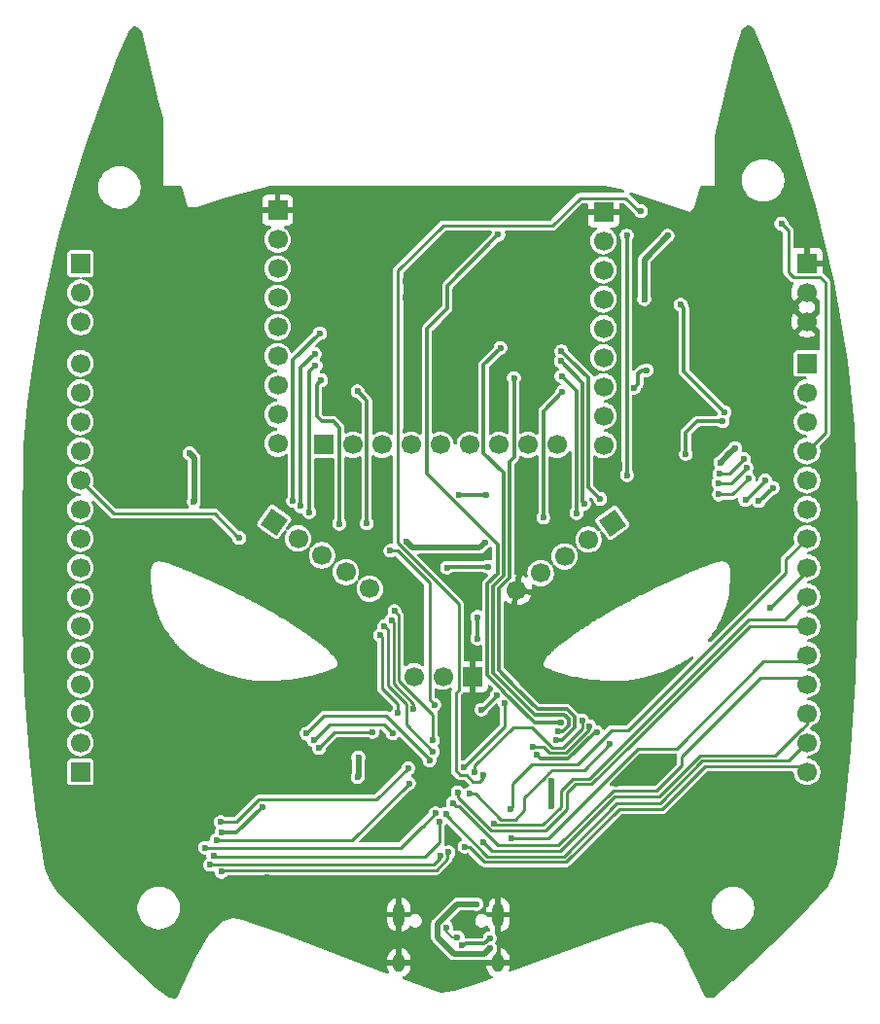
<source format=gbr>
%TF.GenerationSoftware,KiCad,Pcbnew,9.0.2*%
%TF.CreationDate,2025-08-29T22:08:23+05:30*%
%TF.ProjectId,4 SRA,34205352-412e-46b6-9963-61645f706362,rev?*%
%TF.SameCoordinates,Original*%
%TF.FileFunction,Copper,L2,Bot*%
%TF.FilePolarity,Positive*%
%FSLAX46Y46*%
G04 Gerber Fmt 4.6, Leading zero omitted, Abs format (unit mm)*
G04 Created by KiCad (PCBNEW 9.0.2) date 2025-08-29 22:08:23*
%MOMM*%
%LPD*%
G01*
G04 APERTURE LIST*
G04 Aperture macros list*
%AMRotRect*
0 Rectangle, with rotation*
0 The origin of the aperture is its center*
0 $1 length*
0 $2 width*
0 $3 Rotation angle, in degrees counterclockwise*
0 Add horizontal line*
21,1,$1,$2,0,0,$3*%
G04 Aperture macros list end*
%TA.AperFunction,ComponentPad*%
%ADD10R,1.700000X1.700000*%
%TD*%
%TA.AperFunction,ComponentPad*%
%ADD11C,1.700000*%
%TD*%
%TA.AperFunction,ComponentPad*%
%ADD12RotRect,1.700000X1.700000X55.000000*%
%TD*%
%TA.AperFunction,HeatsinkPad*%
%ADD13C,0.600000*%
%TD*%
%TA.AperFunction,ComponentPad*%
%ADD14RotRect,1.700000X1.700000X305.000000*%
%TD*%
%TA.AperFunction,HeatsinkPad*%
%ADD15O,1.000000X2.100000*%
%TD*%
%TA.AperFunction,HeatsinkPad*%
%ADD16O,1.000000X1.600000*%
%TD*%
%TA.AperFunction,ViaPad*%
%ADD17C,0.600000*%
%TD*%
%TA.AperFunction,Conductor*%
%ADD18C,0.500000*%
%TD*%
%TA.AperFunction,Conductor*%
%ADD19C,0.300000*%
%TD*%
%TA.AperFunction,Conductor*%
%ADD20C,0.280000*%
%TD*%
%TA.AperFunction,Conductor*%
%ADD21C,0.200000*%
%TD*%
G04 APERTURE END LIST*
D10*
%TO.P,J9,1,Pin_1*%
%TO.N,GND*%
X135875000Y-73650000D03*
D11*
%TO.P,J9,2,Pin_2*%
%TO.N,VDD33*%
X135875000Y-76190000D03*
%TO.P,J9,3,Pin_3*%
%TO.N,/EN*%
X135875000Y-78730000D03*
%TO.P,J9,4,Pin_4*%
%TO.N,/SENSOR_VP*%
X135875000Y-81270000D03*
%TO.P,J9,5,Pin_5*%
%TO.N,/SENSOR_VN*%
X135875000Y-83810000D03*
%TO.P,J9,6,Pin_6*%
%TO.N,/IO34*%
X135875000Y-86350000D03*
%TO.P,J9,7,Pin_7*%
%TO.N,/IO35*%
X135875000Y-88890000D03*
%TO.P,J9,8,Pin_8*%
%TO.N,/IO32*%
X135875000Y-91430000D03*
%TO.P,J9,9,Pin_9*%
%TO.N,/IO33*%
X135875000Y-93970000D03*
%TD*%
D10*
%TO.P,J1,1,Pin_1*%
%TO.N,GND*%
X152820000Y-114255000D03*
D11*
%TO.P,J1,2,Pin_2*%
%TO.N,Net-(J1-Pin_2)*%
X150280000Y-114255000D03*
%TO.P,J1,3,Pin_3*%
%TO.N,VDD33*%
X147740000Y-114255000D03*
%TD*%
D10*
%TO.P,J6,1,Pin_1*%
%TO.N,VDD33*%
X118700000Y-78290000D03*
D11*
%TO.P,J6,2,Pin_2*%
X118700000Y-80830000D03*
%TO.P,J6,3,Pin_3*%
X118700000Y-83370000D03*
%TD*%
D10*
%TO.P,J4,1,Pin_1*%
%TO.N,/STM32/PA3*%
X118700000Y-122545000D03*
D11*
%TO.P,J4,2,Pin_2*%
%TO.N,/STM32/PA2*%
X118700000Y-120005000D03*
%TO.P,J4,3,Pin_3*%
%TO.N,/STM32/PA1*%
X118700000Y-117465000D03*
%TO.P,J4,4,Pin_4*%
%TO.N,/STM32/PA0*%
X118700000Y-114925000D03*
%TO.P,J4,5,Pin_5*%
%TO.N,/STM32/PC14*%
X118700000Y-112385000D03*
%TO.P,J4,6,Pin_6*%
%TO.N,/STM32/PC13*%
X118700000Y-109845000D03*
%TO.P,J4,7,Pin_7*%
%TO.N,/STM32/PB9*%
X118700000Y-107305000D03*
%TO.P,J4,8,Pin_8*%
%TO.N,/STM32/PB8*%
X118700000Y-104765000D03*
%TO.P,J4,9,Pin_9*%
%TO.N,/STM32/PB7*%
X118700000Y-102225000D03*
%TO.P,J4,10,Pin_10*%
%TO.N,/STM32/PB6*%
X118700000Y-99685000D03*
%TO.P,J4,11,Pin_11*%
%TO.N,/STM32/PB5*%
X118700000Y-97145000D03*
%TO.P,J4,12,Pin_12*%
%TO.N,/STM32/PB4*%
X118700000Y-94605000D03*
%TO.P,J4,13,Pin_13*%
%TO.N,/STM32/PB3*%
X118700000Y-92065000D03*
%TO.P,J4,14,Pin_14*%
%TO.N,/STM32/PA15*%
X118700000Y-89525000D03*
%TO.P,J4,15,Pin_15*%
%TO.N,/STM32/SWCLK*%
X118700000Y-86985000D03*
%TD*%
D10*
%TO.P,J5,1,Pin_1*%
%TO.N,/STM32/SWDIO*%
X181975000Y-86985000D03*
D11*
%TO.P,J5,2,Pin_2*%
%TO.N,/STM32/PA8*%
X181975000Y-89525000D03*
%TO.P,J5,3,Pin_3*%
%TO.N,/STM32/PB15*%
X181975000Y-92065000D03*
%TO.P,J5,4,Pin_4*%
%TO.N,/STM32/PB14*%
X181975000Y-94605000D03*
%TO.P,J5,5,Pin_5*%
%TO.N,/STM32/PB13*%
X181975000Y-97145000D03*
%TO.P,J5,6,Pin_6*%
%TO.N,/STM32/PB12*%
X181975000Y-99685000D03*
%TO.P,J5,7,Pin_7*%
%TO.N,/STM32/I2C_SDA1*%
X181975000Y-102225000D03*
%TO.P,J5,8,Pin_8*%
%TO.N,/STM32/I2C_SCL1*%
X181975000Y-104765000D03*
%TO.P,J5,9,Pin_9*%
%TO.N,/STM32/PB2*%
X181975000Y-107305000D03*
%TO.P,J5,10,Pin_10*%
%TO.N,/STM32/PB1*%
X181975000Y-109845000D03*
%TO.P,J5,11,Pin_11*%
%TO.N,/STM32/PB0*%
X181975000Y-112385000D03*
%TO.P,J5,12,Pin_12*%
%TO.N,/STM32/PA7*%
X181975000Y-114925000D03*
%TO.P,J5,13,Pin_13*%
%TO.N,/STM32/PA6*%
X181975000Y-117465000D03*
%TO.P,J5,14,Pin_14*%
%TO.N,/STM32/PA5*%
X181975000Y-120005000D03*
%TO.P,J5,15,Pin_15*%
%TO.N,/STM32/PA4*%
X181975000Y-122545000D03*
%TD*%
D12*
%TO.P,J7,1,Pin_1*%
%TO.N,/IO25*%
X135575000Y-100775000D03*
D11*
%TO.P,J7,2,Pin_2*%
%TO.N,/IO26*%
X137655646Y-102231884D03*
%TO.P,J7,3,Pin_3*%
%TO.N,/IO27*%
X139736292Y-103688768D03*
%TO.P,J7,4,Pin_4*%
%TO.N,/IO14*%
X141816939Y-105145653D03*
%TO.P,J7,5,Pin_5*%
%TO.N,/IO12*%
X143897585Y-106602537D03*
%TD*%
D13*
%TO.P,U4,39,GND*%
%TO.N,GND*%
X147000000Y-79840000D03*
X147000000Y-81240000D03*
X147700000Y-79140000D03*
X147700000Y-80540000D03*
X147700000Y-81940000D03*
X148375000Y-79840000D03*
X148375000Y-81240000D03*
X149100000Y-79140000D03*
X149100000Y-80540000D03*
X149100000Y-81940000D03*
X149800000Y-79840000D03*
X149800000Y-81240000D03*
%TD*%
D14*
%TO.P,J8,1,Pin_1*%
%TO.N,/TXD0*%
X165022585Y-100872463D03*
D11*
%TO.P,J8,2,Pin_2*%
%TO.N,/RXD0*%
X162941939Y-102329347D03*
%TO.P,J8,3,Pin_3*%
%TO.N,/IO4*%
X160861293Y-103786231D03*
%TO.P,J8,4,Pin_4*%
%TO.N,/IO0*%
X158780646Y-105243116D03*
%TO.P,J8,5,Pin_5*%
%TO.N,GND*%
X156700000Y-106700000D03*
%TD*%
D10*
%TO.P,J10,1,Pin_1*%
%TO.N,GND*%
X164250000Y-73775000D03*
D11*
%TO.P,J10,2,Pin_2*%
%TO.N,/CTS*%
X164250000Y-76315000D03*
%TO.P,J10,3,Pin_3*%
%TO.N,/RTS*%
X164250000Y-78855000D03*
%TO.P,J10,4,Pin_4*%
%TO.N,/RXD*%
X164250000Y-81395000D03*
%TO.P,J10,5,Pin_5*%
%TO.N,/TXD*%
X164250000Y-83935000D03*
%TO.P,J10,6,Pin_6*%
%TO.N,/IO21*%
X164250000Y-86475000D03*
%TO.P,J10,7,Pin_7*%
%TO.N,/IO19*%
X164250000Y-89015000D03*
%TO.P,J10,8,Pin_8*%
%TO.N,/IO18*%
X164250000Y-91555000D03*
%TO.P,J10,9,Pin_9*%
%TO.N,/IO5*%
X164250000Y-94095000D03*
%TD*%
D15*
%TO.P,J2,S1,SHIELD*%
%TO.N,GND*%
X146430000Y-134980000D03*
D16*
X146430000Y-139160000D03*
D15*
X155070000Y-134980000D03*
D16*
X155070000Y-139160000D03*
%TD*%
D10*
%TO.P,J11,1,Pin_1*%
%TO.N,GND*%
X181970000Y-78270000D03*
D11*
%TO.P,J11,2,Pin_2*%
X181970000Y-80810000D03*
%TO.P,J11,3,Pin_3*%
X181970000Y-83350000D03*
%TD*%
D10*
%TO.P,J3,1,Pin_1*%
%TO.N,/IO13*%
X139902500Y-94075000D03*
D11*
%TO.P,J3,2,Pin_2*%
%TO.N,/SD2*%
X142442500Y-94075000D03*
%TO.P,J3,3,Pin_3*%
%TO.N,/SD3*%
X144982500Y-94075000D03*
%TO.P,J3,4,Pin_4*%
%TO.N,/CMD*%
X147522500Y-94075000D03*
%TO.P,J3,5,Pin_5*%
%TO.N,/CLK*%
X150062500Y-94075000D03*
%TO.P,J3,6,Pin_6*%
%TO.N,/SD0*%
X152602500Y-94075000D03*
%TO.P,J3,7,Pin_7*%
%TO.N,/SD1*%
X155142500Y-94075000D03*
%TO.P,J3,8,Pin_8*%
%TO.N,/IO15*%
X157682500Y-94075000D03*
%TO.P,J3,9,Pin_9*%
%TO.N,/IO2*%
X160222500Y-94075000D03*
%TD*%
D17*
%TO.N,VDD33*%
X175702708Y-94351000D03*
X142907500Y-121280000D03*
X153925000Y-102550000D03*
X159700000Y-125550000D03*
X159725000Y-123325000D03*
X142832500Y-122992500D03*
X174425000Y-95625000D03*
X147087500Y-102476838D03*
%TO.N,GND*%
X154000000Y-134065000D03*
X128600000Y-81550000D03*
X176867500Y-87592500D03*
X133580000Y-94450000D03*
X149275000Y-122846000D03*
X128800000Y-84250000D03*
X159430000Y-134000000D03*
X134975000Y-131731000D03*
X149275000Y-125050000D03*
X169380000Y-91575000D03*
X168699130Y-123481000D03*
X165399130Y-123556000D03*
X162520000Y-130132001D03*
%TO.N,/EXT_5V*%
X128582669Y-99043331D03*
X128200000Y-94800000D03*
%TO.N,/IO0*%
X160675000Y-89475000D03*
X154175000Y-104675000D03*
X150625000Y-104775000D03*
X159020000Y-100420000D03*
%TO.N,/STM32/PA5*%
X150525000Y-126200000D03*
%TO.N,/STM32/SWDIO*%
X153626000Y-117125000D03*
X154973758Y-115876517D03*
X176475000Y-95300000D03*
X174325000Y-96600000D03*
%TO.N,/STM32/PA2*%
X130000000Y-130610000D03*
X150025000Y-129850000D03*
%TO.N,/STM32/SWCLK*%
X149525000Y-116700000D03*
X145675000Y-103300000D03*
%TO.N,/STM32/PA6*%
X153750000Y-128650000D03*
%TO.N,/STM32/PA15*%
X149392500Y-119800000D03*
X146050000Y-108550000D03*
%TO.N,/STM32/PA8*%
X176702271Y-96067041D03*
X155665380Y-116584620D03*
X174271785Y-97398231D03*
X152050000Y-122175000D03*
%TO.N,/STM32/PA0*%
X149625000Y-126150000D03*
X129575000Y-129150000D03*
%TO.N,/STM32/PA1*%
X149950000Y-126900000D03*
X130293067Y-129865611D03*
%TO.N,/STM32/PC13*%
X130975000Y-127832229D03*
X134525000Y-125625000D03*
%TO.N,/STM32/PB6*%
X138400000Y-119200000D03*
X149100000Y-121550000D03*
%TO.N,/STM32/PA3*%
X150764106Y-129543853D03*
X130975000Y-131250000D03*
%TO.N,/STM32/PA7*%
X151131647Y-125243353D03*
%TO.N,/STM32/PA4*%
X152175000Y-129075000D03*
%TO.N,/STM32/PB7*%
X139012207Y-119813446D03*
X145893040Y-119181960D03*
%TO.N,/STM32/PB14*%
X167500000Y-73725000D03*
X179737511Y-74821025D03*
X153778574Y-122789463D03*
%TO.N,/STM32/I2C_SDA1*%
X156147076Y-125772076D03*
%TO.N,/STM32/PB5*%
X146350000Y-117414182D03*
X144810000Y-110647744D03*
X132525000Y-102177000D03*
%TO.N,/STM32/PB4*%
X149392500Y-120775000D03*
X145178847Y-109863653D03*
%TO.N,/STM32/PB9*%
X130925000Y-126925000D03*
X147250000Y-122240000D03*
%TO.N,/STM32/PB13*%
X158075000Y-120375000D03*
X176600000Y-98900000D03*
X163040000Y-118583924D03*
X178337471Y-97170827D03*
%TO.N,/STM32/PB2*%
X154724951Y-127025049D03*
%TO.N,/STM32/PB15*%
X174300000Y-98400000D03*
X153012861Y-122557765D03*
X162400000Y-118075000D03*
X176875000Y-97000000D03*
%TO.N,/STM32/PB3*%
X147725000Y-117075000D03*
X145792169Y-109350000D03*
%TO.N,/STM32/PB0*%
X156233292Y-128306049D03*
%TO.N,/STM32/PB12*%
X177775000Y-98975000D03*
X179000000Y-97825000D03*
X163656167Y-119094162D03*
X158471912Y-121069597D03*
%TO.N,/STM32/I2C_SCL1*%
X164815140Y-120104000D03*
X152568076Y-124456924D03*
X178720000Y-108290000D03*
%TO.N,/STM32/PC14*%
X147325000Y-123550000D03*
X130550000Y-128510000D03*
%TO.N,/STM32/PB8*%
X139481987Y-120460987D03*
X144150000Y-119075000D03*
%TO.N,/STM32/PB1*%
X151550000Y-124325000D03*
%TO.N,/IO27*%
X138625000Y-99925000D03*
X139175000Y-87175000D03*
%TO.N,/IO26*%
X139109900Y-86159900D03*
X137877821Y-99412415D03*
%TO.N,/IO12*%
X142825000Y-89400000D03*
X143630529Y-100900000D03*
%TO.N,/IO25*%
X137225000Y-98950000D03*
X139550280Y-84375000D03*
%TO.N,/IO14*%
X139675000Y-88450000D03*
X141250000Y-100950000D03*
%TO.N,/TXD0*%
X160335254Y-118991641D03*
X160575880Y-85924120D03*
X155287500Y-85637500D03*
X163962500Y-98787500D03*
%TO.N,/RXD0*%
X160154130Y-119770870D03*
X162560000Y-99215171D03*
X156450000Y-88250000D03*
X160525000Y-86800000D03*
%TO.N,/IO4*%
X161910000Y-100010000D03*
X160600000Y-88100000D03*
%TO.N,/RTS0*%
X168000493Y-87574508D03*
X154057500Y-98450000D03*
X166927880Y-89097120D03*
X151700000Y-98450000D03*
%TO.N,Net-(U1-~{RST})*%
X174599750Y-92005571D03*
X171425000Y-94875000D03*
%TO.N,Net-(U1-VBUS)*%
X170975000Y-81875000D03*
X174775000Y-91225000D03*
%TO.N,/CTS*%
X153250000Y-110950000D03*
X166300000Y-96725000D03*
X153269669Y-109069669D03*
X166275000Y-75850000D03*
%TO.N,/RTS*%
X155087500Y-75787500D03*
X160572474Y-118227619D03*
%TO.N,/VBUS*%
X169843419Y-75868419D03*
X154400000Y-137909000D03*
X153200000Y-134065000D03*
X167800000Y-81400000D03*
%TO.N,Net-(J2-CC1)*%
X154341247Y-137032690D03*
X151884234Y-137654185D03*
%TO.N,/D+*%
X151534620Y-136934620D03*
X150550000Y-136080760D03*
%TD*%
D18*
%TO.N,VDD33*%
X159700000Y-123350000D02*
X159700000Y-125550000D01*
X147105331Y-102494669D02*
X147105331Y-102530331D01*
X147105331Y-102530331D02*
X147575000Y-103000000D01*
X147575000Y-103000000D02*
X153475000Y-103000000D01*
X142907500Y-121280000D02*
X142907500Y-122917500D01*
X159725000Y-123325000D02*
X159700000Y-123350000D01*
X142907500Y-122917500D02*
X142832500Y-122992500D01*
X175153708Y-94900000D02*
X175702708Y-94351000D01*
X147087500Y-102476838D02*
X147105331Y-102494669D01*
X174425000Y-95625000D02*
X175150000Y-94900000D01*
X153475000Y-103000000D02*
X153925000Y-102550000D01*
X175150000Y-94900000D02*
X175153708Y-94900000D01*
%TO.N,/EXT_5V*%
X128600000Y-95200000D02*
X128200000Y-94800000D01*
X128582669Y-99043331D02*
X128600000Y-99026000D01*
X128600000Y-99026000D02*
X128600000Y-95200000D01*
D19*
%TO.N,/IO0*%
X159021500Y-97194196D02*
X159021500Y-91128500D01*
X159020000Y-97195696D02*
X159021500Y-97194196D01*
X154175000Y-104675000D02*
X150725000Y-104675000D01*
X159021500Y-91128500D02*
X160675000Y-89475000D01*
X159020000Y-100420000D02*
X159020000Y-97195696D01*
X150725000Y-104675000D02*
X150625000Y-104775000D01*
D20*
%TO.N,/STM32/PA5*%
X150525000Y-126331511D02*
X154102538Y-129909049D01*
X181955000Y-120005000D02*
X181975000Y-120005000D01*
X165375000Y-125300000D02*
X169155236Y-125300000D01*
X154102538Y-129909049D02*
X160765951Y-129909049D01*
X160765951Y-129909049D02*
X165375000Y-125300000D01*
X181937500Y-119987500D02*
X181955000Y-120005000D01*
X150525000Y-126200000D02*
X150525000Y-126331511D01*
X172861237Y-121594000D02*
X180331000Y-121594000D01*
X169155236Y-125300000D02*
X172861237Y-121594000D01*
X180331000Y-121594000D02*
X181937500Y-119987500D01*
%TO.N,/STM32/SWDIO*%
X153725275Y-117125000D02*
X154973758Y-115876517D01*
X153626000Y-117125000D02*
X153725275Y-117125000D01*
X176475000Y-95300000D02*
X175175000Y-96600000D01*
X175175000Y-96600000D02*
X174325000Y-96600000D01*
%TO.N,/STM32/PA2*%
X150050000Y-129875000D02*
X150025000Y-129850000D01*
X150050000Y-130051275D02*
X150050000Y-129875000D01*
X149491275Y-130610000D02*
X150050000Y-130051275D01*
X130000000Y-130610000D02*
X149491275Y-130610000D01*
%TO.N,/STM32/SWCLK*%
X146323915Y-103300000D02*
X145675000Y-103300000D01*
X149089000Y-116264000D02*
X149089000Y-106065085D01*
X149089000Y-106065085D02*
X146323915Y-103300000D01*
X149525000Y-116700000D02*
X149089000Y-116264000D01*
%TO.N,/STM32/PA6*%
X181511000Y-118814000D02*
X181975000Y-118350000D01*
X165252236Y-124678000D02*
X169097000Y-124678000D01*
X179212000Y-121113000D02*
X180784000Y-119541000D01*
X181975000Y-118350000D02*
X181975000Y-117465000D01*
X181481671Y-118814000D02*
X181511000Y-118814000D01*
X172662001Y-121113000D02*
X179212000Y-121113000D01*
X180784000Y-119511671D02*
X181481671Y-118814000D01*
X180784000Y-119541000D02*
X180784000Y-119511671D01*
X154528049Y-129428049D02*
X160502188Y-129428049D01*
X169097000Y-124678000D02*
X172662001Y-121113000D01*
X153750000Y-128650000D02*
X154528049Y-129428049D01*
X160502188Y-129428049D02*
X165252236Y-124678000D01*
%TO.N,/STM32/PA15*%
X146432169Y-108932169D02*
X146432169Y-114631498D01*
X149392500Y-117591829D02*
X149392500Y-119800000D01*
X146432169Y-114631498D02*
X149392500Y-117591829D01*
X146050000Y-108550000D02*
X146432169Y-108932169D01*
%TO.N,/STM32/PA8*%
X152050000Y-122175000D02*
X155665380Y-118559620D01*
X155665380Y-118559620D02*
X155665380Y-116584620D01*
X176702271Y-96067041D02*
X175371081Y-97398231D01*
X175371081Y-97398231D02*
X174271785Y-97398231D01*
%TO.N,/STM32/PA0*%
X129575000Y-129150000D02*
X146575000Y-129150000D01*
X148450000Y-127275000D02*
X148500000Y-127275000D01*
X148500000Y-127275000D02*
X149625000Y-126150000D01*
X146575000Y-129150000D02*
X148450000Y-127275000D01*
%TO.N,/STM32/PA1*%
X149950000Y-128700000D02*
X149950000Y-126900000D01*
X148727549Y-129922451D02*
X149950000Y-128700000D01*
X130304064Y-129876608D02*
X130293067Y-129865611D01*
X130304064Y-129922451D02*
X130304064Y-129876608D01*
X130304064Y-129922451D02*
X148727549Y-129922451D01*
D19*
%TO.N,/STM32/PC13*%
X130992771Y-127850000D02*
X132300000Y-127850000D01*
X132300000Y-127850000D02*
X134525000Y-125625000D01*
D20*
%TO.N,/STM32/PB6*%
X145292591Y-117675000D02*
X139925000Y-117675000D01*
X139925000Y-117675000D02*
X138400000Y-119200000D01*
X149100000Y-121550000D02*
X149100000Y-121482409D01*
X149100000Y-121482409D02*
X145292591Y-117675000D01*
%TO.N,/STM32/PA3*%
X131025000Y-131091000D02*
X149690511Y-131091000D01*
X150666000Y-129584489D02*
X150706636Y-129543853D01*
X150666000Y-130115511D02*
X150666000Y-129584489D01*
X130975000Y-131250000D02*
X131025000Y-131200000D01*
X150706636Y-129543853D02*
X150764106Y-129543853D01*
X131025000Y-131200000D02*
X131025000Y-131091000D01*
X149690511Y-131091000D02*
X150666000Y-130115511D01*
%TO.N,/STM32/PA7*%
X151413294Y-125525000D02*
X151131647Y-125243353D01*
X181450000Y-114400000D02*
X181975000Y-114925000D01*
X171770000Y-120550000D02*
X177920000Y-114400000D01*
X165100000Y-124150000D02*
X160302951Y-128947049D01*
X160302951Y-128947049D02*
X155060204Y-128947049D01*
X177920000Y-114400000D02*
X181450000Y-114400000D01*
X151638155Y-125525000D02*
X151413294Y-125525000D01*
X165147000Y-124197000D02*
X165100000Y-124150000D01*
X155060204Y-128947049D02*
X151638155Y-125525000D01*
X168889641Y-124197000D02*
X165147000Y-124197000D01*
X171075000Y-121250000D02*
X171075000Y-122011641D01*
X171750000Y-120575000D02*
X171075000Y-121250000D01*
X171075000Y-122011641D02*
X168889641Y-124197000D01*
%TO.N,/STM32/PA4*%
X169354473Y-125781000D02*
X173060473Y-122075000D01*
X152175000Y-129075000D02*
X152588253Y-129075000D01*
X152588253Y-129075000D02*
X153903301Y-130390049D01*
X161009951Y-130390049D02*
X165619000Y-125781000D01*
X173060473Y-122075000D02*
X181505000Y-122075000D01*
X181505000Y-122075000D02*
X181975000Y-122545000D01*
X165619000Y-125781000D02*
X169354473Y-125781000D01*
X153903301Y-130390049D02*
X161009951Y-130390049D01*
%TO.N,/STM32/PB7*%
X145145080Y-118434000D02*
X140391653Y-118434000D01*
X140391653Y-118434000D02*
X139012207Y-119813446D01*
X145893040Y-119181960D02*
X145145080Y-118434000D01*
%TO.N,/STM32/PB14*%
X151784489Y-122816000D02*
X151409000Y-122440511D01*
X151409000Y-122440511D02*
X151409000Y-115666000D01*
X159825000Y-74975000D02*
X162216000Y-72584000D01*
X151409000Y-115666000D02*
X151629000Y-115446000D01*
X153778574Y-122789463D02*
X153778574Y-123071426D01*
X153425000Y-123425000D02*
X152925000Y-123425000D01*
X146359000Y-92511500D02*
X146359000Y-78916000D01*
X183107589Y-79467590D02*
X183550000Y-79910000D01*
X167325000Y-73725000D02*
X167500000Y-73725000D01*
X151629000Y-107924849D02*
X146331500Y-102627349D01*
X162216000Y-72584000D02*
X166184000Y-72584000D01*
X151629000Y-115446000D02*
X151629000Y-107924849D01*
X166184000Y-72584000D02*
X167325000Y-73725000D01*
X179737511Y-74821025D02*
X180335387Y-75418901D01*
X183114179Y-79461000D02*
X183107589Y-79467590D01*
X146331500Y-92539000D02*
X146359000Y-92511500D01*
X152315511Y-122816000D02*
X151784489Y-122816000D01*
X152321511Y-122810000D02*
X152315511Y-122816000D01*
X152891000Y-123379489D02*
X152321511Y-122810000D01*
X152925000Y-123425000D02*
X152891000Y-123391000D01*
X150300000Y-74975000D02*
X159825000Y-74975000D01*
X146331500Y-102627349D02*
X146331500Y-92539000D01*
X152891000Y-123391000D02*
X152891000Y-123379489D01*
X146359000Y-78916000D02*
X150300000Y-74975000D01*
X183550000Y-79910000D02*
X183550000Y-93030000D01*
X180335387Y-75418901D02*
X180335387Y-79017387D01*
X153778574Y-123071426D02*
X153425000Y-123425000D01*
X180335387Y-79017387D02*
X180779000Y-79461000D01*
X180779000Y-79461000D02*
X183114179Y-79461000D01*
X183550000Y-93030000D02*
X181975000Y-94605000D01*
%TO.N,/STM32/I2C_SDA1*%
X156325000Y-123575000D02*
X158012000Y-121888000D01*
X180140000Y-104060000D02*
X181975000Y-102225000D01*
X180140000Y-105240000D02*
X180140000Y-104060000D01*
X158012000Y-121888000D02*
X161988409Y-121888000D01*
X161988409Y-121888000D02*
X164927409Y-118949000D01*
X166431000Y-118949000D02*
X180140000Y-105240000D01*
X156326000Y-125593152D02*
X156326000Y-125460509D01*
X164927409Y-118949000D02*
X166431000Y-118949000D01*
X156147076Y-125772076D02*
X156326000Y-125593152D01*
X156325000Y-125459509D02*
X156325000Y-123575000D01*
X156326000Y-125460509D02*
X156325000Y-125459509D01*
%TO.N,/STM32/PB5*%
X144969000Y-115269000D02*
X144969000Y-110806744D01*
X130375000Y-100075000D02*
X121630000Y-100075000D01*
X144969000Y-110806744D02*
X144810000Y-110647744D01*
X121630000Y-100075000D02*
X118700000Y-97145000D01*
X146350000Y-117414182D02*
X146350000Y-116650000D01*
X146350000Y-116650000D02*
X144969000Y-115269000D01*
X132525000Y-102177000D02*
X132477000Y-102177000D01*
X132477000Y-102177000D02*
X130375000Y-100075000D01*
%TO.N,/STM32/PB4*%
X145450000Y-115050000D02*
X145450000Y-110134806D01*
X147084000Y-118466500D02*
X147084000Y-116684000D01*
X149392500Y-120775000D02*
X147084000Y-118466500D01*
X147084000Y-116684000D02*
X145450000Y-115050000D01*
X145450000Y-110134806D02*
X145178847Y-109863653D01*
%TO.N,/STM32/PB9*%
X132275000Y-126925000D02*
X130925000Y-126925000D01*
X144506000Y-124984000D02*
X134216000Y-124984000D01*
X134216000Y-124984000D02*
X132275000Y-126925000D01*
X147250000Y-122240000D02*
X144506000Y-124984000D01*
%TO.N,/STM32/PB13*%
X159019764Y-120375000D02*
X159550764Y-120906000D01*
X163041000Y-118834000D02*
X163040000Y-118833000D01*
X159550764Y-120906000D02*
X160969000Y-120906000D01*
X163040000Y-118833000D02*
X163040000Y-118583924D01*
X176893249Y-98615049D02*
X178337471Y-97170827D01*
X160969000Y-120906000D02*
X163041000Y-118834000D01*
X158075000Y-120375000D02*
X159019764Y-120375000D01*
X176884951Y-98615049D02*
X176893249Y-98615049D01*
X176600000Y-98900000D02*
X176884951Y-98615049D01*
%TO.N,/STM32/PB2*%
X166530764Y-119619000D02*
X176859764Y-109290000D01*
X176859764Y-109290000D02*
X179990000Y-109290000D01*
X161575000Y-123125000D02*
X163019764Y-123125000D01*
X179990000Y-109290000D02*
X181975000Y-107305000D01*
X154724951Y-127025049D02*
X154881892Y-127181990D01*
X181310000Y-107305000D02*
X181975000Y-107305000D01*
X160525000Y-125631511D02*
X160525000Y-124175000D01*
X160525000Y-124175000D02*
X161575000Y-123125000D01*
X163019764Y-123125000D02*
X166525764Y-119619000D01*
X158974521Y-127181990D02*
X160525000Y-125631511D01*
X166525764Y-119619000D02*
X166530764Y-119619000D01*
X154881892Y-127181990D02*
X158974521Y-127181990D01*
%TO.N,/STM32/PB15*%
X174300000Y-98400000D02*
X175475000Y-98400000D01*
X175475000Y-98400000D02*
X176875000Y-97000000D01*
X153012861Y-122557765D02*
X153012861Y-122012139D01*
X162400000Y-118775000D02*
X162400000Y-118075000D01*
X156375000Y-118650000D02*
X157975000Y-118650000D01*
X153012861Y-122012139D02*
X156375000Y-118650000D01*
X160750000Y-120425000D02*
X162400000Y-118775000D01*
X159750000Y-120425000D02*
X160750000Y-120425000D01*
X157975000Y-118650000D02*
X159750000Y-120425000D01*
%TO.N,/STM32/PB3*%
X147725000Y-117075000D02*
X147725000Y-116604566D01*
X147725000Y-116604566D02*
X145951169Y-114830735D01*
X145951169Y-114830735D02*
X145951169Y-109509000D01*
X145951169Y-109509000D02*
X145792169Y-109350000D01*
%TO.N,/STM32/PB0*%
X167206511Y-120525000D02*
X170595000Y-120525000D01*
X170595000Y-120525000D02*
X178160439Y-112959561D01*
X178160439Y-112959561D02*
X181400439Y-112959561D01*
X159425462Y-128306049D02*
X167206511Y-120525000D01*
X156233292Y-128306049D02*
X159425462Y-128306049D01*
X181400439Y-112959561D02*
X181975000Y-112385000D01*
D19*
%TO.N,/STM32/PB12*%
X158799315Y-121397000D02*
X158471912Y-121069597D01*
X177775000Y-98975000D02*
X177850000Y-98975000D01*
X163401940Y-119167438D02*
X161172378Y-121397000D01*
X163656167Y-119094162D02*
X163582891Y-119167438D01*
X163582891Y-119167438D02*
X163401940Y-119167438D01*
X177850000Y-98975000D02*
X179000000Y-97825000D01*
X161172378Y-121397000D02*
X158799315Y-121397000D01*
D20*
%TO.N,/STM32/I2C_SCL1*%
X159459489Y-122684000D02*
X159466000Y-122684000D01*
X159084000Y-123066000D02*
X159084000Y-123059489D01*
X153061924Y-124456924D02*
X155305990Y-126700990D01*
X157375000Y-124775000D02*
X159084000Y-123066000D01*
X157375000Y-125916501D02*
X157375000Y-124775000D01*
X162544140Y-122375000D02*
X164815140Y-120104000D01*
X152568076Y-124456924D02*
X153061924Y-124456924D01*
X159466000Y-122684000D02*
X159775000Y-122375000D01*
X155305990Y-126700990D02*
X156590511Y-126700990D01*
X181975000Y-104765000D02*
X181975000Y-105035000D01*
X181975000Y-105035000D02*
X178720000Y-108290000D01*
X156590511Y-126700990D02*
X157375000Y-125916501D01*
X159084000Y-123059489D02*
X159459489Y-122684000D01*
X155305990Y-126700990D02*
X155325000Y-126700990D01*
X159775000Y-122375000D02*
X162544140Y-122375000D01*
%TO.N,/STM32/PC14*%
X142375000Y-128500000D02*
X130560000Y-128500000D01*
X147325000Y-123550000D02*
X142375000Y-128500000D01*
X130560000Y-128500000D02*
X130550000Y-128510000D01*
%TO.N,/STM32/PB8*%
X144150000Y-119075000D02*
X140867974Y-119075000D01*
X140867974Y-119075000D02*
X139481987Y-120460987D01*
%TO.N,/STM32/PB1*%
X176985000Y-109845000D02*
X181975000Y-109845000D01*
X161800000Y-123625000D02*
X163200000Y-123625000D01*
X163200000Y-123625000D02*
X166725000Y-120100000D01*
X151550000Y-124325000D02*
X151550000Y-124756609D01*
X159170698Y-127666049D02*
X161050000Y-125786747D01*
X166730000Y-120100000D02*
X176985000Y-109845000D01*
X154459440Y-127666049D02*
X159170698Y-127666049D01*
X151550000Y-124756609D02*
X154459440Y-127666049D01*
X161050000Y-125786747D02*
X161050000Y-124375000D01*
X161050000Y-124375000D02*
X161800000Y-123625000D01*
X166725000Y-120100000D02*
X166730000Y-120100000D01*
D19*
%TO.N,/IO27*%
X138625000Y-99925000D02*
X138625000Y-87725000D01*
X138625000Y-87725000D02*
X139175000Y-87175000D01*
%TO.N,/IO26*%
X137877821Y-87391979D02*
X137877821Y-99412415D01*
X139109900Y-86159900D02*
X137877821Y-87391979D01*
%TO.N,/IO12*%
X143643500Y-94881500D02*
X143643500Y-90218500D01*
X143643500Y-90218500D02*
X142825000Y-89400000D01*
X143630529Y-100900000D02*
X143630529Y-94894471D01*
X143630529Y-94894471D02*
X143643500Y-94881500D01*
%TO.N,/IO25*%
X139550280Y-84375000D02*
X139525000Y-84375000D01*
X137225000Y-86675000D02*
X137225000Y-98950000D01*
X139525000Y-84375000D02*
X137225000Y-86675000D01*
%TO.N,/IO14*%
X141241500Y-92566500D02*
X140725000Y-92050000D01*
X140725000Y-92050000D02*
X139713971Y-92050000D01*
X141250000Y-94580971D02*
X141241500Y-94572471D01*
X139713971Y-92050000D02*
X139275000Y-91611029D01*
X141241500Y-94572471D02*
X141241500Y-92566500D01*
X141250000Y-100950000D02*
X141250000Y-94580971D01*
X139275000Y-91611029D02*
X139275000Y-88850000D01*
X139275000Y-88850000D02*
X139675000Y-88450000D01*
%TO.N,/TXD0*%
X161350000Y-86675000D02*
X161326760Y-86675000D01*
X161326760Y-86675000D02*
X160575880Y-85924120D01*
X163962500Y-98787500D02*
X162900000Y-97725000D01*
X153803500Y-87121500D02*
X153803500Y-94803500D01*
X162900000Y-97725000D02*
X162900000Y-88225000D01*
X155524000Y-96524000D02*
X155524000Y-105469009D01*
X156023413Y-115298413D02*
X156023412Y-115314892D01*
X160729106Y-118991641D02*
X160335254Y-118991641D01*
X158285139Y-117576619D02*
X160842128Y-117576619D01*
X153803500Y-94803500D02*
X155524000Y-96524000D01*
X154626000Y-113901003D02*
X156023413Y-115298413D01*
X160842128Y-117576619D02*
X161223474Y-117957965D01*
X154626000Y-106367009D02*
X154626000Y-113901003D01*
X155287500Y-85637500D02*
X153803500Y-87121500D01*
X156023412Y-115314892D02*
X158285139Y-117576619D01*
X162900000Y-88225000D02*
X161350000Y-86675000D01*
X161223474Y-117957965D02*
X161223474Y-118497273D01*
X155524000Y-105469009D02*
X154626000Y-106367009D01*
X161223474Y-118497273D02*
X160729106Y-118991641D01*
%TO.N,/RXD0*%
X162560000Y-99215171D02*
X162411000Y-99066171D01*
X156450000Y-95125000D02*
X156450000Y-88250000D01*
X160658397Y-119770870D02*
X161724474Y-118704793D01*
X156524413Y-115090891D02*
X155127000Y-113693482D01*
X162399000Y-88674000D02*
X160525000Y-86800000D01*
X162411000Y-98706318D02*
X162399000Y-98694317D01*
X162399000Y-98694317D02*
X162399000Y-88674000D01*
X155127000Y-106574529D02*
X156025000Y-105676529D01*
X156524413Y-115107373D02*
X156524413Y-115090891D01*
X156025000Y-105676529D02*
X156025000Y-95550000D01*
X161724474Y-117750444D02*
X161049648Y-117075619D01*
X158492659Y-117075619D02*
X156524413Y-115107373D01*
X156025000Y-95550000D02*
X156450000Y-95125000D01*
X161724474Y-118704793D02*
X161724474Y-117750444D01*
X161049648Y-117075619D02*
X158492659Y-117075619D01*
X155127000Y-113693482D02*
X155127000Y-106574529D01*
X162411000Y-99066171D02*
X162411000Y-98706318D01*
X160154130Y-119770870D02*
X160658397Y-119770870D01*
%TO.N,/IO4*%
X161898000Y-98901838D02*
X161898000Y-89398000D01*
X161910000Y-100010000D02*
X161910000Y-98913838D01*
X161910000Y-98913838D02*
X161898000Y-98901838D01*
X161898000Y-89398000D02*
X160600000Y-88100000D01*
%TO.N,/RTS0*%
X167275000Y-88750000D02*
X166927880Y-89097120D01*
X154057500Y-98450000D02*
X151700000Y-98450000D01*
X167575492Y-87574508D02*
X167275000Y-87875000D01*
X168000493Y-87574508D02*
X167575492Y-87574508D01*
X167275000Y-87875000D02*
X167275000Y-88750000D01*
%TO.N,Net-(U1-~{RST})*%
X174599750Y-92005571D02*
X174598638Y-92004459D01*
X171425000Y-93000000D02*
X171425000Y-94875000D01*
X174598638Y-92004459D02*
X172420541Y-92004459D01*
X172420541Y-92004459D02*
X171425000Y-93000000D01*
%TO.N,Net-(U1-VBUS)*%
X171250000Y-87700000D02*
X174775000Y-91225000D01*
X170975000Y-81875000D02*
X171250000Y-82150000D01*
X171250000Y-82150000D02*
X171250000Y-87700000D01*
%TO.N,/CTS*%
X166276880Y-95401880D02*
X166276880Y-76573120D01*
X166276880Y-76573120D02*
X166275000Y-76571240D01*
X153269669Y-109069669D02*
X153269669Y-109305331D01*
X166300000Y-95425000D02*
X166276880Y-95401880D01*
X153269669Y-109305331D02*
X153250000Y-109325000D01*
X166275000Y-76571240D02*
X166275000Y-75850000D01*
X153250000Y-109325000D02*
X153250000Y-110950000D01*
X166300000Y-96725000D02*
X166300000Y-95425000D01*
%TO.N,/RTS*%
X155087500Y-75787500D02*
X150650000Y-80225000D01*
X150650000Y-80225000D02*
X150650000Y-82200000D01*
X150650000Y-82200000D02*
X148861500Y-83988500D01*
X148861500Y-96565846D02*
X155023000Y-102727346D01*
X155514173Y-115514173D02*
X158227619Y-118227619D01*
X155023000Y-102727346D02*
X155023000Y-105261489D01*
X155023000Y-115006523D02*
X155522413Y-115505933D01*
X154125000Y-114108523D02*
X155023000Y-115006523D01*
X148861500Y-83988500D02*
X148861500Y-96565846D01*
X158227619Y-118227619D02*
X160572474Y-118227619D01*
X155023000Y-105261489D02*
X154125000Y-106159489D01*
X155522413Y-115505933D02*
X155514173Y-115514173D01*
X154125000Y-106159489D02*
X154125000Y-114108523D01*
D18*
%TO.N,/VBUS*%
X149799000Y-136965140D02*
X149799000Y-135769685D01*
X167800000Y-81400000D02*
X167800000Y-77911838D01*
X151503685Y-134065000D02*
X153200000Y-134065000D01*
X153903815Y-138405185D02*
X151239045Y-138405185D01*
X151239045Y-138405185D02*
X149799000Y-136965140D01*
X149799000Y-135769685D02*
X151503685Y-134065000D01*
X167800000Y-77911838D02*
X169843419Y-75868419D01*
X154400000Y-137909000D02*
X153903815Y-138405185D01*
D19*
%TO.N,Net-(J2-CC1)*%
X154339832Y-137032690D02*
X153872522Y-137500000D01*
X153872522Y-137500000D02*
X152225000Y-137500000D01*
X152070815Y-137654185D02*
X151884234Y-137654185D01*
X154341247Y-137032690D02*
X154339832Y-137032690D01*
X152225000Y-137500000D02*
X152070815Y-137654185D01*
D21*
%TO.N,/D+*%
X151059620Y-136934620D02*
X151534620Y-136934620D01*
X150550000Y-136080760D02*
X150550000Y-136425000D01*
X150550000Y-136425000D02*
X151059620Y-136934620D01*
%TD*%
%TA.AperFunction,Conductor*%
%TO.N,GND*%
G36*
X176878715Y-57582849D02*
G01*
X177066808Y-57629883D01*
X177127070Y-57665243D01*
X177133495Y-57672642D01*
X177365348Y-57961998D01*
X177382382Y-57990290D01*
X178334753Y-60191177D01*
X178337259Y-60197429D01*
X180784011Y-66816535D01*
X180786362Y-66823527D01*
X182758567Y-73323874D01*
X182760591Y-73331384D01*
X184316452Y-79921780D01*
X184317953Y-79929126D01*
X185509013Y-86811546D01*
X185510110Y-86819357D01*
X186130066Y-92551300D01*
X186130725Y-92560791D01*
X186369000Y-100245571D01*
X186369060Y-100249198D01*
X186381922Y-107638362D01*
X186381874Y-107642018D01*
X186195075Y-114373284D01*
X186194872Y-114377726D01*
X185799858Y-120579796D01*
X185799439Y-120584786D01*
X185194157Y-126384358D01*
X185193382Y-126390360D01*
X184563325Y-130481424D01*
X184560237Y-130495772D01*
X184251335Y-131606570D01*
X184244166Y-131625933D01*
X183876281Y-132411569D01*
X183855708Y-132442426D01*
X182138886Y-134329663D01*
X182134529Y-134334215D01*
X178818464Y-137626676D01*
X178816417Y-137628662D01*
X175500732Y-140772663D01*
X175495360Y-140777468D01*
X173807419Y-142201203D01*
X173743483Y-142229380D01*
X173718364Y-142230083D01*
X173196960Y-142191691D01*
X173131547Y-142167137D01*
X173095302Y-142123768D01*
X172296640Y-140536767D01*
X172294596Y-140532506D01*
X171994697Y-139875352D01*
X171120787Y-137960398D01*
X171116147Y-137950203D01*
X171116153Y-137950169D01*
X171116095Y-137950088D01*
X171114448Y-137946470D01*
X171108982Y-137940240D01*
X171078785Y-137898429D01*
X169947907Y-136332580D01*
X169943068Y-136325878D01*
X169943062Y-136325810D01*
X169942957Y-136325724D01*
X169941950Y-136324329D01*
X169936356Y-136320350D01*
X169262136Y-135771374D01*
X169261949Y-135771222D01*
X169248936Y-135760584D01*
X169248928Y-135760572D01*
X169248919Y-135760570D01*
X169247998Y-135759817D01*
X169241472Y-135758266D01*
X169240839Y-135758072D01*
X169232454Y-135757760D01*
X168453525Y-135624875D01*
X168453525Y-135624874D01*
X168451472Y-135624525D01*
X168430263Y-135620907D01*
X168430169Y-135620850D01*
X168430068Y-135620874D01*
X168429966Y-135620857D01*
X168429948Y-135620869D01*
X168429925Y-135620865D01*
X168408714Y-135625695D01*
X168407013Y-135626466D01*
X167144850Y-135932632D01*
X167144851Y-135932633D01*
X167143843Y-135932878D01*
X167128175Y-135936679D01*
X167128144Y-135936665D01*
X167127974Y-135936728D01*
X167127807Y-135936769D01*
X167127797Y-135936784D01*
X167120949Y-135938451D01*
X167119408Y-135938830D01*
X167112435Y-135942541D01*
X164986374Y-136737944D01*
X164985550Y-136738249D01*
X156167803Y-139966174D01*
X156098083Y-139970735D01*
X156036964Y-139936878D01*
X156003853Y-139875352D01*
X156009261Y-139805692D01*
X156010616Y-139802278D01*
X156031570Y-139751689D01*
X156031572Y-139751681D01*
X156069999Y-139558495D01*
X156070000Y-139558492D01*
X156070000Y-139410000D01*
X155370000Y-139410000D01*
X155370000Y-138910000D01*
X156070000Y-138910000D01*
X156070000Y-138761508D01*
X156069999Y-138761504D01*
X156031572Y-138568318D01*
X156031569Y-138568306D01*
X155956192Y-138386328D01*
X155956185Y-138386315D01*
X155846751Y-138222537D01*
X155846748Y-138222533D01*
X155707466Y-138083251D01*
X155707462Y-138083248D01*
X155543684Y-137973814D01*
X155543671Y-137973807D01*
X155361691Y-137898429D01*
X155361683Y-137898427D01*
X155320000Y-137890135D01*
X155320000Y-138693011D01*
X155310060Y-138675795D01*
X155254205Y-138619940D01*
X155185796Y-138580444D01*
X155109496Y-138560000D01*
X155030504Y-138560000D01*
X154954204Y-138580444D01*
X154885795Y-138619940D01*
X154829940Y-138675795D01*
X154820000Y-138693011D01*
X154820000Y-138389598D01*
X154839685Y-138322559D01*
X154856319Y-138301917D01*
X154880520Y-138277716D01*
X154959577Y-138140784D01*
X155000500Y-137988057D01*
X155000500Y-137829943D01*
X154959577Y-137677216D01*
X154931324Y-137628280D01*
X154880524Y-137540290D01*
X154880518Y-137540282D01*
X154859719Y-137519483D01*
X154826234Y-137458160D01*
X154831218Y-137388468D01*
X154840013Y-137369802D01*
X154860036Y-137335121D01*
X154900824Y-137264474D01*
X154941747Y-137111747D01*
X154941747Y-136953633D01*
X154900824Y-136800906D01*
X154824493Y-136668696D01*
X154821770Y-136663979D01*
X154821769Y-136663978D01*
X154821767Y-136663974D01*
X154821763Y-136663970D01*
X154816874Y-136657598D01*
X154791676Y-136592430D01*
X154805712Y-136523985D01*
X154820000Y-136506521D01*
X154820000Y-135696988D01*
X154829940Y-135714205D01*
X154885795Y-135770060D01*
X154954204Y-135809556D01*
X155030504Y-135830000D01*
X155109496Y-135830000D01*
X155185796Y-135809556D01*
X155254205Y-135770060D01*
X155310060Y-135714205D01*
X155320000Y-135696988D01*
X155320000Y-136499862D01*
X155361690Y-136491569D01*
X155361692Y-136491569D01*
X155543671Y-136416192D01*
X155543684Y-136416185D01*
X155707462Y-136306751D01*
X155707466Y-136306748D01*
X155846748Y-136167466D01*
X155846751Y-136167462D01*
X155956185Y-136003684D01*
X155956192Y-136003671D01*
X156031569Y-135821693D01*
X156031572Y-135821681D01*
X156069999Y-135628495D01*
X156070000Y-135628492D01*
X156070000Y-135230000D01*
X155370000Y-135230000D01*
X155370000Y-134730000D01*
X156070000Y-134730000D01*
X156070000Y-134331510D01*
X156068475Y-134323843D01*
X156068475Y-134323840D01*
X156064471Y-134303711D01*
X173674500Y-134303711D01*
X173674500Y-134546288D01*
X173706161Y-134786785D01*
X173768947Y-135021104D01*
X173855475Y-135230000D01*
X173861776Y-135245212D01*
X173983064Y-135455289D01*
X173983066Y-135455292D01*
X173983067Y-135455293D01*
X174130733Y-135647736D01*
X174130739Y-135647743D01*
X174302256Y-135819260D01*
X174302263Y-135819266D01*
X174305426Y-135821693D01*
X174494711Y-135966936D01*
X174704788Y-136088224D01*
X174928900Y-136181054D01*
X175163211Y-136243838D01*
X175343586Y-136267584D01*
X175403711Y-136275500D01*
X175403712Y-136275500D01*
X175646289Y-136275500D01*
X175694388Y-136269167D01*
X175886789Y-136243838D01*
X176121100Y-136181054D01*
X176345212Y-136088224D01*
X176555289Y-135966936D01*
X176747738Y-135819265D01*
X176919265Y-135647738D01*
X177066936Y-135455289D01*
X177188224Y-135245212D01*
X177281054Y-135021100D01*
X177343838Y-134786789D01*
X177375500Y-134546288D01*
X177375500Y-134303712D01*
X177343838Y-134063211D01*
X177281054Y-133828900D01*
X177188224Y-133604788D01*
X177066936Y-133394711D01*
X176919265Y-133202262D01*
X176919260Y-133202256D01*
X176747743Y-133030739D01*
X176747736Y-133030733D01*
X176555293Y-132883067D01*
X176555292Y-132883066D01*
X176555289Y-132883064D01*
X176345212Y-132761776D01*
X176345205Y-132761773D01*
X176121104Y-132668947D01*
X175886785Y-132606161D01*
X175646289Y-132574500D01*
X175646288Y-132574500D01*
X175403712Y-132574500D01*
X175403711Y-132574500D01*
X175163214Y-132606161D01*
X174928895Y-132668947D01*
X174704794Y-132761773D01*
X174704785Y-132761777D01*
X174494706Y-132883067D01*
X174302263Y-133030733D01*
X174302256Y-133030739D01*
X174130739Y-133202256D01*
X174130733Y-133202263D01*
X173983067Y-133394706D01*
X173861777Y-133604785D01*
X173861773Y-133604794D01*
X173768947Y-133828895D01*
X173706161Y-134063214D01*
X173674500Y-134303711D01*
X156064471Y-134303711D01*
X156031572Y-134138318D01*
X156031569Y-134138306D01*
X155956192Y-133956328D01*
X155956185Y-133956315D01*
X155846751Y-133792537D01*
X155846748Y-133792533D01*
X155707466Y-133653251D01*
X155707462Y-133653248D01*
X155543684Y-133543814D01*
X155543671Y-133543807D01*
X155361691Y-133468429D01*
X155361683Y-133468427D01*
X155320000Y-133460135D01*
X155320000Y-134263011D01*
X155310060Y-134245795D01*
X155254205Y-134189940D01*
X155185796Y-134150444D01*
X155109496Y-134130000D01*
X155030504Y-134130000D01*
X154954204Y-134150444D01*
X154885795Y-134189940D01*
X154829940Y-134245795D01*
X154820000Y-134263011D01*
X154820000Y-133460136D01*
X154819999Y-133460135D01*
X154778316Y-133468427D01*
X154778308Y-133468429D01*
X154596328Y-133543807D01*
X154596315Y-133543814D01*
X154432537Y-133653248D01*
X154432533Y-133653251D01*
X154293251Y-133792533D01*
X154293248Y-133792537D01*
X154183814Y-133956315D01*
X154183807Y-133956328D01*
X154108430Y-134138306D01*
X154108427Y-134138318D01*
X154070000Y-134331504D01*
X154070000Y-134730000D01*
X154770000Y-134730000D01*
X154770000Y-135230000D01*
X154214464Y-135230000D01*
X154147425Y-135210315D01*
X154107077Y-135168000D01*
X154100517Y-135156638D01*
X154100513Y-135156633D01*
X153993367Y-135049487D01*
X153993365Y-135049485D01*
X153900900Y-134996100D01*
X153862136Y-134973719D01*
X153788950Y-134954109D01*
X153715766Y-134934500D01*
X153564234Y-134934500D01*
X153417863Y-134973719D01*
X153286635Y-135049485D01*
X153286632Y-135049487D01*
X153179487Y-135156632D01*
X153179485Y-135156635D01*
X153103719Y-135287863D01*
X153100570Y-135299616D01*
X153064500Y-135434234D01*
X153064500Y-135585766D01*
X153082268Y-135652076D01*
X153103719Y-135732136D01*
X153141602Y-135797750D01*
X153179485Y-135863365D01*
X153286635Y-135970515D01*
X153417865Y-136046281D01*
X153564234Y-136085500D01*
X153564236Y-136085500D01*
X153715764Y-136085500D01*
X153715766Y-136085500D01*
X153862135Y-136046281D01*
X153993365Y-135970515D01*
X153993372Y-135970507D01*
X153999811Y-135965568D01*
X154002044Y-135968478D01*
X154048258Y-135942865D01*
X154117980Y-135947411D01*
X154174176Y-135988930D01*
X154180394Y-135998634D01*
X154180426Y-135998613D01*
X154293248Y-136167462D01*
X154293251Y-136167466D01*
X154346294Y-136220509D01*
X154379779Y-136281832D01*
X154374795Y-136351524D01*
X154332923Y-136407457D01*
X154270212Y-136430846D01*
X154270250Y-136431129D01*
X154269023Y-136431290D01*
X154267459Y-136431874D01*
X154263524Y-136432014D01*
X154262190Y-136432190D01*
X154109463Y-136473113D01*
X154109456Y-136473116D01*
X153972537Y-136552165D01*
X153972529Y-136552171D01*
X153860728Y-136663972D01*
X153860722Y-136663980D01*
X153781673Y-136800899D01*
X153781670Y-136800904D01*
X153739686Y-136957594D01*
X153703321Y-137017254D01*
X153640474Y-137047783D01*
X153619911Y-137049500D01*
X152259120Y-137049500D01*
X152192081Y-137029815D01*
X152146326Y-136977011D01*
X152135120Y-136925500D01*
X152135120Y-136855565D01*
X152135120Y-136855563D01*
X152094197Y-136702836D01*
X152077989Y-136674763D01*
X152015144Y-136565910D01*
X152015138Y-136565902D01*
X151903337Y-136454101D01*
X151903329Y-136454095D01*
X151766410Y-136375046D01*
X151766406Y-136375044D01*
X151766404Y-136375043D01*
X151613677Y-136334120D01*
X151455563Y-136334120D01*
X151302836Y-136375043D01*
X151302835Y-136375043D01*
X151302833Y-136375044D01*
X151298912Y-136376668D01*
X151295340Y-136377051D01*
X151294985Y-136377147D01*
X151294970Y-136377091D01*
X151229442Y-136384132D01*
X151166965Y-136352854D01*
X151131316Y-136292763D01*
X151131690Y-136230013D01*
X151150500Y-136159817D01*
X151150500Y-136001703D01*
X151109577Y-135848976D01*
X151093825Y-135821693D01*
X151030524Y-135712050D01*
X151030518Y-135712042D01*
X150920523Y-135602047D01*
X150887038Y-135540724D01*
X150892022Y-135471032D01*
X150920523Y-135426685D01*
X151297722Y-135049487D01*
X151695390Y-134651819D01*
X151756713Y-134618334D01*
X151783071Y-134615500D01*
X152921637Y-134615500D01*
X152960179Y-134623165D01*
X152960365Y-134622473D01*
X152968214Y-134624576D01*
X152968216Y-134624577D01*
X153120943Y-134665500D01*
X153120945Y-134665500D01*
X153279055Y-134665500D01*
X153279057Y-134665500D01*
X153431784Y-134624577D01*
X153568716Y-134545520D01*
X153680520Y-134433716D01*
X153759577Y-134296784D01*
X153800500Y-134144057D01*
X153800500Y-133985943D01*
X153759577Y-133833216D01*
X153736089Y-133792533D01*
X153680524Y-133696290D01*
X153680518Y-133696282D01*
X153568717Y-133584481D01*
X153568709Y-133584475D01*
X153431790Y-133505426D01*
X153431786Y-133505424D01*
X153431784Y-133505423D01*
X153279057Y-133464500D01*
X153120943Y-133464500D01*
X152968216Y-133505423D01*
X152968214Y-133505423D01*
X152960365Y-133507527D01*
X152960179Y-133506834D01*
X152921637Y-133514500D01*
X151431210Y-133514500D01*
X151347204Y-133537009D01*
X151291198Y-133552016D01*
X151291197Y-133552017D01*
X151165674Y-133624487D01*
X151165669Y-133624491D01*
X149358491Y-135431668D01*
X149358489Y-135431670D01*
X149330438Y-135480259D01*
X149330437Y-135480260D01*
X149286017Y-135557197D01*
X149286016Y-135557198D01*
X149274483Y-135600240D01*
X149248500Y-135697210D01*
X149248500Y-137037615D01*
X149268364Y-137111747D01*
X149286016Y-137177625D01*
X149358490Y-137303155D01*
X150901030Y-138845695D01*
X151026560Y-138918169D01*
X151166570Y-138955685D01*
X151166573Y-138955685D01*
X153976287Y-138955685D01*
X153976289Y-138955685D01*
X153976290Y-138955685D01*
X154116300Y-138918169D01*
X154116301Y-138918167D01*
X154124150Y-138916065D01*
X154124455Y-138917205D01*
X154160687Y-138910000D01*
X154770000Y-138910000D01*
X154770000Y-139410000D01*
X154070000Y-139410000D01*
X154070000Y-139558495D01*
X154108427Y-139751681D01*
X154108430Y-139751693D01*
X154183807Y-139933671D01*
X154183814Y-139933684D01*
X154293248Y-140097462D01*
X154293251Y-140097466D01*
X154432533Y-140236748D01*
X154432537Y-140236751D01*
X154582137Y-140336711D01*
X154626942Y-140390323D01*
X154635649Y-140459648D01*
X154605495Y-140522676D01*
X154555873Y-140556256D01*
X153439306Y-140965000D01*
X153432602Y-140967239D01*
X151203670Y-141641900D01*
X151182081Y-141646387D01*
X150132331Y-141768552D01*
X150077011Y-141762413D01*
X146811335Y-140618708D01*
X146754570Y-140577971D01*
X146728840Y-140513012D01*
X146742315Y-140444454D01*
X146790716Y-140394064D01*
X146804869Y-140387117D01*
X146903671Y-140346192D01*
X146903684Y-140346185D01*
X147067462Y-140236751D01*
X147067466Y-140236748D01*
X147206748Y-140097466D01*
X147206751Y-140097462D01*
X147316185Y-139933684D01*
X147316192Y-139933671D01*
X147391569Y-139751693D01*
X147391572Y-139751681D01*
X147429999Y-139558495D01*
X147430000Y-139558492D01*
X147430000Y-139410000D01*
X146730000Y-139410000D01*
X146730000Y-138910000D01*
X147430000Y-138910000D01*
X147430000Y-138761508D01*
X147429999Y-138761504D01*
X147391572Y-138568318D01*
X147391569Y-138568306D01*
X147316192Y-138386328D01*
X147316185Y-138386315D01*
X147206751Y-138222537D01*
X147206748Y-138222533D01*
X147067466Y-138083251D01*
X147067462Y-138083248D01*
X146903684Y-137973814D01*
X146903671Y-137973807D01*
X146721691Y-137898429D01*
X146721683Y-137898427D01*
X146680000Y-137890135D01*
X146680000Y-138693011D01*
X146670060Y-138675795D01*
X146614205Y-138619940D01*
X146545796Y-138580444D01*
X146469496Y-138560000D01*
X146390504Y-138560000D01*
X146314204Y-138580444D01*
X146245795Y-138619940D01*
X146189940Y-138675795D01*
X146180000Y-138693011D01*
X146180000Y-137890136D01*
X146179999Y-137890135D01*
X146138316Y-137898427D01*
X146138308Y-137898429D01*
X145956328Y-137973807D01*
X145956315Y-137973814D01*
X145792537Y-138083248D01*
X145792533Y-138083251D01*
X145653251Y-138222533D01*
X145653248Y-138222537D01*
X145543814Y-138386315D01*
X145543807Y-138386328D01*
X145468430Y-138568306D01*
X145468427Y-138568318D01*
X145430000Y-138761504D01*
X145430000Y-138910000D01*
X146130000Y-138910000D01*
X146130000Y-139410000D01*
X145430000Y-139410000D01*
X145430000Y-139558495D01*
X145468427Y-139751681D01*
X145468430Y-139751693D01*
X145543811Y-139933679D01*
X145546027Y-139937826D01*
X145560265Y-140006230D01*
X145535260Y-140071472D01*
X145478952Y-140112839D01*
X145409219Y-140117196D01*
X145392381Y-140112095D01*
X145354119Y-140097466D01*
X140878646Y-138386315D01*
X135836967Y-136458681D01*
X135836967Y-136458680D01*
X135817284Y-136451156D01*
X135815014Y-136450288D01*
X135815010Y-136450279D01*
X135814830Y-136450218D01*
X135814639Y-136450145D01*
X135812580Y-136449358D01*
X135799660Y-136444419D01*
X135795763Y-136443761D01*
X133236920Y-135577396D01*
X133236920Y-135577395D01*
X133233522Y-135576246D01*
X133219667Y-135571555D01*
X133219652Y-135571531D01*
X133219480Y-135571492D01*
X133219305Y-135571433D01*
X133219298Y-135571436D01*
X133213365Y-135569430D01*
X133213364Y-135569429D01*
X133209975Y-135568287D01*
X133202435Y-135567658D01*
X133082684Y-135540724D01*
X132813857Y-135480260D01*
X132010701Y-135299616D01*
X131990609Y-135295097D01*
X131980429Y-135291638D01*
X131980380Y-135291631D01*
X131972586Y-135292979D01*
X131964934Y-135296708D01*
X130984021Y-135652076D01*
X130983886Y-135652125D01*
X130963394Y-135659549D01*
X130963277Y-135659549D01*
X130963208Y-135659616D01*
X130963117Y-135659650D01*
X130963099Y-135659687D01*
X130963046Y-135659707D01*
X130962803Y-135659937D01*
X130950192Y-135671493D01*
X130947730Y-135674963D01*
X129956719Y-136657598D01*
X129947014Y-136667221D01*
X129946944Y-136667240D01*
X129946871Y-136667363D01*
X129946771Y-136667463D01*
X129946770Y-136667495D01*
X129945566Y-136668696D01*
X129942518Y-136674763D01*
X128744359Y-138712062D01*
X128743831Y-138712961D01*
X128735211Y-138727619D01*
X128735185Y-138727629D01*
X128735108Y-138727794D01*
X128735016Y-138727952D01*
X128735022Y-138727975D01*
X128732168Y-138732840D01*
X128729347Y-138737685D01*
X128727276Y-138744768D01*
X127648330Y-141083186D01*
X127648331Y-141083187D01*
X127643776Y-141093060D01*
X127643775Y-141093061D01*
X127643711Y-141093201D01*
X127643710Y-141093204D01*
X127638368Y-141104835D01*
X127638189Y-141105373D01*
X127207637Y-142054644D01*
X127162019Y-142107567D01*
X127161949Y-142107612D01*
X126927358Y-142259011D01*
X126860357Y-142278824D01*
X126845674Y-142277980D01*
X126500096Y-142237447D01*
X126443563Y-142215967D01*
X125245976Y-141379956D01*
X125231368Y-141368007D01*
X122660801Y-138916065D01*
X120165255Y-136535682D01*
X120162078Y-136532541D01*
X120153732Y-136523985D01*
X117963672Y-134278711D01*
X123674500Y-134278711D01*
X123674500Y-134521288D01*
X123706161Y-134761785D01*
X123768947Y-134996104D01*
X123860121Y-135216216D01*
X123861776Y-135220212D01*
X123983064Y-135430289D01*
X123983066Y-135430292D01*
X123983067Y-135430293D01*
X124130733Y-135622736D01*
X124130739Y-135622743D01*
X124302256Y-135794260D01*
X124302263Y-135794266D01*
X124334844Y-135819266D01*
X124494711Y-135941936D01*
X124704788Y-136063224D01*
X124928900Y-136156054D01*
X125163211Y-136218838D01*
X125343586Y-136242584D01*
X125403711Y-136250500D01*
X125403712Y-136250500D01*
X125646289Y-136250500D01*
X125696892Y-136243838D01*
X125886789Y-136218838D01*
X126121100Y-136156054D01*
X126345212Y-136063224D01*
X126555289Y-135941936D01*
X126747738Y-135794265D01*
X126919265Y-135622738D01*
X127066936Y-135430289D01*
X127188224Y-135220212D01*
X127281054Y-134996100D01*
X127343838Y-134761789D01*
X127375500Y-134521288D01*
X127375500Y-134331504D01*
X145430000Y-134331504D01*
X145430000Y-134730000D01*
X146130000Y-134730000D01*
X146130000Y-135230000D01*
X145430000Y-135230000D01*
X145430000Y-135628495D01*
X145468427Y-135821681D01*
X145468430Y-135821693D01*
X145543807Y-136003671D01*
X145543814Y-136003684D01*
X145653248Y-136167462D01*
X145653251Y-136167466D01*
X145792533Y-136306748D01*
X145792537Y-136306751D01*
X145956315Y-136416185D01*
X145956328Y-136416192D01*
X146138308Y-136491569D01*
X146180000Y-136499862D01*
X146180000Y-135696988D01*
X146189940Y-135714205D01*
X146245795Y-135770060D01*
X146314204Y-135809556D01*
X146390504Y-135830000D01*
X146469496Y-135830000D01*
X146545796Y-135809556D01*
X146614205Y-135770060D01*
X146670060Y-135714205D01*
X146680000Y-135696988D01*
X146680000Y-136499862D01*
X146721690Y-136491569D01*
X146721692Y-136491569D01*
X146903671Y-136416192D01*
X146903684Y-136416185D01*
X147067462Y-136306751D01*
X147067466Y-136306748D01*
X147206748Y-136167466D01*
X147206751Y-136167462D01*
X147319574Y-135998613D01*
X147321007Y-135999570D01*
X147364198Y-135955580D01*
X147432332Y-135940103D01*
X147498018Y-135963919D01*
X147500089Y-135965697D01*
X147500189Y-135965568D01*
X147506630Y-135970510D01*
X147506635Y-135970515D01*
X147637865Y-136046281D01*
X147784234Y-136085500D01*
X147784236Y-136085500D01*
X147935764Y-136085500D01*
X147935766Y-136085500D01*
X148082135Y-136046281D01*
X148213365Y-135970515D01*
X148320515Y-135863365D01*
X148396281Y-135732135D01*
X148435500Y-135585766D01*
X148435500Y-135434234D01*
X148396281Y-135287865D01*
X148320515Y-135156635D01*
X148213365Y-135049485D01*
X148120900Y-134996100D01*
X148082136Y-134973719D01*
X148008950Y-134954109D01*
X147935766Y-134934500D01*
X147784234Y-134934500D01*
X147637863Y-134973719D01*
X147506635Y-135049485D01*
X147506632Y-135049487D01*
X147399486Y-135156633D01*
X147399482Y-135156638D01*
X147392923Y-135168000D01*
X147342356Y-135216216D01*
X147285536Y-135230000D01*
X146730000Y-135230000D01*
X146730000Y-134730000D01*
X147430000Y-134730000D01*
X147430000Y-134331508D01*
X147429999Y-134331504D01*
X147391572Y-134138318D01*
X147391569Y-134138306D01*
X147316192Y-133956328D01*
X147316185Y-133956315D01*
X147206751Y-133792537D01*
X147206748Y-133792533D01*
X147067466Y-133653251D01*
X147067462Y-133653248D01*
X146903684Y-133543814D01*
X146903671Y-133543807D01*
X146721691Y-133468429D01*
X146721683Y-133468427D01*
X146680000Y-133460135D01*
X146680000Y-134263011D01*
X146670060Y-134245795D01*
X146614205Y-134189940D01*
X146545796Y-134150444D01*
X146469496Y-134130000D01*
X146390504Y-134130000D01*
X146314204Y-134150444D01*
X146245795Y-134189940D01*
X146189940Y-134245795D01*
X146180000Y-134263011D01*
X146180000Y-133460136D01*
X146179999Y-133460135D01*
X146138316Y-133468427D01*
X146138308Y-133468429D01*
X145956328Y-133543807D01*
X145956315Y-133543814D01*
X145792537Y-133653248D01*
X145792533Y-133653251D01*
X145653251Y-133792533D01*
X145653248Y-133792537D01*
X145543814Y-133956315D01*
X145543807Y-133956328D01*
X145468430Y-134138306D01*
X145468427Y-134138318D01*
X145430000Y-134331504D01*
X127375500Y-134331504D01*
X127375500Y-134278712D01*
X127371166Y-134245795D01*
X127358613Y-134150444D01*
X127343838Y-134038211D01*
X127281054Y-133803900D01*
X127188224Y-133579788D01*
X127066936Y-133369711D01*
X126919265Y-133177262D01*
X126919260Y-133177256D01*
X126747743Y-133005739D01*
X126747736Y-133005733D01*
X126555293Y-132858067D01*
X126555292Y-132858066D01*
X126555289Y-132858064D01*
X126345212Y-132736776D01*
X126345205Y-132736773D01*
X126121104Y-132643947D01*
X125886785Y-132581161D01*
X125646289Y-132549500D01*
X125646288Y-132549500D01*
X125403712Y-132549500D01*
X125403711Y-132549500D01*
X125163214Y-132581161D01*
X124928895Y-132643947D01*
X124704794Y-132736773D01*
X124704785Y-132736777D01*
X124522851Y-132841817D01*
X124500585Y-132854673D01*
X124494706Y-132858067D01*
X124302263Y-133005733D01*
X124302256Y-133005739D01*
X124130739Y-133177256D01*
X124130733Y-133177263D01*
X123983067Y-133369706D01*
X123861777Y-133579785D01*
X123861773Y-133579794D01*
X123768947Y-133803895D01*
X123706161Y-134038214D01*
X123674500Y-134278711D01*
X117963672Y-134278711D01*
X116592714Y-132873189D01*
X116577832Y-132854673D01*
X116439445Y-132643947D01*
X116024775Y-132012518D01*
X116012410Y-131988231D01*
X115621920Y-130953222D01*
X115615674Y-130930117D01*
X114902788Y-126710599D01*
X114901892Y-126704329D01*
X114852797Y-126284046D01*
X114247295Y-121100556D01*
X114246790Y-121095221D01*
X114246156Y-121086548D01*
X113836819Y-115486571D01*
X113836555Y-115481522D01*
X113639039Y-109268330D01*
X113638977Y-109264711D01*
X113626091Y-101836071D01*
X113626105Y-101834106D01*
X113746339Y-94225026D01*
X113746721Y-94217068D01*
X113750516Y-94169782D01*
X114053257Y-90397146D01*
X114054337Y-90387986D01*
X114057328Y-90368784D01*
X114598422Y-86894448D01*
X117549500Y-86894448D01*
X117549500Y-87075551D01*
X117577829Y-87254410D01*
X117633787Y-87426636D01*
X117633788Y-87426639D01*
X117685158Y-87527456D01*
X117715379Y-87586768D01*
X117716006Y-87587997D01*
X117822441Y-87734494D01*
X117822445Y-87734499D01*
X117950500Y-87862554D01*
X117950505Y-87862558D01*
X118069192Y-87948788D01*
X118097006Y-87968996D01*
X118173094Y-88007765D01*
X118258360Y-88051211D01*
X118258363Y-88051212D01*
X118344476Y-88079191D01*
X118430591Y-88107171D01*
X118503639Y-88118740D01*
X118590678Y-88132527D01*
X118653813Y-88162456D01*
X118690744Y-88221768D01*
X118689746Y-88291631D01*
X118651136Y-88349863D01*
X118590678Y-88377473D01*
X118430589Y-88402829D01*
X118258363Y-88458787D01*
X118258360Y-88458788D01*
X118097002Y-88541006D01*
X117950505Y-88647441D01*
X117950500Y-88647445D01*
X117822445Y-88775500D01*
X117822441Y-88775505D01*
X117716006Y-88922002D01*
X117633788Y-89083360D01*
X117633787Y-89083363D01*
X117577829Y-89255589D01*
X117549500Y-89434448D01*
X117549500Y-89615551D01*
X117577829Y-89794410D01*
X117633787Y-89966636D01*
X117633788Y-89966639D01*
X117685158Y-90067456D01*
X117715379Y-90126768D01*
X117716006Y-90127997D01*
X117822441Y-90274494D01*
X117822445Y-90274499D01*
X117950500Y-90402554D01*
X117950505Y-90402558D01*
X118069192Y-90488788D01*
X118097006Y-90508996D01*
X118182271Y-90552441D01*
X118258360Y-90591211D01*
X118258363Y-90591212D01*
X118288270Y-90600929D01*
X118430591Y-90647171D01*
X118503639Y-90658740D01*
X118590678Y-90672527D01*
X118653813Y-90702456D01*
X118690744Y-90761768D01*
X118689746Y-90831631D01*
X118651136Y-90889863D01*
X118590678Y-90917473D01*
X118430589Y-90942829D01*
X118258363Y-90998787D01*
X118258360Y-90998788D01*
X118097002Y-91081006D01*
X117950505Y-91187441D01*
X117950500Y-91187445D01*
X117822445Y-91315500D01*
X117822441Y-91315505D01*
X117716006Y-91462002D01*
X117633789Y-91623360D01*
X117577829Y-91795589D01*
X117549500Y-91974448D01*
X117549500Y-92155551D01*
X117577829Y-92334410D01*
X117633787Y-92506636D01*
X117633788Y-92506639D01*
X117684452Y-92606070D01*
X117715379Y-92666768D01*
X117716006Y-92667997D01*
X117822441Y-92814494D01*
X117822445Y-92814499D01*
X117950500Y-92942554D01*
X117950505Y-92942558D01*
X118078287Y-93035396D01*
X118097006Y-93048996D01*
X118179449Y-93091003D01*
X118258360Y-93131211D01*
X118258363Y-93131212D01*
X118344476Y-93159191D01*
X118430591Y-93187171D01*
X118501779Y-93198446D01*
X118590678Y-93212527D01*
X118653813Y-93242456D01*
X118690744Y-93301768D01*
X118689746Y-93371631D01*
X118651136Y-93429863D01*
X118590678Y-93457473D01*
X118430589Y-93482829D01*
X118258363Y-93538787D01*
X118258360Y-93538788D01*
X118097002Y-93621006D01*
X117950505Y-93727441D01*
X117950500Y-93727445D01*
X117822445Y-93855500D01*
X117822441Y-93855505D01*
X117716006Y-94002002D01*
X117633788Y-94163360D01*
X117633787Y-94163363D01*
X117577829Y-94335589D01*
X117549500Y-94514448D01*
X117549500Y-94695551D01*
X117577829Y-94874410D01*
X117633787Y-95046636D01*
X117633788Y-95046639D01*
X117681975Y-95141209D01*
X117710489Y-95197171D01*
X117716006Y-95207997D01*
X117822441Y-95354494D01*
X117822445Y-95354499D01*
X117950500Y-95482554D01*
X117950505Y-95482558D01*
X118037748Y-95545943D01*
X118097006Y-95588996D01*
X118193250Y-95638035D01*
X118258360Y-95671211D01*
X118258363Y-95671212D01*
X118341811Y-95698325D01*
X118430591Y-95727171D01*
X118490143Y-95736603D01*
X118590678Y-95752527D01*
X118653813Y-95782456D01*
X118690744Y-95841768D01*
X118689746Y-95911631D01*
X118651136Y-95969863D01*
X118590678Y-95997473D01*
X118430589Y-96022829D01*
X118258363Y-96078787D01*
X118258360Y-96078788D01*
X118097002Y-96161006D01*
X117950505Y-96267441D01*
X117950500Y-96267445D01*
X117822445Y-96395500D01*
X117822441Y-96395505D01*
X117716006Y-96542002D01*
X117633789Y-96703360D01*
X117577829Y-96875589D01*
X117549500Y-97054448D01*
X117549500Y-97235551D01*
X117577829Y-97414410D01*
X117633787Y-97586636D01*
X117633788Y-97586639D01*
X117681024Y-97679343D01*
X117702010Y-97720530D01*
X117716006Y-97747997D01*
X117822441Y-97894494D01*
X117822445Y-97894499D01*
X117950500Y-98022554D01*
X117950505Y-98022558D01*
X118053717Y-98097545D01*
X118097006Y-98128996D01*
X118202484Y-98182740D01*
X118258360Y-98211211D01*
X118258363Y-98211212D01*
X118309796Y-98227923D01*
X118430591Y-98267171D01*
X118503639Y-98278740D01*
X118590678Y-98292527D01*
X118653813Y-98322456D01*
X118690744Y-98381768D01*
X118689746Y-98451631D01*
X118651136Y-98509863D01*
X118590678Y-98537473D01*
X118430589Y-98562829D01*
X118258363Y-98618787D01*
X118258360Y-98618788D01*
X118097002Y-98701006D01*
X117950505Y-98807441D01*
X117950500Y-98807445D01*
X117822445Y-98935500D01*
X117822441Y-98935505D01*
X117716006Y-99082002D01*
X117633788Y-99243360D01*
X117633787Y-99243363D01*
X117577829Y-99415589D01*
X117549500Y-99594448D01*
X117549500Y-99775551D01*
X117577829Y-99954410D01*
X117633787Y-100126636D01*
X117633788Y-100126639D01*
X117665164Y-100188216D01*
X117695416Y-100247589D01*
X117716006Y-100287997D01*
X117822441Y-100434494D01*
X117822445Y-100434499D01*
X117950500Y-100562554D01*
X117950505Y-100562558D01*
X118073314Y-100651783D01*
X118097006Y-100668996D01*
X118193591Y-100718209D01*
X118258360Y-100751211D01*
X118258363Y-100751212D01*
X118337957Y-100777073D01*
X118430591Y-100807171D01*
X118503639Y-100818740D01*
X118590678Y-100832527D01*
X118653813Y-100862456D01*
X118690744Y-100921768D01*
X118689746Y-100991631D01*
X118651136Y-101049863D01*
X118590678Y-101077473D01*
X118430589Y-101102829D01*
X118258363Y-101158787D01*
X118258360Y-101158788D01*
X118097002Y-101241006D01*
X117950505Y-101347441D01*
X117950500Y-101347445D01*
X117822445Y-101475500D01*
X117822441Y-101475505D01*
X117716006Y-101622002D01*
X117633788Y-101783360D01*
X117633787Y-101783363D01*
X117577829Y-101955589D01*
X117549500Y-102134448D01*
X117549500Y-102315551D01*
X117577829Y-102494410D01*
X117633787Y-102666636D01*
X117633788Y-102666639D01*
X117686955Y-102770983D01*
X117711666Y-102819481D01*
X117716006Y-102827997D01*
X117822441Y-102974494D01*
X117822445Y-102974499D01*
X117950500Y-103102554D01*
X117950505Y-103102558D01*
X118078287Y-103195396D01*
X118097006Y-103208996D01*
X118171844Y-103247128D01*
X118258360Y-103291211D01*
X118258363Y-103291212D01*
X118319454Y-103311061D01*
X118430591Y-103347171D01*
X118503639Y-103358740D01*
X118590678Y-103372527D01*
X118653813Y-103402456D01*
X118690744Y-103461768D01*
X118689746Y-103531631D01*
X118651136Y-103589863D01*
X118590678Y-103617473D01*
X118430589Y-103642829D01*
X118258363Y-103698787D01*
X118258360Y-103698788D01*
X118097002Y-103781006D01*
X117950505Y-103887441D01*
X117950500Y-103887445D01*
X117822445Y-104015500D01*
X117822441Y-104015505D01*
X117716006Y-104162002D01*
X117633788Y-104323360D01*
X117633787Y-104323363D01*
X117577829Y-104495589D01*
X117549500Y-104674448D01*
X117549500Y-104855551D01*
X117577829Y-105034410D01*
X117633787Y-105206636D01*
X117633788Y-105206639D01*
X117671195Y-105280052D01*
X117712617Y-105361347D01*
X117716006Y-105367997D01*
X117822441Y-105514494D01*
X117822445Y-105514499D01*
X117950500Y-105642554D01*
X117950505Y-105642558D01*
X118063948Y-105724978D01*
X118097006Y-105748996D01*
X118201104Y-105802037D01*
X118258360Y-105831211D01*
X118258363Y-105831212D01*
X118325551Y-105853042D01*
X118430591Y-105887171D01*
X118503639Y-105898740D01*
X118590678Y-105912527D01*
X118653813Y-105942456D01*
X118690744Y-106001768D01*
X118689746Y-106071631D01*
X118651136Y-106129863D01*
X118590678Y-106157473D01*
X118430589Y-106182829D01*
X118258363Y-106238787D01*
X118258360Y-106238788D01*
X118097002Y-106321006D01*
X117950505Y-106427441D01*
X117950500Y-106427445D01*
X117822445Y-106555500D01*
X117822441Y-106555505D01*
X117716006Y-106702002D01*
X117633788Y-106863360D01*
X117633787Y-106863363D01*
X117577829Y-107035589D01*
X117549500Y-107214448D01*
X117549500Y-107395551D01*
X117577829Y-107574410D01*
X117633787Y-107746636D01*
X117633788Y-107746639D01*
X117686277Y-107849651D01*
X117707339Y-107890989D01*
X117716006Y-107907997D01*
X117822441Y-108054494D01*
X117822445Y-108054499D01*
X117950500Y-108182554D01*
X117950505Y-108182558D01*
X118057835Y-108260537D01*
X118097006Y-108288996D01*
X118202484Y-108342740D01*
X118258360Y-108371211D01*
X118258363Y-108371212D01*
X118319454Y-108391061D01*
X118430591Y-108427171D01*
X118503639Y-108438740D01*
X118590678Y-108452527D01*
X118653813Y-108482456D01*
X118690744Y-108541768D01*
X118689746Y-108611631D01*
X118651136Y-108669863D01*
X118590678Y-108697473D01*
X118430589Y-108722829D01*
X118258363Y-108778787D01*
X118258360Y-108778788D01*
X118097002Y-108861006D01*
X117950505Y-108967441D01*
X117950500Y-108967445D01*
X117822445Y-109095500D01*
X117822441Y-109095505D01*
X117716006Y-109242002D01*
X117633788Y-109403360D01*
X117633787Y-109403363D01*
X117577829Y-109575589D01*
X117549500Y-109754448D01*
X117549500Y-109935551D01*
X117577829Y-110114410D01*
X117633787Y-110286636D01*
X117633788Y-110286639D01*
X117716006Y-110447997D01*
X117822441Y-110594494D01*
X117822445Y-110594499D01*
X117950500Y-110722554D01*
X117950505Y-110722558D01*
X118078287Y-110815396D01*
X118097006Y-110828996D01*
X118196178Y-110879527D01*
X118258360Y-110911211D01*
X118258363Y-110911212D01*
X118344476Y-110939191D01*
X118430591Y-110967171D01*
X118503639Y-110978740D01*
X118590678Y-110992527D01*
X118653813Y-111022456D01*
X118690744Y-111081768D01*
X118689746Y-111151631D01*
X118651136Y-111209863D01*
X118590678Y-111237473D01*
X118430589Y-111262829D01*
X118258363Y-111318787D01*
X118258360Y-111318788D01*
X118097002Y-111401006D01*
X117950505Y-111507441D01*
X117950500Y-111507445D01*
X117822445Y-111635500D01*
X117822441Y-111635505D01*
X117716006Y-111782002D01*
X117633788Y-111943360D01*
X117633787Y-111943363D01*
X117577829Y-112115589D01*
X117549500Y-112294448D01*
X117549500Y-112475551D01*
X117577829Y-112654410D01*
X117633787Y-112826636D01*
X117633788Y-112826639D01*
X117673716Y-112905000D01*
X117701749Y-112960018D01*
X117716006Y-112987997D01*
X117822441Y-113134494D01*
X117822445Y-113134499D01*
X117950500Y-113262554D01*
X117950505Y-113262558D01*
X118057381Y-113340207D01*
X118097006Y-113368996D01*
X118197568Y-113420235D01*
X118258360Y-113451211D01*
X118258363Y-113451212D01*
X118326197Y-113473252D01*
X118430591Y-113507171D01*
X118503639Y-113518740D01*
X118590678Y-113532527D01*
X118653813Y-113562456D01*
X118690744Y-113621768D01*
X118689746Y-113691631D01*
X118651136Y-113749863D01*
X118590678Y-113777473D01*
X118430589Y-113802829D01*
X118258363Y-113858787D01*
X118258360Y-113858788D01*
X118097002Y-113941006D01*
X117950505Y-114047441D01*
X117950500Y-114047445D01*
X117822445Y-114175500D01*
X117822441Y-114175505D01*
X117716006Y-114322002D01*
X117633788Y-114483360D01*
X117633787Y-114483363D01*
X117577829Y-114655589D01*
X117549500Y-114834448D01*
X117549500Y-115015551D01*
X117577829Y-115194410D01*
X117633787Y-115366636D01*
X117633788Y-115366639D01*
X117670673Y-115439028D01*
X117706880Y-115510088D01*
X117716006Y-115527997D01*
X117822441Y-115674494D01*
X117822445Y-115674499D01*
X117950500Y-115802554D01*
X117950505Y-115802558D01*
X118013686Y-115848461D01*
X118097006Y-115908996D01*
X118202484Y-115962740D01*
X118258360Y-115991211D01*
X118258363Y-115991212D01*
X118325997Y-116013187D01*
X118430591Y-116047171D01*
X118503639Y-116058740D01*
X118590678Y-116072527D01*
X118653813Y-116102456D01*
X118690744Y-116161768D01*
X118689746Y-116231631D01*
X118651136Y-116289863D01*
X118590678Y-116317473D01*
X118430589Y-116342829D01*
X118258363Y-116398787D01*
X118258360Y-116398788D01*
X118097002Y-116481006D01*
X117950505Y-116587441D01*
X117950500Y-116587445D01*
X117822445Y-116715500D01*
X117822441Y-116715505D01*
X117716006Y-116862002D01*
X117633788Y-117023360D01*
X117633787Y-117023363D01*
X117577829Y-117195589D01*
X117549500Y-117374448D01*
X117549500Y-117555551D01*
X117577829Y-117734410D01*
X117633787Y-117906636D01*
X117633788Y-117906639D01*
X117716006Y-118067997D01*
X117822441Y-118214494D01*
X117822445Y-118214499D01*
X117950500Y-118342554D01*
X117950505Y-118342558D01*
X118031985Y-118401756D01*
X118097006Y-118448996D01*
X118202484Y-118502740D01*
X118258360Y-118531211D01*
X118258363Y-118531212D01*
X118304659Y-118546254D01*
X118430591Y-118587171D01*
X118503639Y-118598740D01*
X118590678Y-118612527D01*
X118653813Y-118642456D01*
X118690744Y-118701768D01*
X118689746Y-118771631D01*
X118651136Y-118829863D01*
X118590678Y-118857473D01*
X118430589Y-118882829D01*
X118258363Y-118938787D01*
X118258360Y-118938788D01*
X118097002Y-119021006D01*
X117950505Y-119127441D01*
X117950500Y-119127445D01*
X117822445Y-119255500D01*
X117822441Y-119255505D01*
X117716006Y-119402002D01*
X117633788Y-119563360D01*
X117633787Y-119563363D01*
X117577829Y-119735589D01*
X117549500Y-119914448D01*
X117549500Y-120095551D01*
X117577829Y-120274410D01*
X117633787Y-120446636D01*
X117633788Y-120446639D01*
X117682994Y-120543209D01*
X117715387Y-120606784D01*
X117716006Y-120607997D01*
X117822441Y-120754494D01*
X117822445Y-120754499D01*
X117950500Y-120882554D01*
X117950505Y-120882558D01*
X118031648Y-120941511D01*
X118097006Y-120988996D01*
X118193160Y-121037989D01*
X118258360Y-121071211D01*
X118258363Y-121071212D01*
X118341472Y-121098215D01*
X118430591Y-121127171D01*
X118534716Y-121143662D01*
X118562270Y-121148027D01*
X118625405Y-121177956D01*
X118662336Y-121237268D01*
X118661338Y-121307130D01*
X118622728Y-121365363D01*
X118558765Y-121393477D01*
X118542872Y-121394500D01*
X117805143Y-121394500D01*
X117805117Y-121394502D01*
X117780012Y-121397413D01*
X117780008Y-121397415D01*
X117677235Y-121442793D01*
X117597794Y-121522234D01*
X117552415Y-121625006D01*
X117552415Y-121625008D01*
X117549500Y-121650131D01*
X117549500Y-123439856D01*
X117549502Y-123439882D01*
X117552413Y-123464987D01*
X117552415Y-123464991D01*
X117597793Y-123567764D01*
X117597794Y-123567765D01*
X117677235Y-123647206D01*
X117780009Y-123692585D01*
X117805135Y-123695500D01*
X119594864Y-123695499D01*
X119594879Y-123695497D01*
X119594882Y-123695497D01*
X119619987Y-123692586D01*
X119619988Y-123692585D01*
X119619991Y-123692585D01*
X119722765Y-123647206D01*
X119802206Y-123567765D01*
X119847585Y-123464991D01*
X119850500Y-123439865D01*
X119850499Y-122913443D01*
X142232000Y-122913443D01*
X142232000Y-123071557D01*
X142257973Y-123168487D01*
X142272923Y-123224283D01*
X142272926Y-123224290D01*
X142351975Y-123361209D01*
X142351979Y-123361214D01*
X142351980Y-123361216D01*
X142463784Y-123473020D01*
X142463786Y-123473021D01*
X142463790Y-123473024D01*
X142560733Y-123528993D01*
X142600716Y-123552077D01*
X142753443Y-123593000D01*
X142753445Y-123593000D01*
X142911555Y-123593000D01*
X142911557Y-123593000D01*
X143064284Y-123552077D01*
X143201216Y-123473020D01*
X143313020Y-123361216D01*
X143362112Y-123276185D01*
X143392074Y-123224290D01*
X143392074Y-123224288D01*
X143392077Y-123224284D01*
X143410400Y-123155900D01*
X143417929Y-123137729D01*
X143417372Y-123137499D01*
X143420484Y-123129985D01*
X143426105Y-123109012D01*
X143439584Y-123058700D01*
X143458000Y-122989975D01*
X143458000Y-121558362D01*
X143465667Y-121519822D01*
X143464973Y-121519636D01*
X143467077Y-121511784D01*
X143508000Y-121359057D01*
X143508000Y-121200943D01*
X143467077Y-121048216D01*
X143467073Y-121048209D01*
X143388024Y-120911290D01*
X143388018Y-120911282D01*
X143276217Y-120799481D01*
X143276209Y-120799475D01*
X143139290Y-120720426D01*
X143139286Y-120720424D01*
X143139284Y-120720423D01*
X142986557Y-120679500D01*
X142828443Y-120679500D01*
X142675716Y-120720423D01*
X142675709Y-120720426D01*
X142538790Y-120799475D01*
X142538782Y-120799481D01*
X142426981Y-120911282D01*
X142426975Y-120911290D01*
X142347926Y-121048209D01*
X142347923Y-121048216D01*
X142307000Y-121200943D01*
X142307000Y-121359057D01*
X142345304Y-121502011D01*
X142350027Y-121519636D01*
X142349332Y-121519822D01*
X142357000Y-121558362D01*
X142357000Y-122581863D01*
X142340388Y-122643862D01*
X142272923Y-122760715D01*
X142272923Y-122760716D01*
X142232000Y-122913443D01*
X119850499Y-122913443D01*
X119850499Y-122540181D01*
X119850499Y-121650143D01*
X119850499Y-121650136D01*
X119849266Y-121639500D01*
X119847586Y-121625012D01*
X119847585Y-121625010D01*
X119847585Y-121625009D01*
X119802206Y-121522235D01*
X119722765Y-121442794D01*
X119722763Y-121442793D01*
X119619992Y-121397415D01*
X119594868Y-121394500D01*
X118857128Y-121394500D01*
X118790089Y-121374815D01*
X118744334Y-121322011D01*
X118734390Y-121252853D01*
X118763415Y-121189297D01*
X118822193Y-121151523D01*
X118837730Y-121148027D01*
X118864941Y-121143717D01*
X118969409Y-121127171D01*
X119141639Y-121071211D01*
X119302994Y-120988996D01*
X119449501Y-120882553D01*
X119577553Y-120754501D01*
X119683996Y-120607994D01*
X119766211Y-120446639D01*
X119822171Y-120274409D01*
X119842951Y-120143209D01*
X119850500Y-120095551D01*
X119850500Y-119914448D01*
X119832539Y-119801055D01*
X119822171Y-119735591D01*
X119778499Y-119601181D01*
X119766212Y-119563363D01*
X119766211Y-119563360D01*
X119732565Y-119497327D01*
X119683996Y-119402006D01*
X119619389Y-119313081D01*
X119577558Y-119255505D01*
X119577554Y-119255500D01*
X119449499Y-119127445D01*
X119449494Y-119127441D01*
X119302997Y-119021006D01*
X119302996Y-119021005D01*
X119302994Y-119021004D01*
X119224194Y-118980853D01*
X119141639Y-118938788D01*
X119141636Y-118938787D01*
X118969410Y-118882829D01*
X118809321Y-118857473D01*
X118746186Y-118827544D01*
X118709255Y-118768232D01*
X118710253Y-118698370D01*
X118748863Y-118640137D01*
X118809321Y-118612527D01*
X118891566Y-118599500D01*
X118969409Y-118587171D01*
X119141639Y-118531211D01*
X119302994Y-118448996D01*
X119449501Y-118342553D01*
X119577553Y-118214501D01*
X119683996Y-118067994D01*
X119766211Y-117906639D01*
X119822171Y-117734409D01*
X119837983Y-117634573D01*
X119850500Y-117555551D01*
X119850500Y-117374448D01*
X119831357Y-117253590D01*
X119822171Y-117195591D01*
X119780948Y-117068717D01*
X119766212Y-117023363D01*
X119766211Y-117023360D01*
X119699898Y-116893216D01*
X119683996Y-116862006D01*
X119650865Y-116816405D01*
X119577558Y-116715505D01*
X119577554Y-116715500D01*
X119449499Y-116587445D01*
X119449494Y-116587441D01*
X119302997Y-116481006D01*
X119302996Y-116481005D01*
X119302994Y-116481004D01*
X119251300Y-116454664D01*
X119141639Y-116398788D01*
X119141636Y-116398787D01*
X118969410Y-116342829D01*
X118809321Y-116317473D01*
X118746186Y-116287544D01*
X118709255Y-116228232D01*
X118710253Y-116158370D01*
X118748863Y-116100137D01*
X118809321Y-116072527D01*
X118879425Y-116061422D01*
X118969409Y-116047171D01*
X119141639Y-115991211D01*
X119302994Y-115908996D01*
X119449501Y-115802553D01*
X119577553Y-115674501D01*
X119683996Y-115527994D01*
X119766211Y-115366639D01*
X119822171Y-115194409D01*
X119838710Y-115089988D01*
X119850500Y-115015551D01*
X119850500Y-114834448D01*
X119832519Y-114720925D01*
X119822171Y-114655591D01*
X119791269Y-114560483D01*
X119766212Y-114483363D01*
X119766211Y-114483360D01*
X119716163Y-114385137D01*
X119683996Y-114322006D01*
X119668895Y-114301221D01*
X119577558Y-114175505D01*
X119577554Y-114175500D01*
X119449499Y-114047445D01*
X119449494Y-114047441D01*
X119302997Y-113941006D01*
X119302996Y-113941005D01*
X119302994Y-113941004D01*
X119235985Y-113906861D01*
X119141639Y-113858788D01*
X119141636Y-113858787D01*
X118969410Y-113802829D01*
X118809321Y-113777473D01*
X118746186Y-113747544D01*
X118709255Y-113688232D01*
X118710253Y-113618370D01*
X118748863Y-113560137D01*
X118809321Y-113532527D01*
X118880328Y-113521280D01*
X118969409Y-113507171D01*
X119141639Y-113451211D01*
X119302994Y-113368996D01*
X119449501Y-113262553D01*
X119577553Y-113134501D01*
X119683996Y-112987994D01*
X119766211Y-112826639D01*
X119822171Y-112654409D01*
X119838626Y-112550518D01*
X119850500Y-112475551D01*
X119850500Y-112294448D01*
X119824694Y-112131521D01*
X119822171Y-112115591D01*
X119766211Y-111943361D01*
X119766211Y-111943360D01*
X119730659Y-111873587D01*
X119683996Y-111782006D01*
X119647753Y-111732121D01*
X119577558Y-111635505D01*
X119577554Y-111635500D01*
X119449499Y-111507445D01*
X119449494Y-111507441D01*
X119302997Y-111401006D01*
X119302996Y-111401005D01*
X119302994Y-111401004D01*
X119251300Y-111374664D01*
X119141639Y-111318788D01*
X119141636Y-111318787D01*
X118969410Y-111262829D01*
X118809321Y-111237473D01*
X118746186Y-111207544D01*
X118709255Y-111148232D01*
X118710253Y-111078370D01*
X118748863Y-111020137D01*
X118809321Y-110992527D01*
X118879425Y-110981422D01*
X118969409Y-110967171D01*
X119141639Y-110911211D01*
X119302994Y-110828996D01*
X119449501Y-110722553D01*
X119577553Y-110594501D01*
X119683996Y-110447994D01*
X119766211Y-110286639D01*
X119822171Y-110114409D01*
X119839395Y-110005659D01*
X119850500Y-109935551D01*
X119850500Y-109754448D01*
X119833455Y-109646833D01*
X119822171Y-109575591D01*
X119766211Y-109403361D01*
X119766211Y-109403360D01*
X119728134Y-109328632D01*
X119683996Y-109242006D01*
X119660510Y-109209680D01*
X119577558Y-109095505D01*
X119577554Y-109095500D01*
X119449499Y-108967445D01*
X119449494Y-108967441D01*
X119302997Y-108861006D01*
X119302996Y-108861005D01*
X119302994Y-108861004D01*
X119209137Y-108813181D01*
X119141639Y-108778788D01*
X119141636Y-108778787D01*
X118969410Y-108722829D01*
X118809321Y-108697473D01*
X118746186Y-108667544D01*
X118709255Y-108608232D01*
X118710253Y-108538370D01*
X118748863Y-108480137D01*
X118809321Y-108452527D01*
X118879425Y-108441422D01*
X118969409Y-108427171D01*
X119141639Y-108371211D01*
X119302994Y-108288996D01*
X119449501Y-108182553D01*
X119577553Y-108054501D01*
X119683996Y-107907994D01*
X119766211Y-107746639D01*
X119822171Y-107574409D01*
X119844575Y-107432955D01*
X119850500Y-107395551D01*
X119850500Y-107214448D01*
X119828992Y-107078660D01*
X119822171Y-107035591D01*
X119781730Y-106911123D01*
X119766212Y-106863363D01*
X119766211Y-106863360D01*
X119734239Y-106800613D01*
X119683996Y-106702006D01*
X119653654Y-106660243D01*
X119577558Y-106555505D01*
X119577554Y-106555500D01*
X119449499Y-106427445D01*
X119449494Y-106427441D01*
X119302997Y-106321006D01*
X119302996Y-106321005D01*
X119302994Y-106321004D01*
X119247723Y-106292842D01*
X119141639Y-106238788D01*
X119141636Y-106238787D01*
X118969410Y-106182829D01*
X118809321Y-106157473D01*
X118746186Y-106127544D01*
X118709255Y-106068232D01*
X118710253Y-105998370D01*
X118748863Y-105940137D01*
X118809321Y-105912527D01*
X118879425Y-105901422D01*
X118969409Y-105887171D01*
X119141639Y-105831211D01*
X119302994Y-105748996D01*
X119449501Y-105642553D01*
X119577553Y-105514501D01*
X119683996Y-105367994D01*
X119766211Y-105206639D01*
X119766457Y-105205883D01*
X119769333Y-105197032D01*
X124828382Y-105197032D01*
X124829500Y-105205883D01*
X124829500Y-105740613D01*
X124828423Y-105747575D01*
X124829039Y-105754691D01*
X124829040Y-105754703D01*
X124829500Y-105760029D01*
X124829500Y-105760207D01*
X124829516Y-105760223D01*
X124831167Y-105779331D01*
X124831168Y-105779334D01*
X124897706Y-106549264D01*
X124897403Y-106553100D01*
X124899231Y-106567861D01*
X124899694Y-106572236D01*
X124901112Y-106588366D01*
X124902252Y-106592054D01*
X124919424Y-106729418D01*
X124919533Y-106730312D01*
X124937917Y-106886577D01*
X124937916Y-106886577D01*
X124938573Y-106892157D01*
X124939479Y-106899854D01*
X124939478Y-106899857D01*
X124939501Y-106900038D01*
X124939528Y-106900264D01*
X124948268Y-106970180D01*
X124966922Y-107119412D01*
X124966813Y-107122133D01*
X124969326Y-107138884D01*
X124969664Y-107141301D01*
X124972104Y-107160085D01*
X124972967Y-107162581D01*
X124987007Y-107253843D01*
X124987166Y-107254875D01*
X124989479Y-107269906D01*
X124989462Y-107269938D01*
X124989510Y-107270107D01*
X124989537Y-107270280D01*
X124989548Y-107270288D01*
X124990704Y-107277763D01*
X124990841Y-107278648D01*
X124994080Y-107286105D01*
X125024389Y-107392186D01*
X125025351Y-107395551D01*
X125029463Y-107409942D01*
X125029462Y-107409945D01*
X125029509Y-107410104D01*
X125029576Y-107410336D01*
X125029691Y-107410737D01*
X125035154Y-107429652D01*
X125035705Y-107430760D01*
X125047374Y-107469656D01*
X125058862Y-107507949D01*
X125060076Y-107512279D01*
X125119139Y-107738686D01*
X125119858Y-107741585D01*
X125154594Y-107889210D01*
X125154703Y-107890989D01*
X125159278Y-107909180D01*
X125159710Y-107910953D01*
X125164415Y-107930904D01*
X125165071Y-107932348D01*
X125194675Y-108050760D01*
X125199471Y-108069946D01*
X125199460Y-108069969D01*
X125199519Y-108070139D01*
X125199565Y-108070322D01*
X125199570Y-108070325D01*
X125200844Y-108075412D01*
X125202524Y-108082096D01*
X125205897Y-108088442D01*
X125422994Y-108711418D01*
X125422997Y-108711427D01*
X125429462Y-108729985D01*
X125429459Y-108729996D01*
X125429511Y-108730124D01*
X125430538Y-108733072D01*
X125430538Y-108733077D01*
X125430556Y-108733125D01*
X125434938Y-108745723D01*
X125437512Y-108749895D01*
X125592666Y-109133217D01*
X125599467Y-109150021D01*
X125599461Y-109150044D01*
X125599536Y-109150191D01*
X125601610Y-109155314D01*
X125601615Y-109155325D01*
X125604033Y-109161302D01*
X125608175Y-109167069D01*
X125964466Y-109863078D01*
X126029474Y-109990070D01*
X126029468Y-109990101D01*
X126029567Y-109990252D01*
X126029649Y-109990412D01*
X126029651Y-109990412D01*
X126032579Y-109996131D01*
X126032584Y-109996139D01*
X126034453Y-109999786D01*
X126039676Y-110005669D01*
X126419271Y-110584551D01*
X126419287Y-110584575D01*
X126429478Y-110600124D01*
X126429477Y-110600140D01*
X126429552Y-110600238D01*
X126432142Y-110604189D01*
X126432146Y-110604202D01*
X126432204Y-110604284D01*
X126437344Y-110612142D01*
X126442154Y-110616650D01*
X126847427Y-111144448D01*
X126847434Y-111144457D01*
X126859480Y-111160148D01*
X126859480Y-111160151D01*
X126859531Y-111160214D01*
X126860359Y-111161293D01*
X126860363Y-111161305D01*
X126860539Y-111161529D01*
X126874901Y-111180330D01*
X126876929Y-111181962D01*
X126939487Y-111260160D01*
X126939487Y-111260173D01*
X126939617Y-111260322D01*
X126939739Y-111260474D01*
X126939744Y-111260474D01*
X126941322Y-111262445D01*
X126941322Y-111262446D01*
X126951308Y-111274888D01*
X126954752Y-111277619D01*
X127064818Y-111403408D01*
X127064822Y-111403413D01*
X127079723Y-111420445D01*
X127079856Y-111420595D01*
X127096470Y-111439582D01*
X127097243Y-111440151D01*
X127224823Y-111583679D01*
X127224835Y-111583692D01*
X127239492Y-111600185D01*
X127239492Y-111600187D01*
X127239513Y-111600210D01*
X127240418Y-111601228D01*
X127240425Y-111601244D01*
X127240688Y-111601534D01*
X127254820Y-111617543D01*
X127256891Y-111619036D01*
X127271248Y-111634589D01*
X127359500Y-111730195D01*
X127359500Y-111730207D01*
X127359640Y-111730347D01*
X127359773Y-111730491D01*
X127359774Y-111730491D01*
X127361279Y-111732121D01*
X127361310Y-111732154D01*
X127372882Y-111744684D01*
X127376332Y-111747039D01*
X127489507Y-111860214D01*
X127489508Y-111860224D01*
X127489643Y-111860350D01*
X127503122Y-111873829D01*
X127506223Y-111875824D01*
X127639515Y-112000232D01*
X127639516Y-112000241D01*
X127639647Y-112000355D01*
X127639810Y-112000507D01*
X127639811Y-112000506D01*
X127641240Y-112001840D01*
X127641241Y-112001842D01*
X127654841Y-112014524D01*
X127658103Y-112016403D01*
X127869516Y-112200242D01*
X127869517Y-112200243D01*
X127869590Y-112200306D01*
X127869828Y-112200513D01*
X127905101Y-112231192D01*
X127906615Y-112232282D01*
X128089524Y-112390250D01*
X128089526Y-112390261D01*
X128089676Y-112390381D01*
X128089830Y-112390514D01*
X128091443Y-112391907D01*
X128104159Y-112402889D01*
X128107662Y-112404770D01*
X128289537Y-112550270D01*
X128289539Y-112550283D01*
X128289690Y-112550393D01*
X128289849Y-112550520D01*
X128289851Y-112550519D01*
X128291841Y-112552111D01*
X128304359Y-112562109D01*
X128308540Y-112564102D01*
X128509545Y-112710287D01*
X128509547Y-112710297D01*
X128509724Y-112710418D01*
X128509873Y-112710526D01*
X128509876Y-112710525D01*
X128511082Y-112711402D01*
X128511083Y-112711403D01*
X128528067Y-112723713D01*
X128531047Y-112724955D01*
X128713189Y-112849143D01*
X128714187Y-112849823D01*
X128729565Y-112860308D01*
X128729571Y-112860330D01*
X128729737Y-112860426D01*
X128729890Y-112860530D01*
X128729897Y-112860528D01*
X128733459Y-112862955D01*
X128733471Y-112862963D01*
X128741418Y-112868365D01*
X128747456Y-112870649D01*
X128989269Y-113010156D01*
X128990174Y-113010683D01*
X129156724Y-113108653D01*
X129162627Y-113112352D01*
X129265900Y-113181201D01*
X129272101Y-113186633D01*
X129272602Y-113186882D01*
X129286377Y-113194867D01*
X129287178Y-113195402D01*
X129295057Y-113198088D01*
X129470650Y-113285884D01*
X129470655Y-113285887D01*
X129699961Y-113400540D01*
X129821882Y-113461500D01*
X129821920Y-113461519D01*
X129839610Y-113470371D01*
X129839613Y-113470378D01*
X129839679Y-113470406D01*
X129843102Y-113472119D01*
X129843119Y-113472135D01*
X129843319Y-113472228D01*
X129854592Y-113477897D01*
X129860223Y-113479211D01*
X129954685Y-113519694D01*
X129968713Y-113525706D01*
X129979619Y-113530380D01*
X129979622Y-113530387D01*
X129979797Y-113530457D01*
X129979993Y-113530541D01*
X129981176Y-113531048D01*
X130001193Y-113539626D01*
X130003935Y-113540113D01*
X130229240Y-113630235D01*
X130230400Y-113630706D01*
X130377914Y-113691446D01*
X130380441Y-113693093D01*
X130398029Y-113699784D01*
X130401548Y-113701184D01*
X130420608Y-113709109D01*
X130423592Y-113709609D01*
X130474906Y-113729345D01*
X130508629Y-113742316D01*
X130508630Y-113742316D01*
X130529633Y-113750394D01*
X130529636Y-113750400D01*
X130529803Y-113750460D01*
X130531082Y-113750952D01*
X130531119Y-113750966D01*
X130550796Y-113758541D01*
X130553288Y-113758915D01*
X130757865Y-113832563D01*
X130779643Y-113840403D01*
X130779646Y-113840409D01*
X130779826Y-113840469D01*
X130780026Y-113840541D01*
X130780027Y-113840539D01*
X130781217Y-113840968D01*
X130781229Y-113840973D01*
X130803783Y-113849093D01*
X130806527Y-113849369D01*
X130823123Y-113854901D01*
X131000726Y-113914102D01*
X131000727Y-113914103D01*
X131019651Y-113920411D01*
X131019655Y-113920417D01*
X131019824Y-113920469D01*
X131021216Y-113920933D01*
X131043347Y-113928309D01*
X131046030Y-113928531D01*
X131148517Y-113960066D01*
X131151181Y-113960920D01*
X131298648Y-114010076D01*
X131301036Y-114010900D01*
X131420563Y-114053589D01*
X131425888Y-114056532D01*
X131435635Y-114059286D01*
X131443951Y-114061954D01*
X131454898Y-114065897D01*
X131461074Y-114066540D01*
X131579666Y-114100425D01*
X131579667Y-114100426D01*
X131579739Y-114100446D01*
X131580061Y-114100538D01*
X131580061Y-114100537D01*
X131580170Y-114100569D01*
X131604982Y-114107658D01*
X131605893Y-114107710D01*
X131759668Y-114150426D01*
X131759669Y-114150428D01*
X131759867Y-114150482D01*
X131760065Y-114150537D01*
X131760066Y-114150536D01*
X131760164Y-114150562D01*
X131760183Y-114150568D01*
X131760264Y-114150591D01*
X131791520Y-114159273D01*
X131792112Y-114159276D01*
X131812352Y-114164796D01*
X131964158Y-114206197D01*
X131964159Y-114206198D01*
X131979608Y-114210412D01*
X131979669Y-114210428D01*
X131979670Y-114210429D01*
X131979715Y-114210441D01*
X131979825Y-114210471D01*
X132011670Y-114219155D01*
X132012085Y-114219155D01*
X132239670Y-114280429D01*
X132239671Y-114280430D01*
X132239771Y-114280456D01*
X132239980Y-114280512D01*
X132240070Y-114280537D01*
X132240070Y-114280536D01*
X132240149Y-114280558D01*
X132240152Y-114280560D01*
X132240492Y-114280651D01*
X132297090Y-114296065D01*
X132298911Y-114296226D01*
X132539673Y-114360429D01*
X132539675Y-114360433D01*
X132539947Y-114360503D01*
X132540071Y-114360536D01*
X132540072Y-114360535D01*
X132540522Y-114360655D01*
X132540523Y-114360655D01*
X132570607Y-114368663D01*
X132571658Y-114368657D01*
X132889693Y-114450437D01*
X132889704Y-114450453D01*
X132889885Y-114450487D01*
X132890076Y-114450536D01*
X132890079Y-114450533D01*
X132893884Y-114451512D01*
X132893885Y-114451513D01*
X132906183Y-114454668D01*
X132912347Y-114454697D01*
X133049708Y-114480454D01*
X133049710Y-114480457D01*
X133049871Y-114480485D01*
X133050111Y-114480530D01*
X133050112Y-114480528D01*
X133050577Y-114480616D01*
X133050662Y-114480632D01*
X133077911Y-114485741D01*
X133079508Y-114485639D01*
X133279712Y-114520457D01*
X133279714Y-114520459D01*
X133279888Y-114520488D01*
X133280118Y-114520528D01*
X133280118Y-114520526D01*
X133280373Y-114520571D01*
X133312764Y-114526205D01*
X133320137Y-114527195D01*
X133496260Y-114556549D01*
X133519717Y-114560461D01*
X133519718Y-114560462D01*
X133519735Y-114560464D01*
X133520523Y-114560596D01*
X133520535Y-114560602D01*
X133521059Y-114560687D01*
X133547242Y-114565171D01*
X133548997Y-114565037D01*
X133825061Y-114608172D01*
X133825077Y-114608174D01*
X133839763Y-114610470D01*
X133839793Y-114610500D01*
X133839951Y-114610500D01*
X133846371Y-114611504D01*
X133854876Y-114610500D01*
X133958173Y-114610500D01*
X133961818Y-114610554D01*
X134294169Y-114620328D01*
X134299787Y-114620494D01*
X134299793Y-114620500D01*
X134299988Y-114620500D01*
X134300192Y-114620506D01*
X134300192Y-114620505D01*
X134301825Y-114620554D01*
X134320735Y-114621110D01*
X134323925Y-114620500D01*
X134579793Y-114620500D01*
X134949793Y-114620500D01*
X135119793Y-114620500D01*
X135449815Y-114620500D01*
X135449831Y-114620514D01*
X135450020Y-114620500D01*
X135450207Y-114620500D01*
X135464853Y-114620500D01*
X135471214Y-114618929D01*
X135719386Y-114600545D01*
X135720529Y-114600466D01*
X136013781Y-114582139D01*
X136013790Y-114582139D01*
X136040972Y-114580443D01*
X136040982Y-114580445D01*
X136041347Y-114580420D01*
X136070238Y-114578705D01*
X136072234Y-114578020D01*
X136277542Y-114562228D01*
X136277553Y-114562228D01*
X136299849Y-114560516D01*
X136299857Y-114560522D01*
X136299985Y-114560505D01*
X136303004Y-114560274D01*
X136303013Y-114560275D01*
X136303131Y-114560264D01*
X136317742Y-114559157D01*
X136322401Y-114557703D01*
X136457897Y-114540766D01*
X136462188Y-114540306D01*
X136887443Y-114502507D01*
X136909842Y-114500516D01*
X136909846Y-114500519D01*
X136910058Y-114500497D01*
X136910250Y-114500480D01*
X136910250Y-114500479D01*
X136910957Y-114500417D01*
X136910999Y-114500413D01*
X136939709Y-114497871D01*
X136941394Y-114497254D01*
X137469597Y-114442612D01*
X137494024Y-114440106D01*
X137494076Y-114440115D01*
X137494533Y-114440054D01*
X137506255Y-114438900D01*
X137512096Y-114436822D01*
X137883904Y-114374855D01*
X137909886Y-114370526D01*
X137909890Y-114370530D01*
X137910058Y-114370497D01*
X137911451Y-114370266D01*
X137911453Y-114370266D01*
X137911557Y-114370248D01*
X137933227Y-114366657D01*
X137935644Y-114365656D01*
X138258803Y-114304518D01*
X138279905Y-114300528D01*
X138279915Y-114300535D01*
X138280066Y-114300498D01*
X138283089Y-114299927D01*
X138283095Y-114299927D01*
X138283197Y-114299906D01*
X138298859Y-114296959D01*
X138303429Y-114294890D01*
X138529918Y-114240533D01*
X138529920Y-114240535D01*
X138530067Y-114240498D01*
X138530318Y-114240438D01*
X138530318Y-114240436D01*
X138530667Y-114240353D01*
X138530671Y-114240353D01*
X138530778Y-114240327D01*
X138559710Y-114233411D01*
X138560835Y-114232805D01*
X138784936Y-114176780D01*
X138784943Y-114176779D01*
X138810656Y-114170354D01*
X138810669Y-114170354D01*
X138811190Y-114170222D01*
X138838984Y-114163407D01*
X138840401Y-114162633D01*
X139061547Y-114105300D01*
X139079929Y-114100535D01*
X139079932Y-114100537D01*
X139080040Y-114100507D01*
X139080890Y-114100287D01*
X139080897Y-114100287D01*
X139081155Y-114100219D01*
X139108283Y-114093251D01*
X139109853Y-114092376D01*
X139283761Y-114044946D01*
X139299939Y-114040535D01*
X139299944Y-114040538D01*
X139300081Y-114040496D01*
X139301468Y-114040119D01*
X139301475Y-114040119D01*
X139301613Y-114040080D01*
X139321980Y-114034553D01*
X139324313Y-114033316D01*
X139569688Y-113960612D01*
X139570472Y-113960384D01*
X139758950Y-113906533D01*
X139763487Y-113906060D01*
X139777417Y-113901392D01*
X139782932Y-113899685D01*
X139799459Y-113894989D01*
X139803511Y-113892690D01*
X139854016Y-113875854D01*
X139910032Y-113857182D01*
X139931498Y-113850033D01*
X139931522Y-113850032D01*
X139931936Y-113849889D01*
X139951512Y-113843449D01*
X139953965Y-113841970D01*
X140070363Y-113800401D01*
X140070363Y-113800400D01*
X140107336Y-113787196D01*
X140107354Y-113787188D01*
X140184298Y-113759708D01*
X140186380Y-113759444D01*
X140208981Y-113750917D01*
X140211374Y-113750042D01*
X140236603Y-113741110D01*
X140238424Y-113739874D01*
X140346009Y-113699530D01*
X140369987Y-113690540D01*
X140369988Y-113690541D01*
X140370043Y-113690519D01*
X140370943Y-113690182D01*
X140370946Y-113690181D01*
X140371158Y-113690101D01*
X140396668Y-113680590D01*
X140398064Y-113679621D01*
X140538849Y-113624871D01*
X140549994Y-113620538D01*
X140549999Y-113620541D01*
X140550181Y-113620466D01*
X140550374Y-113620391D01*
X140550374Y-113620390D01*
X140551333Y-113620018D01*
X140551335Y-113620017D01*
X140551355Y-113620010D01*
X140572846Y-113611658D01*
X140574773Y-113610338D01*
X140703394Y-113557377D01*
X140720015Y-113550538D01*
X140720024Y-113550541D01*
X140720135Y-113550488D01*
X140722876Y-113549361D01*
X140722890Y-113549359D01*
X140723060Y-113549285D01*
X140738187Y-113543088D01*
X140742139Y-113540219D01*
X140860494Y-113484987D01*
X140870087Y-113480517D01*
X140870134Y-113480524D01*
X140870232Y-113480449D01*
X140873685Y-113478841D01*
X140879873Y-113473219D01*
X140937918Y-113429685D01*
X140956555Y-113415755D01*
X140961921Y-113408784D01*
X141027005Y-113343700D01*
X141027208Y-113343499D01*
X141030311Y-113340423D01*
X141030355Y-113340409D01*
X141030382Y-113340352D01*
X141030723Y-113340015D01*
X141032615Y-113335887D01*
X141065666Y-113269783D01*
X141071882Y-113257453D01*
X141073171Y-113249374D01*
X141075286Y-113240917D01*
X141080638Y-113219505D01*
X141088106Y-113189636D01*
X141088106Y-113189635D01*
X141090451Y-113180255D01*
X141090500Y-113180207D01*
X141090500Y-113180061D01*
X141090535Y-113179921D01*
X141090534Y-113179919D01*
X141091029Y-113177940D01*
X141090500Y-113170660D01*
X141090500Y-113110137D01*
X141090535Y-113110079D01*
X141090500Y-113109938D01*
X141090500Y-113109793D01*
X141090500Y-113107689D01*
X141088182Y-113100668D01*
X141076399Y-113053534D01*
X141070533Y-113030070D01*
X141070538Y-113030062D01*
X141070482Y-113029866D01*
X141070435Y-113029678D01*
X141069983Y-113027870D01*
X141069983Y-113027869D01*
X141065567Y-113010205D01*
X141063941Y-113006974D01*
X141056045Y-112979337D01*
X141056036Y-112979305D01*
X141050534Y-112960030D01*
X141050541Y-112960018D01*
X141050500Y-112959910D01*
X141049105Y-112955021D01*
X141049105Y-112955001D01*
X141049063Y-112954874D01*
X141047183Y-112948256D01*
X141043929Y-112942388D01*
X141025926Y-112894382D01*
X141020535Y-112879952D01*
X141020538Y-112879943D01*
X141020517Y-112879906D01*
X141017900Y-112872900D01*
X141012916Y-112865970D01*
X140968845Y-112785172D01*
X140968790Y-112785071D01*
X140960525Y-112769885D01*
X140960527Y-112769878D01*
X140960503Y-112769845D01*
X140956809Y-112763057D01*
X140956798Y-112763008D01*
X140956676Y-112762813D01*
X140956139Y-112761821D01*
X140950477Y-112755808D01*
X140913285Y-112703738D01*
X140907860Y-112695463D01*
X140903476Y-112688156D01*
X140827206Y-112561039D01*
X140820510Y-112549854D01*
X140820513Y-112549827D01*
X140820453Y-112549759D01*
X140817951Y-112545579D01*
X140811768Y-112539832D01*
X140693949Y-112405182D01*
X140693948Y-112405181D01*
X140680500Y-112389811D01*
X140680500Y-112389793D01*
X140680370Y-112389663D01*
X140677655Y-112386560D01*
X140677654Y-112386559D01*
X140671314Y-112379313D01*
X140666521Y-112375814D01*
X140420488Y-112129781D01*
X140420488Y-112129767D01*
X140420347Y-112129640D01*
X140420207Y-112129500D01*
X140408684Y-112117977D01*
X140404350Y-112115243D01*
X140321530Y-112040705D01*
X140319201Y-112038555D01*
X140280446Y-112001840D01*
X140144157Y-111872723D01*
X140130475Y-111859759D01*
X140130474Y-111859739D01*
X140130342Y-111859633D01*
X140126575Y-111856064D01*
X140126571Y-111856057D01*
X140126542Y-111856032D01*
X140121644Y-111851387D01*
X140115739Y-111847951D01*
X139849039Y-111634590D01*
X139849039Y-111634589D01*
X139842360Y-111629247D01*
X139830464Y-111619730D01*
X139830463Y-111619720D01*
X139830310Y-111619607D01*
X139830151Y-111619480D01*
X139830149Y-111619480D01*
X139828485Y-111618149D01*
X139828473Y-111618140D01*
X139816620Y-111608672D01*
X139813013Y-111606862D01*
X139812501Y-111606485D01*
X139560073Y-111420485D01*
X139450755Y-111339935D01*
X139449912Y-111339308D01*
X139233885Y-111177289D01*
X139233880Y-111177283D01*
X139033616Y-111027087D01*
X139033612Y-111027085D01*
X139027210Y-111022283D01*
X139010463Y-111009721D01*
X139010463Y-111009719D01*
X139010318Y-111009612D01*
X139009800Y-111009224D01*
X139009795Y-111009218D01*
X139009603Y-111009075D01*
X138995837Y-110998706D01*
X138994507Y-110998017D01*
X138884077Y-110917035D01*
X138860460Y-110899715D01*
X138860400Y-110899672D01*
X138859841Y-110899262D01*
X138859732Y-110899183D01*
X138845588Y-110888787D01*
X138844546Y-110888257D01*
X138610217Y-110719540D01*
X138610070Y-110719434D01*
X138454417Y-110607017D01*
X138453653Y-110606130D01*
X138430832Y-110589977D01*
X138429729Y-110589187D01*
X138415673Y-110579005D01*
X138414642Y-110578487D01*
X138144754Y-110386953D01*
X138135618Y-110380470D01*
X138120455Y-110369709D01*
X138120455Y-110369707D01*
X138120321Y-110369614D01*
X138120121Y-110369472D01*
X138120120Y-110369472D01*
X138119725Y-110369192D01*
X138119723Y-110369190D01*
X138119696Y-110369171D01*
X138105918Y-110359388D01*
X138104809Y-110358841D01*
X137780437Y-110133583D01*
X137780437Y-110133582D01*
X137768422Y-110125240D01*
X137760449Y-110119703D01*
X137760448Y-110119697D01*
X137760301Y-110119600D01*
X137760115Y-110119471D01*
X137760113Y-110119471D01*
X137759062Y-110118741D01*
X137759061Y-110118740D01*
X137744710Y-110108787D01*
X137742251Y-110107713D01*
X137370767Y-109863077D01*
X137350444Y-109849694D01*
X137350443Y-109849689D01*
X137350262Y-109849574D01*
X137350102Y-109849469D01*
X137350098Y-109849469D01*
X137349304Y-109848946D01*
X137349303Y-109848945D01*
X137337308Y-109841072D01*
X137335639Y-109840312D01*
X137071411Y-109672968D01*
X137050438Y-109659685D01*
X137050437Y-109659680D01*
X137050251Y-109659567D01*
X137050095Y-109659468D01*
X137049263Y-109658941D01*
X137032682Y-109648447D01*
X137030674Y-109647681D01*
X136772004Y-109490631D01*
X136768498Y-109488421D01*
X136638407Y-109403361D01*
X136510439Y-109319689D01*
X136510437Y-109319681D01*
X136510265Y-109319575D01*
X136510100Y-109319468D01*
X136510092Y-109319468D01*
X136508852Y-109318658D01*
X136495905Y-109310262D01*
X136493212Y-109309154D01*
X136357620Y-109226292D01*
X136357617Y-109226290D01*
X136330433Y-109209676D01*
X136330433Y-109209675D01*
X136330368Y-109209637D01*
X136329498Y-109209105D01*
X136329495Y-109209101D01*
X136329369Y-109209026D01*
X136312554Y-109198721D01*
X136310789Y-109198067D01*
X136110076Y-109079464D01*
X135890489Y-108949708D01*
X135889969Y-108949398D01*
X135741850Y-108860527D01*
X135738708Y-108858576D01*
X135601078Y-108770098D01*
X135599403Y-108769001D01*
X135589112Y-108762140D01*
X135541451Y-108730366D01*
X135541442Y-108730360D01*
X135540875Y-108729982D01*
X135536798Y-108727264D01*
X135513029Y-108711418D01*
X135510452Y-108709700D01*
X135508127Y-108708150D01*
X135498915Y-108702009D01*
X135495466Y-108698697D01*
X135482804Y-108691100D01*
X135482798Y-108691096D01*
X135480269Y-108689578D01*
X135480105Y-108689469D01*
X135480091Y-108689471D01*
X135472805Y-108685099D01*
X135463054Y-108679248D01*
X135463053Y-108679247D01*
X135349894Y-108611352D01*
X135347575Y-108609312D01*
X135331773Y-108600424D01*
X135331761Y-108600417D01*
X135330245Y-108599564D01*
X135330080Y-108599465D01*
X135330072Y-108599466D01*
X135325833Y-108597081D01*
X135313494Y-108590139D01*
X135313489Y-108590138D01*
X135170065Y-108509463D01*
X135170065Y-108509462D01*
X135170063Y-108509462D01*
X135169215Y-108508985D01*
X135010423Y-108419664D01*
X135010423Y-108419662D01*
X135010202Y-108419540D01*
X135009717Y-108419267D01*
X134997385Y-108412337D01*
X134996523Y-108411992D01*
X134773590Y-108288996D01*
X134721024Y-108259994D01*
X134719431Y-108259099D01*
X134603304Y-108192739D01*
X134601824Y-108191419D01*
X134580985Y-108179969D01*
X134579517Y-108179150D01*
X134564079Y-108170393D01*
X134562270Y-108169758D01*
X134490915Y-108130837D01*
X134490915Y-108130838D01*
X134470411Y-108119654D01*
X134470409Y-108119645D01*
X134470223Y-108119552D01*
X134470058Y-108119462D01*
X134468289Y-108118497D01*
X134468288Y-108118496D01*
X134468286Y-108118495D01*
X134456077Y-108111835D01*
X134452554Y-108110717D01*
X134350038Y-108059460D01*
X134250409Y-108009645D01*
X134250409Y-108009644D01*
X134111534Y-107940207D01*
X134108970Y-107938888D01*
X133960893Y-107860494D01*
X133958834Y-107858857D01*
X133941525Y-107850203D01*
X133938963Y-107848885D01*
X133926189Y-107842122D01*
X133923776Y-107841328D01*
X133821892Y-107790386D01*
X133818585Y-107788670D01*
X133690878Y-107719905D01*
X133689532Y-107719168D01*
X133532414Y-107631879D01*
X133532413Y-107631879D01*
X133510418Y-107619659D01*
X133510418Y-107619656D01*
X133510275Y-107619579D01*
X133509305Y-107619041D01*
X133509302Y-107619038D01*
X133509208Y-107618987D01*
X133494424Y-107610756D01*
X133492478Y-107610088D01*
X133360203Y-107539541D01*
X133359767Y-107539307D01*
X133250938Y-107480706D01*
X133249823Y-107479805D01*
X133230917Y-107469916D01*
X133229522Y-107469175D01*
X133218366Y-107463157D01*
X133217072Y-107462663D01*
X133043454Y-107371719D01*
X133043454Y-107371720D01*
X133020409Y-107359649D01*
X133020408Y-107359645D01*
X133020237Y-107359559D01*
X133020049Y-107359461D01*
X133020046Y-107359461D01*
X133019221Y-107359029D01*
X133004775Y-107351499D01*
X133002936Y-107350908D01*
X132860409Y-107279645D01*
X132720409Y-107209645D01*
X132701119Y-107200000D01*
X132580402Y-107139642D01*
X132580401Y-107139637D01*
X132580230Y-107139556D01*
X132580038Y-107139460D01*
X132579090Y-107138986D01*
X132579053Y-107138968D01*
X132562561Y-107130721D01*
X132560229Y-107130082D01*
X132391339Y-107050080D01*
X132389154Y-107049017D01*
X132251708Y-106980294D01*
X132248811Y-106978798D01*
X132121920Y-106911123D01*
X132119627Y-106909253D01*
X132101706Y-106900293D01*
X132100219Y-106899549D01*
X132100053Y-106899461D01*
X132100045Y-106899462D01*
X132080935Y-106889908D01*
X132080934Y-106889907D01*
X132080933Y-106889907D01*
X131941857Y-106820369D01*
X131939919Y-106818881D01*
X131921588Y-106810198D01*
X131921588Y-106810199D01*
X131920401Y-106809640D01*
X131920400Y-106809636D01*
X131920229Y-106809555D01*
X131920038Y-106809460D01*
X131920030Y-106809462D01*
X131901231Y-106800615D01*
X131901229Y-106800613D01*
X131750399Y-106729634D01*
X131750361Y-106729616D01*
X131750263Y-106729570D01*
X131750071Y-106729480D01*
X131750048Y-106729469D01*
X131737915Y-106723787D01*
X131737751Y-106723731D01*
X131601704Y-106660243D01*
X131598688Y-106658785D01*
X131441712Y-106580297D01*
X131438813Y-106578800D01*
X131311920Y-106511123D01*
X131309627Y-106509253D01*
X131291704Y-106500292D01*
X131288810Y-106498797D01*
X131273714Y-106490746D01*
X131270934Y-106489907D01*
X131090403Y-106399642D01*
X131090402Y-106399638D01*
X131090234Y-106399558D01*
X131090038Y-106399460D01*
X131089144Y-106399013D01*
X131089142Y-106399011D01*
X131075447Y-106392164D01*
X131073382Y-106391532D01*
X130902617Y-106310216D01*
X130881322Y-106300076D01*
X130880396Y-106299635D01*
X130880394Y-106299629D01*
X130880192Y-106299538D01*
X130880028Y-106299460D01*
X130878997Y-106298969D01*
X130878996Y-106298968D01*
X130866114Y-106292842D01*
X130863881Y-106292197D01*
X130681326Y-106210047D01*
X130679129Y-106209033D01*
X130513902Y-106130769D01*
X130511770Y-106129152D01*
X130491437Y-106120092D01*
X130488939Y-106118946D01*
X130472017Y-106110952D01*
X130469487Y-106110335D01*
X130312784Y-106040689D01*
X130307691Y-106038285D01*
X130159790Y-105964336D01*
X130155938Y-105961487D01*
X130142929Y-105955746D01*
X130137545Y-105953213D01*
X130126107Y-105947494D01*
X130121537Y-105946307D01*
X129970550Y-105879695D01*
X129969716Y-105879323D01*
X129803625Y-105804582D01*
X129770392Y-105789628D01*
X129770392Y-105789627D01*
X129770176Y-105789531D01*
X129770016Y-105789459D01*
X129770015Y-105789459D01*
X129769802Y-105789363D01*
X129769801Y-105789362D01*
X129769796Y-105789360D01*
X129758791Y-105784407D01*
X129758253Y-105784232D01*
X129613957Y-105720100D01*
X129613957Y-105720099D01*
X129598689Y-105713314D01*
X129590388Y-105709625D01*
X129590387Y-105709622D01*
X129590211Y-105709546D01*
X129590014Y-105709459D01*
X129590013Y-105709459D01*
X129589752Y-105709343D01*
X129589722Y-105709330D01*
X129572909Y-105701905D01*
X129571646Y-105701589D01*
X129404422Y-105629922D01*
X129404422Y-105629921D01*
X129380382Y-105619619D01*
X129380382Y-105619617D01*
X129380220Y-105619550D01*
X129379574Y-105619273D01*
X129379523Y-105619252D01*
X129364885Y-105612999D01*
X129363405Y-105612626D01*
X129360449Y-105611409D01*
X129301873Y-105587289D01*
X129211332Y-105550007D01*
X129209103Y-105549064D01*
X128985940Y-105452037D01*
X128982030Y-105450336D01*
X128978396Y-105448687D01*
X128978381Y-105448680D01*
X128670897Y-105303030D01*
X128622388Y-105280052D01*
X128622388Y-105280051D01*
X128616242Y-105277141D01*
X128600392Y-105269633D01*
X128600389Y-105269624D01*
X128600203Y-105269543D01*
X128600027Y-105269460D01*
X128600023Y-105269461D01*
X128598331Y-105268660D01*
X128584110Y-105261953D01*
X128580810Y-105261140D01*
X128319916Y-105148084D01*
X128313224Y-105145185D01*
X128300375Y-105139617D01*
X128300369Y-105139604D01*
X128300180Y-105139533D01*
X128300009Y-105139459D01*
X128300007Y-105139459D01*
X128297398Y-105138329D01*
X128297371Y-105138318D01*
X128284961Y-105132947D01*
X128280160Y-105132025D01*
X128060182Y-105049534D01*
X127740374Y-104929606D01*
X127739936Y-104929441D01*
X127450245Y-104819558D01*
X127450254Y-104819533D01*
X127450077Y-104819494D01*
X127276091Y-104753213D01*
X127274983Y-104752371D01*
X127240904Y-104739801D01*
X127239696Y-104739348D01*
X127224027Y-104733382D01*
X127222771Y-104733119D01*
X127086653Y-104682970D01*
X127050363Y-104669599D01*
X127050270Y-104669565D01*
X127049739Y-104669370D01*
X127034040Y-104663599D01*
X127032954Y-104663381D01*
X126911415Y-104619975D01*
X126909003Y-104619085D01*
X126831650Y-104589617D01*
X126726124Y-104549416D01*
X126700368Y-104539605D01*
X126700367Y-104539602D01*
X126700199Y-104539540D01*
X126699985Y-104539459D01*
X126699983Y-104539459D01*
X126699676Y-104539342D01*
X126684115Y-104533453D01*
X126682835Y-104533187D01*
X126309991Y-104396780D01*
X126309235Y-104396504D01*
X126290345Y-104389593D01*
X126290336Y-104389576D01*
X126290157Y-104389524D01*
X126289977Y-104389459D01*
X126289958Y-104389466D01*
X126286340Y-104388145D01*
X126278093Y-104385167D01*
X126272200Y-104384393D01*
X126030912Y-104315454D01*
X126030912Y-104315453D01*
X126027814Y-104314569D01*
X126010318Y-104309570D01*
X126010310Y-104309557D01*
X126010132Y-104309517D01*
X126009938Y-104309462D01*
X126009931Y-104309465D01*
X126006794Y-104308570D01*
X125996191Y-104305564D01*
X125990838Y-104305229D01*
X125941694Y-104294307D01*
X125941694Y-104294308D01*
X125933857Y-104292566D01*
X125920300Y-104289554D01*
X125920295Y-104289547D01*
X125920109Y-104289512D01*
X125919929Y-104289472D01*
X125918183Y-104289084D01*
X125918164Y-104289081D01*
X125903081Y-104285737D01*
X125899602Y-104285666D01*
X125763737Y-104260190D01*
X125756516Y-104258612D01*
X125649325Y-104231815D01*
X125640120Y-104228776D01*
X125630431Y-104229500D01*
X125530181Y-104229500D01*
X125530161Y-104229483D01*
X125529974Y-104229500D01*
X125518701Y-104229500D01*
X125511802Y-104231151D01*
X125438407Y-104237824D01*
X125438406Y-104237823D01*
X125437342Y-104237921D01*
X125420130Y-104239486D01*
X125420105Y-104239469D01*
X125419925Y-104239504D01*
X125419749Y-104239521D01*
X125419729Y-104239544D01*
X125419700Y-104239549D01*
X125413793Y-104240095D01*
X125409714Y-104240489D01*
X125402659Y-104242957D01*
X125335278Y-104256433D01*
X125334822Y-104256525D01*
X125320062Y-104259477D01*
X125320024Y-104259459D01*
X125319865Y-104259516D01*
X125319699Y-104259550D01*
X125319678Y-104259579D01*
X125313198Y-104260887D01*
X125305732Y-104264655D01*
X125221853Y-104295157D01*
X125221852Y-104295156D01*
X125218696Y-104296305D01*
X125209972Y-104299478D01*
X125209920Y-104299465D01*
X125209783Y-104299547D01*
X125209635Y-104299601D01*
X125209632Y-104299607D01*
X125205720Y-104301032D01*
X125199041Y-104305991D01*
X125113550Y-104357285D01*
X125113342Y-104357410D01*
X125109840Y-104359512D01*
X125109748Y-104359521D01*
X125109669Y-104359615D01*
X125109565Y-104359678D01*
X125109559Y-104359698D01*
X125109354Y-104359823D01*
X125106959Y-104362864D01*
X125072132Y-104404655D01*
X125072133Y-104404656D01*
X125070808Y-104406247D01*
X125059734Y-104419537D01*
X125059713Y-104419541D01*
X125059603Y-104419694D01*
X125059483Y-104419839D01*
X125059483Y-104419855D01*
X125056820Y-104423056D01*
X125051419Y-104429583D01*
X125048636Y-104435047D01*
X125018073Y-104477836D01*
X125017893Y-104478088D01*
X125009688Y-104489576D01*
X125009645Y-104489591D01*
X125009568Y-104489744D01*
X125009473Y-104489878D01*
X125009477Y-104489904D01*
X125005707Y-104495199D01*
X125002822Y-104503235D01*
X124990515Y-104527851D01*
X124969636Y-104569609D01*
X124969618Y-104569617D01*
X124969545Y-104569790D01*
X124969460Y-104569962D01*
X124969465Y-104569980D01*
X124967847Y-104573224D01*
X124963165Y-104582698D01*
X124961803Y-104588371D01*
X124948400Y-104620538D01*
X124919604Y-104689649D01*
X124919572Y-104689668D01*
X124919524Y-104689841D01*
X124919459Y-104689999D01*
X124919470Y-104690029D01*
X124916699Y-104696708D01*
X124916315Y-104697640D01*
X124915213Y-104705644D01*
X124894481Y-104781655D01*
X124894483Y-104781656D01*
X124894232Y-104782577D01*
X124889566Y-104799687D01*
X124889550Y-104799699D01*
X124889512Y-104799886D01*
X124889463Y-104800068D01*
X124889469Y-104800080D01*
X124888455Y-104803808D01*
X124885926Y-104813205D01*
X124885675Y-104819067D01*
X124873256Y-104881159D01*
X124873257Y-104881160D01*
X124869546Y-104899717D01*
X124869532Y-104899729D01*
X124869507Y-104899912D01*
X124869469Y-104900105D01*
X124869475Y-104900115D01*
X124868804Y-104903480D01*
X124866735Y-104913986D01*
X124866875Y-104919642D01*
X124849588Y-105049297D01*
X124849430Y-105050445D01*
X124831669Y-105174774D01*
X124829344Y-105183413D01*
X124828382Y-105197032D01*
X119769333Y-105197032D01*
X119781763Y-105158776D01*
X119781763Y-105158775D01*
X119809562Y-105073216D01*
X119822171Y-105034409D01*
X119838796Y-104929441D01*
X119850500Y-104855551D01*
X119850500Y-104674448D01*
X119831125Y-104552127D01*
X119822171Y-104495591D01*
X119779923Y-104365563D01*
X119766212Y-104323363D01*
X119766211Y-104323360D01*
X119734150Y-104260438D01*
X119683996Y-104162006D01*
X119661038Y-104130407D01*
X119577558Y-104015505D01*
X119577554Y-104015500D01*
X119449499Y-103887445D01*
X119449494Y-103887441D01*
X119302997Y-103781006D01*
X119302996Y-103781005D01*
X119302994Y-103781004D01*
X119223501Y-103740500D01*
X119141639Y-103698788D01*
X119141636Y-103698787D01*
X118969410Y-103642829D01*
X118809321Y-103617473D01*
X118746186Y-103587544D01*
X118709255Y-103528232D01*
X118710253Y-103458370D01*
X118748863Y-103400137D01*
X118809321Y-103372527D01*
X118879425Y-103361422D01*
X118969409Y-103347171D01*
X119141639Y-103291211D01*
X119302994Y-103208996D01*
X119449501Y-103102553D01*
X119577553Y-102974501D01*
X119683996Y-102827994D01*
X119766211Y-102666639D01*
X119822171Y-102494409D01*
X119843147Y-102361971D01*
X119850500Y-102315551D01*
X119850500Y-102134448D01*
X119834019Y-102030397D01*
X119822171Y-101955591D01*
X119783013Y-101835074D01*
X119766212Y-101783363D01*
X119766211Y-101783360D01*
X119721943Y-101696481D01*
X119683996Y-101622006D01*
X119654201Y-101580996D01*
X119577558Y-101475505D01*
X119577554Y-101475500D01*
X119449499Y-101347445D01*
X119449494Y-101347441D01*
X119302997Y-101241006D01*
X119302996Y-101241005D01*
X119302994Y-101241004D01*
X119230684Y-101204160D01*
X119141639Y-101158788D01*
X119141636Y-101158787D01*
X118969410Y-101102829D01*
X118809321Y-101077473D01*
X118746186Y-101047544D01*
X118709255Y-100988232D01*
X118710253Y-100918370D01*
X118748863Y-100860137D01*
X118809321Y-100832527D01*
X118882443Y-100820945D01*
X118969409Y-100807171D01*
X119141639Y-100751211D01*
X119302994Y-100668996D01*
X119449501Y-100562553D01*
X119577553Y-100434501D01*
X119683996Y-100287994D01*
X119766211Y-100126639D01*
X119822171Y-99954409D01*
X119844206Y-99815287D01*
X119850500Y-99775551D01*
X119850500Y-99594448D01*
X119833028Y-99484142D01*
X119822171Y-99415591D01*
X119784767Y-99300472D01*
X119766212Y-99243363D01*
X119766206Y-99243350D01*
X119696559Y-99106661D01*
X119683662Y-99037992D01*
X119709938Y-98973252D01*
X119767044Y-98932994D01*
X119836850Y-98930002D01*
X119894724Y-98962685D01*
X121277512Y-100345473D01*
X121359527Y-100427488D01*
X121446513Y-100477710D01*
X121458405Y-100484576D01*
X121459973Y-100485481D01*
X121572007Y-100515500D01*
X121687994Y-100515500D01*
X130141177Y-100515500D01*
X130208216Y-100535185D01*
X130228858Y-100551819D01*
X131897859Y-102220820D01*
X131929952Y-102276406D01*
X131942285Y-102322430D01*
X131965423Y-102408785D01*
X131965426Y-102408790D01*
X132044475Y-102545709D01*
X132044479Y-102545714D01*
X132044480Y-102545716D01*
X132156284Y-102657520D01*
X132156286Y-102657521D01*
X132156290Y-102657524D01*
X132264536Y-102720019D01*
X132293216Y-102736577D01*
X132445943Y-102777500D01*
X132445945Y-102777500D01*
X132604055Y-102777500D01*
X132604057Y-102777500D01*
X132756784Y-102736577D01*
X132893716Y-102657520D01*
X133005520Y-102545716D01*
X133084577Y-102408784D01*
X133125500Y-102256057D01*
X133125500Y-102097943D01*
X133084577Y-101945216D01*
X133051375Y-101887708D01*
X133005524Y-101808290D01*
X133005518Y-101808282D01*
X132893717Y-101696481D01*
X132893709Y-101696475D01*
X132756790Y-101617426D01*
X132756786Y-101617424D01*
X132756784Y-101617423D01*
X132604057Y-101576500D01*
X132604056Y-101576500D01*
X132550823Y-101576500D01*
X132483784Y-101556815D01*
X132463142Y-101540181D01*
X131903556Y-100980595D01*
X134085492Y-100980595D01*
X134085492Y-100980602D01*
X134102677Y-101078064D01*
X134105001Y-101091240D01*
X134163160Y-101187361D01*
X134182070Y-101204161D01*
X134182073Y-101204163D01*
X134182074Y-101204164D01*
X134687425Y-101558014D01*
X135648131Y-102230707D01*
X135670385Y-102242732D01*
X135737828Y-102256057D01*
X135780595Y-102264507D01*
X135780596Y-102264507D01*
X135780601Y-102264508D01*
X135891240Y-102244999D01*
X135987361Y-102186840D01*
X136004161Y-102167930D01*
X136429584Y-101560362D01*
X136484159Y-101516739D01*
X136553657Y-101509545D01*
X136616012Y-101541068D01*
X136651426Y-101601298D01*
X136648655Y-101671112D01*
X136641642Y-101687782D01*
X136589435Y-101790244D01*
X136589433Y-101790247D01*
X136533475Y-101962473D01*
X136505146Y-102141332D01*
X136505146Y-102322435D01*
X136533475Y-102501294D01*
X136589433Y-102673520D01*
X136589434Y-102673523D01*
X136623522Y-102740423D01*
X136668142Y-102827994D01*
X136671652Y-102834881D01*
X136778087Y-102981378D01*
X136778091Y-102981383D01*
X136906146Y-103109438D01*
X136906151Y-103109442D01*
X137033933Y-103202280D01*
X137052652Y-103215880D01*
X137158130Y-103269624D01*
X137214006Y-103298095D01*
X137214009Y-103298096D01*
X137300014Y-103326040D01*
X137386237Y-103354055D01*
X137469075Y-103367175D01*
X137565095Y-103382384D01*
X137565100Y-103382384D01*
X137746197Y-103382384D01*
X137832905Y-103368649D01*
X137925055Y-103354055D01*
X138097285Y-103298095D01*
X138258640Y-103215880D01*
X138399362Y-103113640D01*
X138405139Y-103109443D01*
X138405139Y-103109442D01*
X138405147Y-103109437D01*
X138533199Y-102981385D01*
X138533204Y-102981377D01*
X138534748Y-102979834D01*
X138596071Y-102946349D01*
X138665763Y-102951333D01*
X138721697Y-102993204D01*
X138746114Y-103058668D01*
X138732915Y-103123810D01*
X138670081Y-103247128D01*
X138670079Y-103247131D01*
X138614121Y-103419357D01*
X138585792Y-103598216D01*
X138585792Y-103779319D01*
X138614121Y-103958178D01*
X138670079Y-104130402D01*
X138670080Y-104130407D01*
X138721751Y-104231815D01*
X138751649Y-104290493D01*
X138752298Y-104291765D01*
X138858733Y-104438262D01*
X138858737Y-104438267D01*
X138986792Y-104566322D01*
X138986797Y-104566326D01*
X139087427Y-104639437D01*
X139133298Y-104672764D01*
X139224616Y-104719293D01*
X139294652Y-104754979D01*
X139294655Y-104754980D01*
X139334186Y-104767824D01*
X139466883Y-104810939D01*
X139531505Y-104821174D01*
X139645741Y-104839268D01*
X139645746Y-104839268D01*
X139826843Y-104839268D01*
X139926248Y-104823523D01*
X140005701Y-104810939D01*
X140177931Y-104754979D01*
X140339286Y-104672764D01*
X140480432Y-104570216D01*
X140485785Y-104566327D01*
X140485785Y-104566326D01*
X140485793Y-104566321D01*
X140613845Y-104438269D01*
X140613850Y-104438261D01*
X140615397Y-104436715D01*
X140676720Y-104403230D01*
X140746412Y-104408214D01*
X140802346Y-104450085D01*
X140826763Y-104515549D01*
X140813564Y-104580691D01*
X140750728Y-104704013D01*
X140750726Y-104704016D01*
X140694768Y-104876242D01*
X140666439Y-105055101D01*
X140666439Y-105236204D01*
X140694768Y-105415063D01*
X140750726Y-105587289D01*
X140750727Y-105587292D01*
X140800387Y-105684752D01*
X140828849Y-105740613D01*
X140832945Y-105748650D01*
X140939380Y-105895147D01*
X140939384Y-105895152D01*
X141067439Y-106023207D01*
X141067444Y-106023211D01*
X141173384Y-106100180D01*
X141213945Y-106129649D01*
X141318316Y-106182829D01*
X141375299Y-106211864D01*
X141375302Y-106211865D01*
X141458162Y-106238787D01*
X141547530Y-106267824D01*
X141630368Y-106280944D01*
X141726388Y-106296153D01*
X141726393Y-106296153D01*
X141907490Y-106296153D01*
X141994198Y-106282418D01*
X142086348Y-106267824D01*
X142258578Y-106211864D01*
X142419933Y-106129649D01*
X142566440Y-106023206D01*
X142694492Y-105895154D01*
X142694497Y-105895146D01*
X142696041Y-105893603D01*
X142757364Y-105860118D01*
X142827056Y-105865102D01*
X142882990Y-105906973D01*
X142907407Y-105972437D01*
X142894208Y-106037579D01*
X142831374Y-106160897D01*
X142831372Y-106160900D01*
X142775414Y-106333126D01*
X142747085Y-106511984D01*
X142747085Y-106693088D01*
X142775414Y-106871947D01*
X142831372Y-107044173D01*
X142831373Y-107044176D01*
X142880335Y-107140267D01*
X142912395Y-107203188D01*
X142913591Y-107205534D01*
X143020026Y-107352031D01*
X143020030Y-107352036D01*
X143148085Y-107480091D01*
X143148090Y-107480095D01*
X143231284Y-107540538D01*
X143294591Y-107586533D01*
X143399460Y-107639967D01*
X143455945Y-107668748D01*
X143455948Y-107668749D01*
X143516888Y-107688549D01*
X143628176Y-107724708D01*
X143711014Y-107737828D01*
X143807034Y-107753037D01*
X143807039Y-107753037D01*
X143988136Y-107753037D01*
X144078740Y-107738686D01*
X144166994Y-107724708D01*
X144339224Y-107668748D01*
X144500579Y-107586533D01*
X144647086Y-107480090D01*
X144775138Y-107352038D01*
X144881581Y-107205531D01*
X144963796Y-107044176D01*
X145019756Y-106871946D01*
X145039439Y-106747672D01*
X145048085Y-106693088D01*
X145048085Y-106511984D01*
X145024849Y-106365286D01*
X145019756Y-106333128D01*
X144987442Y-106233674D01*
X144963797Y-106160900D01*
X144963796Y-106160897D01*
X144916580Y-106068232D01*
X144881581Y-105999543D01*
X144848829Y-105954464D01*
X144775143Y-105853042D01*
X144775139Y-105853037D01*
X144647084Y-105724982D01*
X144647079Y-105724978D01*
X144500582Y-105618543D01*
X144500581Y-105618542D01*
X144500579Y-105618541D01*
X144434049Y-105584642D01*
X144339224Y-105536325D01*
X144339221Y-105536324D01*
X144166995Y-105480366D01*
X143988136Y-105452037D01*
X143988131Y-105452037D01*
X143807039Y-105452037D01*
X143807034Y-105452037D01*
X143628174Y-105480366D01*
X143455948Y-105536324D01*
X143455945Y-105536325D01*
X143294587Y-105618543D01*
X143148091Y-105724977D01*
X143018481Y-105854587D01*
X142957158Y-105888071D01*
X142887466Y-105883087D01*
X142831533Y-105841215D01*
X142807116Y-105775751D01*
X142820316Y-105710609D01*
X142820818Y-105709625D01*
X142883150Y-105587292D01*
X142939110Y-105415062D01*
X142960447Y-105280346D01*
X142967439Y-105236204D01*
X142967439Y-105055101D01*
X142947710Y-104930541D01*
X142939110Y-104876244D01*
X142899709Y-104754979D01*
X142883151Y-104704016D01*
X142883150Y-104704013D01*
X142840618Y-104620541D01*
X142800935Y-104542659D01*
X142773202Y-104504487D01*
X142694497Y-104396158D01*
X142694493Y-104396153D01*
X142566438Y-104268098D01*
X142566433Y-104268094D01*
X142419936Y-104161659D01*
X142419935Y-104161658D01*
X142419933Y-104161657D01*
X142358592Y-104130402D01*
X142258578Y-104079441D01*
X142258575Y-104079440D01*
X142086349Y-104023482D01*
X141907490Y-103995153D01*
X141907485Y-103995153D01*
X141726393Y-103995153D01*
X141726388Y-103995153D01*
X141547528Y-104023482D01*
X141375302Y-104079440D01*
X141375299Y-104079441D01*
X141213941Y-104161659D01*
X141067445Y-104268093D01*
X140937832Y-104397706D01*
X140876509Y-104431190D01*
X140806817Y-104426206D01*
X140750884Y-104384334D01*
X140726467Y-104318870D01*
X140739667Y-104253728D01*
X140745066Y-104243133D01*
X140802503Y-104130407D01*
X140805578Y-104120945D01*
X140826661Y-104056056D01*
X140858463Y-103958177D01*
X140874080Y-103859573D01*
X140886792Y-103779319D01*
X140886792Y-103598216D01*
X140865180Y-103461768D01*
X140858463Y-103419359D01*
X140823539Y-103311872D01*
X140802504Y-103247131D01*
X140802503Y-103247128D01*
X140769946Y-103183233D01*
X140720288Y-103085774D01*
X140695095Y-103051098D01*
X140613850Y-102939273D01*
X140613846Y-102939268D01*
X140485791Y-102811213D01*
X140485786Y-102811209D01*
X140339289Y-102704774D01*
X140339288Y-102704773D01*
X140339286Y-102704772D01*
X140277951Y-102673520D01*
X140177931Y-102622556D01*
X140177928Y-102622555D01*
X140005702Y-102566597D01*
X139826843Y-102538268D01*
X139826838Y-102538268D01*
X139645746Y-102538268D01*
X139645741Y-102538268D01*
X139466881Y-102566597D01*
X139294655Y-102622555D01*
X139294652Y-102622556D01*
X139133294Y-102704774D01*
X138986798Y-102811208D01*
X138857188Y-102940818D01*
X138795865Y-102974302D01*
X138726173Y-102969318D01*
X138670240Y-102927446D01*
X138645823Y-102861982D01*
X138659023Y-102796840D01*
X138668878Y-102777500D01*
X138721857Y-102673523D01*
X138777817Y-102501293D01*
X138792469Y-102408783D01*
X138806146Y-102322435D01*
X138806146Y-102141332D01*
X138783176Y-101996313D01*
X138777817Y-101962475D01*
X138727718Y-101808284D01*
X138721858Y-101790247D01*
X138721857Y-101790244D01*
X138689300Y-101726349D01*
X138639642Y-101628890D01*
X138604014Y-101579852D01*
X138533204Y-101482389D01*
X138533200Y-101482384D01*
X138405145Y-101354329D01*
X138405140Y-101354325D01*
X138258643Y-101247890D01*
X138258642Y-101247889D01*
X138258640Y-101247888D01*
X138178739Y-101207176D01*
X138097285Y-101165672D01*
X138097282Y-101165671D01*
X137925056Y-101109713D01*
X137746197Y-101081384D01*
X137746192Y-101081384D01*
X137565100Y-101081384D01*
X137565095Y-101081384D01*
X137386235Y-101109713D01*
X137214009Y-101165671D01*
X137214006Y-101165672D01*
X137052648Y-101247890D01*
X136906152Y-101354324D01*
X136799922Y-101460554D01*
X136738599Y-101494038D01*
X136668907Y-101489054D01*
X136612974Y-101447182D01*
X136588557Y-101381717D01*
X136603409Y-101313445D01*
X136610653Y-101301768D01*
X137030707Y-100701869D01*
X137042732Y-100679615D01*
X137064508Y-100569399D01*
X137044999Y-100458760D01*
X136986840Y-100362639D01*
X136967930Y-100345839D01*
X136967926Y-100345836D01*
X136967925Y-100345835D01*
X135501872Y-99319295D01*
X135501871Y-99319294D01*
X135501869Y-99319293D01*
X135494979Y-99315570D01*
X135479616Y-99307268D01*
X135369404Y-99285492D01*
X135369397Y-99285492D01*
X135258763Y-99305000D01*
X135258760Y-99305001D01*
X135162638Y-99363160D01*
X135145839Y-99382070D01*
X135145835Y-99382074D01*
X134119295Y-100848127D01*
X134119290Y-100848136D01*
X134107268Y-100870383D01*
X134085492Y-100980595D01*
X131903556Y-100980595D01*
X130645475Y-99722514D01*
X130645473Y-99722512D01*
X130594719Y-99693209D01*
X130545028Y-99664519D01*
X130469213Y-99644205D01*
X130432993Y-99634500D01*
X130432992Y-99634500D01*
X129140098Y-99634500D01*
X129073059Y-99614815D01*
X129027304Y-99562011D01*
X129017360Y-99492853D01*
X129046385Y-99429297D01*
X129052417Y-99422819D01*
X129063189Y-99412047D01*
X129142246Y-99275115D01*
X129183169Y-99122388D01*
X129183169Y-98964274D01*
X129154724Y-98858118D01*
X129150500Y-98826026D01*
X129150500Y-95127527D01*
X129150500Y-95127525D01*
X129112984Y-94987515D01*
X129112982Y-94987512D01*
X129112982Y-94987510D01*
X129112981Y-94987509D01*
X129092123Y-94951382D01*
X129092121Y-94951380D01*
X129080522Y-94931290D01*
X129040510Y-94861985D01*
X128786095Y-94607570D01*
X128764262Y-94574895D01*
X128763641Y-94575254D01*
X128680524Y-94431290D01*
X128680518Y-94431282D01*
X128568717Y-94319481D01*
X128568709Y-94319475D01*
X128431790Y-94240426D01*
X128431786Y-94240424D01*
X128431784Y-94240423D01*
X128279057Y-94199500D01*
X128120943Y-94199500D01*
X127968216Y-94240423D01*
X127968209Y-94240426D01*
X127831290Y-94319475D01*
X127831282Y-94319481D01*
X127719481Y-94431282D01*
X127719475Y-94431290D01*
X127640426Y-94568209D01*
X127640423Y-94568216D01*
X127599500Y-94720943D01*
X127599500Y-94879057D01*
X127637944Y-95022530D01*
X127640423Y-95031783D01*
X127640426Y-95031790D01*
X127719475Y-95168709D01*
X127719479Y-95168714D01*
X127719480Y-95168716D01*
X127831284Y-95280520D01*
X127831286Y-95280521D01*
X127831290Y-95280524D01*
X127975254Y-95363641D01*
X127975038Y-95364013D01*
X127979316Y-95364944D01*
X128007570Y-95386095D01*
X128013181Y-95391706D01*
X128046666Y-95453029D01*
X128049500Y-95479387D01*
X128049500Y-98732580D01*
X128032889Y-98794577D01*
X128023093Y-98811544D01*
X128023092Y-98811547D01*
X127982169Y-98964274D01*
X127982169Y-99122388D01*
X128021378Y-99268716D01*
X128023092Y-99275114D01*
X128023095Y-99275121D01*
X128102144Y-99412040D01*
X128102150Y-99412048D01*
X128112921Y-99422819D01*
X128146406Y-99484142D01*
X128141422Y-99553834D01*
X128099550Y-99609767D01*
X128034086Y-99634184D01*
X128025240Y-99634500D01*
X121863823Y-99634500D01*
X121796784Y-99614815D01*
X121776142Y-99598181D01*
X119819546Y-97641585D01*
X119786061Y-97580262D01*
X119789295Y-97515590D01*
X119822171Y-97414409D01*
X119830265Y-97363305D01*
X119850500Y-97235551D01*
X119850500Y-97054448D01*
X119829354Y-96920943D01*
X119822171Y-96875591D01*
X119778029Y-96739733D01*
X119766211Y-96703360D01*
X119719279Y-96611253D01*
X119683996Y-96542006D01*
X119648543Y-96493209D01*
X119577558Y-96395505D01*
X119577554Y-96395500D01*
X119449499Y-96267445D01*
X119449494Y-96267441D01*
X119302997Y-96161006D01*
X119302996Y-96161005D01*
X119302994Y-96161004D01*
X119246968Y-96132457D01*
X119141639Y-96078788D01*
X119141636Y-96078787D01*
X118969410Y-96022829D01*
X118809321Y-95997473D01*
X118746186Y-95967544D01*
X118709255Y-95908232D01*
X118710253Y-95838370D01*
X118748863Y-95780137D01*
X118809321Y-95752527D01*
X118879425Y-95741422D01*
X118969409Y-95727171D01*
X119141639Y-95671211D01*
X119302994Y-95588996D01*
X119449501Y-95482553D01*
X119577553Y-95354501D01*
X119683996Y-95207994D01*
X119766211Y-95046639D01*
X119822171Y-94874409D01*
X119843392Y-94740426D01*
X119850500Y-94695551D01*
X119850500Y-94514448D01*
X119826735Y-94364409D01*
X119822171Y-94335591D01*
X119789297Y-94234414D01*
X119766212Y-94163363D01*
X119766211Y-94163360D01*
X119734116Y-94100372D01*
X119683996Y-94002006D01*
X119657602Y-93965678D01*
X119577558Y-93855505D01*
X119577554Y-93855500D01*
X119449499Y-93727445D01*
X119449494Y-93727441D01*
X119302997Y-93621006D01*
X119302996Y-93621005D01*
X119302994Y-93621004D01*
X119251300Y-93594664D01*
X119141639Y-93538788D01*
X119141636Y-93538787D01*
X118969410Y-93482829D01*
X118809321Y-93457473D01*
X118746186Y-93427544D01*
X118709255Y-93368232D01*
X118710253Y-93298370D01*
X118748863Y-93240137D01*
X118809321Y-93212527D01*
X118888245Y-93200026D01*
X118969409Y-93187171D01*
X119135424Y-93133230D01*
X119141636Y-93131212D01*
X119141639Y-93131211D01*
X119141649Y-93131206D01*
X119302994Y-93048996D01*
X119449501Y-92942553D01*
X119577553Y-92814501D01*
X119683996Y-92667994D01*
X119766211Y-92506639D01*
X119822171Y-92334409D01*
X119846706Y-92179501D01*
X119850500Y-92155551D01*
X119850500Y-91974448D01*
X119826735Y-91824409D01*
X119822171Y-91795591D01*
X119772907Y-91643968D01*
X119766211Y-91623360D01*
X119723594Y-91539721D01*
X119683996Y-91462006D01*
X119625313Y-91381235D01*
X119577558Y-91315505D01*
X119577554Y-91315500D01*
X119449499Y-91187445D01*
X119449494Y-91187441D01*
X119302997Y-91081006D01*
X119302996Y-91081005D01*
X119302994Y-91081004D01*
X119251300Y-91054664D01*
X119141639Y-90998788D01*
X119141636Y-90998787D01*
X118969410Y-90942829D01*
X118809321Y-90917473D01*
X118746186Y-90887544D01*
X118709255Y-90828232D01*
X118710253Y-90758370D01*
X118748863Y-90700137D01*
X118809321Y-90672527D01*
X118879425Y-90661422D01*
X118969409Y-90647171D01*
X119141639Y-90591211D01*
X119302994Y-90508996D01*
X119449501Y-90402553D01*
X119577553Y-90274501D01*
X119683996Y-90127994D01*
X119766211Y-89966639D01*
X119822171Y-89794409D01*
X119842655Y-89665079D01*
X119850500Y-89615551D01*
X119850500Y-89434448D01*
X119826735Y-89284409D01*
X119822171Y-89255591D01*
X119773659Y-89106284D01*
X119766212Y-89083363D01*
X119766211Y-89083360D01*
X119720924Y-88994481D01*
X119683996Y-88922006D01*
X119639176Y-88860316D01*
X119577558Y-88775505D01*
X119577554Y-88775500D01*
X119449499Y-88647445D01*
X119449494Y-88647441D01*
X119302997Y-88541006D01*
X119302996Y-88541005D01*
X119302994Y-88541004D01*
X119251300Y-88514664D01*
X119141639Y-88458788D01*
X119141636Y-88458787D01*
X118969410Y-88402829D01*
X118809321Y-88377473D01*
X118746186Y-88347544D01*
X118709255Y-88288232D01*
X118710253Y-88218370D01*
X118748863Y-88160137D01*
X118809321Y-88132527D01*
X118879425Y-88121422D01*
X118969409Y-88107171D01*
X119141639Y-88051211D01*
X119302994Y-87968996D01*
X119449501Y-87862553D01*
X119577553Y-87734501D01*
X119683996Y-87587994D01*
X119766211Y-87426639D01*
X119822171Y-87254409D01*
X119837962Y-87154707D01*
X119850500Y-87075551D01*
X119850500Y-86894448D01*
X119826735Y-86744409D01*
X119822171Y-86715591D01*
X119790920Y-86619409D01*
X119766212Y-86543363D01*
X119766211Y-86543360D01*
X119713826Y-86440551D01*
X119683996Y-86382006D01*
X119634959Y-86314512D01*
X119577558Y-86235505D01*
X119577554Y-86235500D01*
X119449499Y-86107445D01*
X119449494Y-86107441D01*
X119302997Y-86001006D01*
X119302996Y-86001005D01*
X119302994Y-86001004D01*
X119226906Y-85962235D01*
X119141639Y-85918788D01*
X119141636Y-85918787D01*
X118969410Y-85862829D01*
X118790551Y-85834500D01*
X118790546Y-85834500D01*
X118609454Y-85834500D01*
X118609449Y-85834500D01*
X118430589Y-85862829D01*
X118258363Y-85918787D01*
X118258360Y-85918788D01*
X118097002Y-86001006D01*
X117950505Y-86107441D01*
X117950500Y-86107445D01*
X117822445Y-86235500D01*
X117822441Y-86235505D01*
X117716006Y-86382002D01*
X117633788Y-86543360D01*
X117633787Y-86543363D01*
X117577829Y-86715589D01*
X117549500Y-86894448D01*
X114598422Y-86894448D01*
X115221740Y-82892154D01*
X115223270Y-82884096D01*
X115223275Y-82884075D01*
X116455057Y-77395131D01*
X117549500Y-77395131D01*
X117549500Y-79184856D01*
X117549502Y-79184882D01*
X117552413Y-79209987D01*
X117552415Y-79209991D01*
X117597793Y-79312764D01*
X117597794Y-79312765D01*
X117677235Y-79392206D01*
X117780009Y-79437585D01*
X117805135Y-79440500D01*
X118542873Y-79440499D01*
X118609910Y-79460183D01*
X118655665Y-79512987D01*
X118665609Y-79582146D01*
X118636584Y-79645702D01*
X118577806Y-79683476D01*
X118562270Y-79686972D01*
X118430589Y-79707829D01*
X118258363Y-79763787D01*
X118258360Y-79763788D01*
X118097002Y-79846006D01*
X117950505Y-79952441D01*
X117950500Y-79952445D01*
X117822445Y-80080500D01*
X117822441Y-80080505D01*
X117716006Y-80227002D01*
X117633788Y-80388360D01*
X117633787Y-80388363D01*
X117577829Y-80560589D01*
X117549500Y-80739448D01*
X117549500Y-80920551D01*
X117577829Y-81099410D01*
X117633787Y-81271636D01*
X117633788Y-81271639D01*
X117679092Y-81360551D01*
X117696377Y-81394475D01*
X117716006Y-81432997D01*
X117822441Y-81579494D01*
X117822445Y-81579499D01*
X117950500Y-81707554D01*
X117950505Y-81707558D01*
X118034683Y-81768716D01*
X118097006Y-81813996D01*
X118198818Y-81865872D01*
X118258360Y-81896211D01*
X118258363Y-81896212D01*
X118344476Y-81924191D01*
X118430591Y-81952171D01*
X118503639Y-81963740D01*
X118590678Y-81977527D01*
X118653813Y-82007456D01*
X118690744Y-82066768D01*
X118689746Y-82136631D01*
X118651136Y-82194863D01*
X118590678Y-82222473D01*
X118430589Y-82247829D01*
X118258363Y-82303787D01*
X118258360Y-82303788D01*
X118097002Y-82386006D01*
X117950505Y-82492441D01*
X117950500Y-82492445D01*
X117822445Y-82620500D01*
X117822441Y-82620505D01*
X117716006Y-82767002D01*
X117633788Y-82928360D01*
X117633787Y-82928363D01*
X117577829Y-83100589D01*
X117549500Y-83279448D01*
X117549500Y-83460551D01*
X117577829Y-83639410D01*
X117633787Y-83811636D01*
X117633788Y-83811639D01*
X117716006Y-83972997D01*
X117822441Y-84119494D01*
X117822445Y-84119499D01*
X117950500Y-84247554D01*
X117950505Y-84247558D01*
X118078287Y-84340396D01*
X118097006Y-84353996D01*
X118202484Y-84407740D01*
X118258360Y-84436211D01*
X118258363Y-84436212D01*
X118313280Y-84454055D01*
X118430591Y-84492171D01*
X118513429Y-84505291D01*
X118609449Y-84520500D01*
X118609454Y-84520500D01*
X118790551Y-84520500D01*
X118877259Y-84506765D01*
X118969409Y-84492171D01*
X119141639Y-84436211D01*
X119302994Y-84353996D01*
X119449501Y-84247553D01*
X119577553Y-84119501D01*
X119683996Y-83972994D01*
X119766211Y-83811639D01*
X119822171Y-83639409D01*
X119837822Y-83540591D01*
X119850500Y-83460551D01*
X119850500Y-83279448D01*
X119831106Y-83157007D01*
X119822171Y-83100591D01*
X119766211Y-82928361D01*
X119766211Y-82928360D01*
X119707344Y-82812829D01*
X119683996Y-82767006D01*
X119667127Y-82743788D01*
X119577558Y-82620505D01*
X119577554Y-82620500D01*
X119449499Y-82492445D01*
X119449494Y-82492441D01*
X119302997Y-82386006D01*
X119302996Y-82386005D01*
X119302994Y-82386004D01*
X119243166Y-82355520D01*
X119141639Y-82303788D01*
X119141636Y-82303787D01*
X118969410Y-82247829D01*
X118809321Y-82222473D01*
X118746186Y-82192544D01*
X118709255Y-82133232D01*
X118710253Y-82063370D01*
X118748863Y-82005137D01*
X118809321Y-81977527D01*
X118879425Y-81966422D01*
X118969409Y-81952171D01*
X119141639Y-81896211D01*
X119302994Y-81813996D01*
X119449501Y-81707553D01*
X119577553Y-81579501D01*
X119683996Y-81432994D01*
X119766211Y-81271639D01*
X119822171Y-81099409D01*
X119837822Y-81000591D01*
X119850500Y-80920551D01*
X119850500Y-80739448D01*
X119831106Y-80617007D01*
X119822171Y-80560591D01*
X119766211Y-80388361D01*
X119766211Y-80388360D01*
X119707344Y-80272829D01*
X119683996Y-80227006D01*
X119667127Y-80203788D01*
X119577558Y-80080505D01*
X119577554Y-80080500D01*
X119449499Y-79952445D01*
X119449494Y-79952441D01*
X119302997Y-79846006D01*
X119302996Y-79846005D01*
X119302994Y-79846004D01*
X119239172Y-79813485D01*
X119141639Y-79763788D01*
X119141636Y-79763787D01*
X118969410Y-79707829D01*
X118837728Y-79686972D01*
X118774594Y-79657042D01*
X118737663Y-79597731D01*
X118738661Y-79527868D01*
X118777271Y-79469636D01*
X118841235Y-79441522D01*
X118857120Y-79440499D01*
X119594864Y-79440499D01*
X119594879Y-79440497D01*
X119594882Y-79440497D01*
X119619987Y-79437586D01*
X119619988Y-79437585D01*
X119619991Y-79437585D01*
X119722765Y-79392206D01*
X119802206Y-79312765D01*
X119847585Y-79209991D01*
X119850500Y-79184865D01*
X119850499Y-77395136D01*
X119850497Y-77395117D01*
X119847586Y-77370012D01*
X119847585Y-77370010D01*
X119847585Y-77370009D01*
X119802206Y-77267235D01*
X119722765Y-77187794D01*
X119700371Y-77177906D01*
X119619992Y-77142415D01*
X119594865Y-77139500D01*
X117805143Y-77139500D01*
X117805117Y-77139502D01*
X117780012Y-77142413D01*
X117780008Y-77142415D01*
X117677235Y-77187793D01*
X117597794Y-77267234D01*
X117552415Y-77370006D01*
X117552415Y-77370008D01*
X117549500Y-77395131D01*
X116455057Y-77395131D01*
X116860721Y-75587452D01*
X116862787Y-75579497D01*
X118052968Y-71553711D01*
X120249500Y-71553711D01*
X120249500Y-71796288D01*
X120281161Y-72036785D01*
X120343947Y-72271104D01*
X120436773Y-72495205D01*
X120436776Y-72495212D01*
X120558064Y-72705289D01*
X120558066Y-72705292D01*
X120558067Y-72705293D01*
X120705733Y-72897736D01*
X120705739Y-72897743D01*
X120877256Y-73069260D01*
X120877263Y-73069266D01*
X120926194Y-73106812D01*
X121069711Y-73216936D01*
X121279788Y-73338224D01*
X121428929Y-73400000D01*
X121501140Y-73429911D01*
X121503900Y-73431054D01*
X121738211Y-73493838D01*
X121918586Y-73517584D01*
X121978711Y-73525500D01*
X121978712Y-73525500D01*
X122221289Y-73525500D01*
X122269388Y-73519167D01*
X122461789Y-73493838D01*
X122696100Y-73431054D01*
X122920212Y-73338224D01*
X123130289Y-73216936D01*
X123322738Y-73069265D01*
X123494265Y-72897738D01*
X123641936Y-72705289D01*
X123763224Y-72495212D01*
X123856054Y-72271100D01*
X123918838Y-72036789D01*
X123950500Y-71796288D01*
X123950500Y-71553712D01*
X123945337Y-71514498D01*
X123918838Y-71313214D01*
X123918838Y-71313211D01*
X123856054Y-71078900D01*
X123763224Y-70854788D01*
X123641936Y-70644711D01*
X123494265Y-70452262D01*
X123494260Y-70452256D01*
X123322743Y-70280739D01*
X123322736Y-70280733D01*
X123130293Y-70133067D01*
X123130292Y-70133066D01*
X123130289Y-70133064D01*
X122920212Y-70011776D01*
X122920205Y-70011773D01*
X122696104Y-69918947D01*
X122461785Y-69856161D01*
X122221289Y-69824500D01*
X122221288Y-69824500D01*
X121978712Y-69824500D01*
X121978711Y-69824500D01*
X121738214Y-69856161D01*
X121503895Y-69918947D01*
X121279794Y-70011773D01*
X121279785Y-70011777D01*
X121069706Y-70133067D01*
X120877263Y-70280733D01*
X120877256Y-70280739D01*
X120705739Y-70452256D01*
X120705733Y-70452263D01*
X120558067Y-70644706D01*
X120436777Y-70854785D01*
X120436773Y-70854794D01*
X120343947Y-71078895D01*
X120281161Y-71313214D01*
X120249500Y-71553711D01*
X118052968Y-71553711D01*
X119045533Y-68196364D01*
X119047813Y-68189417D01*
X121850615Y-60435574D01*
X121854643Y-60425767D01*
X122995116Y-57956153D01*
X123033204Y-57909011D01*
X123356183Y-57666352D01*
X123421601Y-57641823D01*
X123480168Y-57651802D01*
X123726874Y-57759236D01*
X123782669Y-57783534D01*
X123832911Y-57823561D01*
X124007382Y-58059826D01*
X124025499Y-58094972D01*
X124266806Y-58833447D01*
X124269685Y-58843743D01*
X125436045Y-63834484D01*
X125436046Y-63834484D01*
X125439314Y-63848469D01*
X125439313Y-63848473D01*
X125439350Y-63848622D01*
X125439408Y-63848868D01*
X125439565Y-63849537D01*
X125439564Y-63849538D01*
X125444547Y-63870668D01*
X125445303Y-63872278D01*
X125896251Y-65664232D01*
X125900000Y-65694493D01*
X125900000Y-71520000D01*
X127383021Y-71520000D01*
X127450060Y-71539685D01*
X127495815Y-71592489D01*
X127501082Y-71606084D01*
X128065678Y-73364115D01*
X128065683Y-73364132D01*
X128071184Y-73381271D01*
X128071187Y-73381391D01*
X128071238Y-73381439D01*
X128071290Y-73381601D01*
X128071484Y-73381676D01*
X128071486Y-73381678D01*
X128071488Y-73381677D01*
X128072443Y-73382048D01*
X128077670Y-73382190D01*
X128082757Y-73382592D01*
X128090323Y-73381306D01*
X128829084Y-73366750D01*
X128829429Y-73366744D01*
X128836451Y-73366629D01*
X128836476Y-73366643D01*
X128836521Y-73366628D01*
X128837926Y-73366606D01*
X128844070Y-73364330D01*
X131432481Y-72576459D01*
X131435774Y-72575507D01*
X134278733Y-71796288D01*
X135270668Y-71524411D01*
X135303446Y-71520000D01*
X164356390Y-71520000D01*
X164385033Y-71523353D01*
X165966669Y-71898853D01*
X166027348Y-71933491D01*
X166059669Y-71995436D01*
X166053368Y-72065021D01*
X166010447Y-72120154D01*
X165944533Y-72143329D01*
X165938026Y-72143500D01*
X162158007Y-72143500D01*
X162045971Y-72173519D01*
X161945527Y-72231512D01*
X161945524Y-72231514D01*
X159678858Y-74498181D01*
X159617535Y-74531666D01*
X159591177Y-74534500D01*
X150242007Y-74534500D01*
X150129971Y-74564519D01*
X150087154Y-74589241D01*
X150029527Y-74622512D01*
X150029524Y-74622514D01*
X146006514Y-78645524D01*
X146006512Y-78645527D01*
X145948519Y-78745971D01*
X145918500Y-78858007D01*
X145918500Y-92362049D01*
X145914275Y-92394142D01*
X145891000Y-92481007D01*
X145891000Y-93069602D01*
X145871315Y-93136641D01*
X145818511Y-93182396D01*
X145749353Y-93192340D01*
X145694115Y-93169921D01*
X145585493Y-93091003D01*
X145424139Y-93008788D01*
X145424136Y-93008787D01*
X145251910Y-92952829D01*
X145073051Y-92924500D01*
X145073046Y-92924500D01*
X144891954Y-92924500D01*
X144891949Y-92924500D01*
X144713089Y-92952829D01*
X144540863Y-93008787D01*
X144540860Y-93008788D01*
X144379503Y-93091005D01*
X144290884Y-93155390D01*
X144225078Y-93178869D01*
X144157024Y-93163043D01*
X144108330Y-93112937D01*
X144094000Y-93055071D01*
X144094000Y-90159193D01*
X144094000Y-90159191D01*
X144063299Y-90044614D01*
X144063299Y-90044613D01*
X144063299Y-90044612D01*
X144003992Y-89941889D01*
X144003988Y-89941884D01*
X143461700Y-89399596D01*
X143428215Y-89338273D01*
X143426442Y-89328100D01*
X143425500Y-89320944D01*
X143415711Y-89284410D01*
X143384577Y-89168216D01*
X143364663Y-89133723D01*
X143305524Y-89031290D01*
X143305518Y-89031282D01*
X143193717Y-88919481D01*
X143193709Y-88919475D01*
X143056790Y-88840426D01*
X143056786Y-88840424D01*
X143056784Y-88840423D01*
X142904057Y-88799500D01*
X142745943Y-88799500D01*
X142593216Y-88840423D01*
X142593209Y-88840426D01*
X142456290Y-88919475D01*
X142456282Y-88919481D01*
X142344481Y-89031282D01*
X142344475Y-89031290D01*
X142265426Y-89168209D01*
X142265423Y-89168216D01*
X142224500Y-89320943D01*
X142224500Y-89479057D01*
X142261074Y-89615551D01*
X142265423Y-89631783D01*
X142265426Y-89631790D01*
X142344475Y-89768709D01*
X142344479Y-89768714D01*
X142344480Y-89768716D01*
X142456284Y-89880520D01*
X142456286Y-89880521D01*
X142456290Y-89880524D01*
X142593209Y-89959573D01*
X142593216Y-89959577D01*
X142745943Y-90000500D01*
X142745945Y-90000500D01*
X142753099Y-90001442D01*
X142816996Y-90029707D01*
X142824597Y-90036700D01*
X143156681Y-90368784D01*
X143190166Y-90430107D01*
X143193000Y-90456465D01*
X143193000Y-92963812D01*
X143173315Y-93030851D01*
X143120511Y-93076606D01*
X143051353Y-93086550D01*
X143012705Y-93074297D01*
X142884139Y-93008788D01*
X142884136Y-93008787D01*
X142711910Y-92952829D01*
X142533051Y-92924500D01*
X142533046Y-92924500D01*
X142351954Y-92924500D01*
X142351949Y-92924500D01*
X142173089Y-92952829D01*
X142000863Y-93008787D01*
X142000860Y-93008788D01*
X141872295Y-93074297D01*
X141803626Y-93087193D01*
X141738885Y-93060917D01*
X141698628Y-93003811D01*
X141692000Y-92963812D01*
X141692000Y-92507193D01*
X141692000Y-92507191D01*
X141661299Y-92392614D01*
X141661297Y-92392610D01*
X141636231Y-92349194D01*
X141601993Y-92289892D01*
X141601987Y-92289884D01*
X141001616Y-91689513D01*
X141001614Y-91689511D01*
X140925474Y-91645551D01*
X140898888Y-91630201D01*
X140898885Y-91630200D01*
X140873360Y-91623360D01*
X140873360Y-91623361D01*
X140828834Y-91611430D01*
X140784309Y-91599500D01*
X140784308Y-91599500D01*
X139951937Y-91599500D01*
X139922496Y-91590855D01*
X139892510Y-91584332D01*
X139887494Y-91580577D01*
X139884898Y-91579815D01*
X139864256Y-91563181D01*
X139761819Y-91460744D01*
X139728334Y-91399421D01*
X139725500Y-91373063D01*
X139725500Y-89153300D01*
X139745185Y-89086261D01*
X139797989Y-89040506D01*
X139817402Y-89033526D01*
X139906784Y-89009577D01*
X140043716Y-88930520D01*
X140155520Y-88818716D01*
X140234577Y-88681784D01*
X140275500Y-88529057D01*
X140275500Y-88370943D01*
X140234577Y-88218216D01*
X140207497Y-88171312D01*
X140155524Y-88081290D01*
X140155518Y-88081282D01*
X140043717Y-87969481D01*
X140043709Y-87969475D01*
X139906790Y-87890426D01*
X139906786Y-87890424D01*
X139906784Y-87890423D01*
X139754057Y-87849500D01*
X139649098Y-87849500D01*
X139582059Y-87829815D01*
X139536304Y-87777011D01*
X139526360Y-87707853D01*
X139555385Y-87644297D01*
X139561417Y-87637819D01*
X139602066Y-87597170D01*
X139655520Y-87543716D01*
X139734577Y-87406784D01*
X139775500Y-87254057D01*
X139775500Y-87095943D01*
X139734577Y-86943216D01*
X139687458Y-86861603D01*
X139655524Y-86806290D01*
X139655518Y-86806282D01*
X139571817Y-86722581D01*
X139538332Y-86661258D01*
X139543316Y-86591566D01*
X139571817Y-86547219D01*
X139575676Y-86543360D01*
X139590420Y-86528616D01*
X139669477Y-86391684D01*
X139710400Y-86238957D01*
X139710400Y-86080843D01*
X139669477Y-85928116D01*
X139664091Y-85918787D01*
X139590424Y-85791190D01*
X139590418Y-85791182D01*
X139478617Y-85679381D01*
X139478609Y-85679375D01*
X139341690Y-85600326D01*
X139341685Y-85600323D01*
X139273470Y-85582045D01*
X139229799Y-85570343D01*
X139170140Y-85533979D01*
X139139611Y-85471132D01*
X139147906Y-85401756D01*
X139174210Y-85362892D01*
X139525284Y-85011819D01*
X139586607Y-84978334D01*
X139612965Y-84975500D01*
X139629335Y-84975500D01*
X139629337Y-84975500D01*
X139782064Y-84934577D01*
X139918996Y-84855520D01*
X140030800Y-84743716D01*
X140109857Y-84606784D01*
X140150780Y-84454057D01*
X140150780Y-84295943D01*
X140109857Y-84143216D01*
X140073019Y-84079410D01*
X140030804Y-84006290D01*
X140030798Y-84006282D01*
X139918997Y-83894481D01*
X139918989Y-83894475D01*
X139782070Y-83815426D01*
X139782066Y-83815424D01*
X139782064Y-83815423D01*
X139629337Y-83774500D01*
X139471223Y-83774500D01*
X139318496Y-83815423D01*
X139318489Y-83815426D01*
X139181570Y-83894475D01*
X139181562Y-83894481D01*
X139069761Y-84006282D01*
X139069755Y-84006290D01*
X138990706Y-84143209D01*
X138990703Y-84143214D01*
X138952093Y-84287310D01*
X138919999Y-84342897D01*
X137185655Y-86077240D01*
X137124332Y-86110725D01*
X137054640Y-86105741D01*
X136998707Y-86063869D01*
X136980043Y-86027876D01*
X136941213Y-85908366D01*
X136941211Y-85908360D01*
X136890516Y-85808867D01*
X136858996Y-85747006D01*
X136809863Y-85679380D01*
X136752558Y-85600505D01*
X136752554Y-85600500D01*
X136624499Y-85472445D01*
X136624494Y-85472441D01*
X136477997Y-85366006D01*
X136477996Y-85366005D01*
X136477994Y-85366004D01*
X136426300Y-85339664D01*
X136316639Y-85283788D01*
X136316636Y-85283787D01*
X136144410Y-85227829D01*
X135984321Y-85202473D01*
X135921186Y-85172544D01*
X135884255Y-85113232D01*
X135885253Y-85043370D01*
X135923863Y-84985137D01*
X135984321Y-84957527D01*
X136054425Y-84946422D01*
X136144409Y-84932171D01*
X136316639Y-84876211D01*
X136477994Y-84793996D01*
X136624501Y-84687553D01*
X136752553Y-84559501D01*
X136858996Y-84412994D01*
X136941211Y-84251639D01*
X136997171Y-84079409D01*
X137014025Y-83972997D01*
X137025500Y-83900551D01*
X137025500Y-83719448D01*
X136997551Y-83542993D01*
X136997171Y-83540591D01*
X136941211Y-83368361D01*
X136941211Y-83368360D01*
X136895907Y-83279448D01*
X136858996Y-83207006D01*
X136822670Y-83157007D01*
X136752558Y-83060505D01*
X136752554Y-83060500D01*
X136624499Y-82932445D01*
X136624494Y-82932441D01*
X136477997Y-82826006D01*
X136477996Y-82826005D01*
X136477994Y-82826004D01*
X136426300Y-82799664D01*
X136316639Y-82743788D01*
X136316636Y-82743787D01*
X136144410Y-82687829D01*
X135984321Y-82662473D01*
X135921186Y-82632544D01*
X135884255Y-82573232D01*
X135885253Y-82503370D01*
X135923863Y-82445137D01*
X135984321Y-82417527D01*
X136054425Y-82406422D01*
X136144409Y-82392171D01*
X136316639Y-82336211D01*
X136477994Y-82253996D01*
X136624501Y-82147553D01*
X136752553Y-82019501D01*
X136858996Y-81872994D01*
X136941211Y-81711639D01*
X136997171Y-81539409D01*
X137014025Y-81432997D01*
X137025500Y-81360551D01*
X137025500Y-81179448D01*
X136997551Y-81002993D01*
X136997171Y-81000591D01*
X136941211Y-80828361D01*
X136941211Y-80828360D01*
X136895907Y-80739448D01*
X136858996Y-80667006D01*
X136822670Y-80617007D01*
X136752558Y-80520505D01*
X136752554Y-80520500D01*
X136624499Y-80392445D01*
X136624494Y-80392441D01*
X136477997Y-80286006D01*
X136477996Y-80286005D01*
X136477994Y-80286004D01*
X136426300Y-80259664D01*
X136316639Y-80203788D01*
X136316636Y-80203787D01*
X136144410Y-80147829D01*
X135984321Y-80122473D01*
X135921186Y-80092544D01*
X135884255Y-80033232D01*
X135885253Y-79963370D01*
X135923863Y-79905137D01*
X135984321Y-79877527D01*
X136054425Y-79866422D01*
X136144409Y-79852171D01*
X136316639Y-79796211D01*
X136477994Y-79713996D01*
X136624501Y-79607553D01*
X136752553Y-79479501D01*
X136858996Y-79332994D01*
X136941211Y-79171639D01*
X136997171Y-78999409D01*
X137019567Y-78858007D01*
X137025500Y-78820551D01*
X137025500Y-78639448D01*
X137006580Y-78520000D01*
X136997171Y-78460591D01*
X136941211Y-78288361D01*
X136941211Y-78288360D01*
X136891717Y-78191224D01*
X136858996Y-78127006D01*
X136781252Y-78020000D01*
X136752558Y-77980505D01*
X136752554Y-77980500D01*
X136624499Y-77852445D01*
X136624494Y-77852441D01*
X136477997Y-77746006D01*
X136477996Y-77746005D01*
X136477994Y-77746004D01*
X136426300Y-77719664D01*
X136316639Y-77663788D01*
X136316636Y-77663787D01*
X136144410Y-77607829D01*
X135984321Y-77582473D01*
X135921186Y-77552544D01*
X135884255Y-77493232D01*
X135885253Y-77423370D01*
X135923863Y-77365137D01*
X135984321Y-77337527D01*
X136054425Y-77326422D01*
X136144409Y-77312171D01*
X136316639Y-77256211D01*
X136477994Y-77173996D01*
X136624501Y-77067553D01*
X136752553Y-76939501D01*
X136858996Y-76792994D01*
X136941211Y-76631639D01*
X136997171Y-76459409D01*
X137014963Y-76347073D01*
X137025500Y-76280551D01*
X137025500Y-76099448D01*
X137001429Y-75947475D01*
X136997171Y-75920591D01*
X136964199Y-75819111D01*
X136941212Y-75748363D01*
X136941211Y-75748360D01*
X136884283Y-75636635D01*
X136858996Y-75587006D01*
X136797049Y-75501743D01*
X136752558Y-75440505D01*
X136752554Y-75440500D01*
X136624495Y-75312441D01*
X136503202Y-75224318D01*
X136460536Y-75168989D01*
X136454557Y-75099375D01*
X136487162Y-75037580D01*
X136548001Y-75003223D01*
X136576087Y-75000000D01*
X136772828Y-75000000D01*
X136772844Y-74999999D01*
X136832372Y-74993598D01*
X136832379Y-74993596D01*
X136967086Y-74943354D01*
X136967093Y-74943350D01*
X137082187Y-74857190D01*
X137082190Y-74857187D01*
X137168350Y-74742093D01*
X137168354Y-74742086D01*
X137218596Y-74607379D01*
X137218598Y-74607372D01*
X137224999Y-74547844D01*
X137225000Y-74547827D01*
X137225000Y-73900000D01*
X136308012Y-73900000D01*
X136340925Y-73842993D01*
X136375000Y-73715826D01*
X136375000Y-73584174D01*
X136340925Y-73457007D01*
X136308012Y-73400000D01*
X137225000Y-73400000D01*
X137225000Y-72752172D01*
X137224999Y-72752155D01*
X137218598Y-72692627D01*
X137218596Y-72692620D01*
X137168354Y-72557913D01*
X137168350Y-72557906D01*
X137082190Y-72442812D01*
X137082187Y-72442809D01*
X136967093Y-72356649D01*
X136967086Y-72356645D01*
X136832379Y-72306403D01*
X136832372Y-72306401D01*
X136772844Y-72300000D01*
X136125000Y-72300000D01*
X136125000Y-73216988D01*
X136067993Y-73184075D01*
X135940826Y-73150000D01*
X135809174Y-73150000D01*
X135682007Y-73184075D01*
X135625000Y-73216988D01*
X135625000Y-72300000D01*
X134977155Y-72300000D01*
X134917627Y-72306401D01*
X134917620Y-72306403D01*
X134782913Y-72356645D01*
X134782906Y-72356649D01*
X134667812Y-72442809D01*
X134667809Y-72442812D01*
X134581649Y-72557906D01*
X134581645Y-72557913D01*
X134531403Y-72692620D01*
X134531401Y-72692627D01*
X134525000Y-72752155D01*
X134525000Y-73400000D01*
X135441988Y-73400000D01*
X135409075Y-73457007D01*
X135375000Y-73584174D01*
X135375000Y-73715826D01*
X135409075Y-73842993D01*
X135441988Y-73900000D01*
X134525000Y-73900000D01*
X134525000Y-74547844D01*
X134531401Y-74607372D01*
X134531403Y-74607379D01*
X134581645Y-74742086D01*
X134581649Y-74742093D01*
X134667809Y-74857187D01*
X134667812Y-74857190D01*
X134782906Y-74943350D01*
X134782913Y-74943354D01*
X134917620Y-74993596D01*
X134917627Y-74993598D01*
X134977155Y-74999999D01*
X134977172Y-75000000D01*
X135173913Y-75000000D01*
X135240952Y-75019685D01*
X135286707Y-75072489D01*
X135296651Y-75141647D01*
X135267626Y-75205203D01*
X135246798Y-75224318D01*
X135125504Y-75312441D01*
X134997445Y-75440500D01*
X134997441Y-75440505D01*
X134891006Y-75587002D01*
X134808788Y-75748360D01*
X134808787Y-75748363D01*
X134752829Y-75920589D01*
X134724500Y-76099448D01*
X134724500Y-76280551D01*
X134752829Y-76459410D01*
X134808787Y-76631636D01*
X134808788Y-76631639D01*
X134891006Y-76792997D01*
X134997441Y-76939494D01*
X134997445Y-76939499D01*
X135125500Y-77067554D01*
X135125505Y-77067558D01*
X135224526Y-77139500D01*
X135272006Y-77173996D01*
X135377484Y-77227740D01*
X135433360Y-77256211D01*
X135433363Y-77256212D01*
X135519476Y-77284191D01*
X135605591Y-77312171D01*
X135678639Y-77323740D01*
X135765678Y-77337527D01*
X135828813Y-77367456D01*
X135865744Y-77426768D01*
X135864746Y-77496631D01*
X135826136Y-77554863D01*
X135765678Y-77582473D01*
X135605589Y-77607829D01*
X135433363Y-77663787D01*
X135433360Y-77663788D01*
X135272002Y-77746006D01*
X135125505Y-77852441D01*
X135125500Y-77852445D01*
X134997445Y-77980500D01*
X134997441Y-77980505D01*
X134891006Y-78127002D01*
X134808788Y-78288360D01*
X134808787Y-78288363D01*
X134752829Y-78460589D01*
X134724500Y-78639448D01*
X134724500Y-78820551D01*
X134752829Y-78999410D01*
X134808787Y-79171636D01*
X134808788Y-79171639D01*
X134818412Y-79190526D01*
X134880696Y-79312764D01*
X134891006Y-79332997D01*
X134997441Y-79479494D01*
X134997445Y-79479499D01*
X135125500Y-79607554D01*
X135125505Y-79607558D01*
X135234810Y-79686972D01*
X135272006Y-79713996D01*
X135369726Y-79763787D01*
X135433360Y-79796211D01*
X135433363Y-79796212D01*
X135486532Y-79813487D01*
X135605591Y-79852171D01*
X135678639Y-79863740D01*
X135765678Y-79877527D01*
X135828813Y-79907456D01*
X135865744Y-79966768D01*
X135864746Y-80036631D01*
X135826136Y-80094863D01*
X135765678Y-80122473D01*
X135605589Y-80147829D01*
X135433363Y-80203787D01*
X135433360Y-80203788D01*
X135272002Y-80286006D01*
X135125505Y-80392441D01*
X135125500Y-80392445D01*
X134997445Y-80520500D01*
X134997441Y-80520505D01*
X134891006Y-80667002D01*
X134808788Y-80828360D01*
X134808787Y-80828363D01*
X134752829Y-81000589D01*
X134724500Y-81179448D01*
X134724500Y-81360551D01*
X134752829Y-81539410D01*
X134808787Y-81711636D01*
X134808788Y-81711639D01*
X134851744Y-81795943D01*
X134887375Y-81865872D01*
X134891006Y-81872997D01*
X134997441Y-82019494D01*
X134997445Y-82019499D01*
X135125500Y-82147554D01*
X135125505Y-82147558D01*
X135224526Y-82219500D01*
X135272006Y-82253996D01*
X135369726Y-82303787D01*
X135433360Y-82336211D01*
X135433363Y-82336212D01*
X135492789Y-82355520D01*
X135605591Y-82392171D01*
X135678639Y-82403740D01*
X135765678Y-82417527D01*
X135828813Y-82447456D01*
X135865744Y-82506768D01*
X135864746Y-82576631D01*
X135826136Y-82634863D01*
X135765678Y-82662473D01*
X135605589Y-82687829D01*
X135433363Y-82743787D01*
X135433360Y-82743788D01*
X135272002Y-82826006D01*
X135125505Y-82932441D01*
X135125500Y-82932445D01*
X134997445Y-83060500D01*
X134997441Y-83060505D01*
X134891006Y-83207002D01*
X134808788Y-83368360D01*
X134808787Y-83368363D01*
X134752829Y-83540589D01*
X134724500Y-83719448D01*
X134724500Y-83900551D01*
X134752829Y-84079410D01*
X134808787Y-84251636D01*
X134808788Y-84251639D01*
X134891006Y-84412997D01*
X134997441Y-84559494D01*
X134997445Y-84559499D01*
X135125500Y-84687554D01*
X135125505Y-84687558D01*
X135253287Y-84780396D01*
X135272006Y-84793996D01*
X135377484Y-84847740D01*
X135433360Y-84876211D01*
X135433363Y-84876212D01*
X135519476Y-84904191D01*
X135605591Y-84932171D01*
X135678639Y-84943740D01*
X135765678Y-84957527D01*
X135828813Y-84987456D01*
X135865744Y-85046768D01*
X135864746Y-85116631D01*
X135826136Y-85174863D01*
X135765678Y-85202473D01*
X135605589Y-85227829D01*
X135433363Y-85283787D01*
X135433360Y-85283788D01*
X135272002Y-85366006D01*
X135125505Y-85472441D01*
X135125500Y-85472445D01*
X134997445Y-85600500D01*
X134997441Y-85600505D01*
X134891006Y-85747002D01*
X134808788Y-85908360D01*
X134808787Y-85908363D01*
X134752829Y-86080589D01*
X134724500Y-86259448D01*
X134724500Y-86440551D01*
X134752829Y-86619410D01*
X134808787Y-86791636D01*
X134808788Y-86791639D01*
X134848971Y-86870500D01*
X134888264Y-86947617D01*
X134891006Y-86952997D01*
X134997441Y-87099494D01*
X134997445Y-87099499D01*
X135125500Y-87227554D01*
X135125505Y-87227558D01*
X135214789Y-87292426D01*
X135272006Y-87333996D01*
X135377484Y-87387740D01*
X135433360Y-87416211D01*
X135433363Y-87416212D01*
X135519476Y-87444191D01*
X135605591Y-87472171D01*
X135678639Y-87483740D01*
X135765678Y-87497527D01*
X135828813Y-87527456D01*
X135865744Y-87586768D01*
X135864746Y-87656631D01*
X135826136Y-87714863D01*
X135765678Y-87742473D01*
X135605589Y-87767829D01*
X135433363Y-87823787D01*
X135433360Y-87823788D01*
X135272002Y-87906006D01*
X135125505Y-88012441D01*
X135125500Y-88012445D01*
X134997445Y-88140500D01*
X134997441Y-88140505D01*
X134891006Y-88287002D01*
X134808788Y-88448360D01*
X134808787Y-88448363D01*
X134752829Y-88620589D01*
X134724500Y-88799448D01*
X134724500Y-88980551D01*
X134752829Y-89159410D01*
X134808787Y-89331636D01*
X134808788Y-89331639D01*
X134843415Y-89399596D01*
X134883902Y-89479056D01*
X134891006Y-89492997D01*
X134997441Y-89639494D01*
X134997445Y-89639499D01*
X135125500Y-89767554D01*
X135125505Y-89767558D01*
X135199916Y-89821620D01*
X135272006Y-89873996D01*
X135375282Y-89926618D01*
X135433360Y-89956211D01*
X135433363Y-89956212D01*
X135519476Y-89984191D01*
X135605591Y-90012171D01*
X135678639Y-90023740D01*
X135765678Y-90037527D01*
X135828813Y-90067456D01*
X135865744Y-90126768D01*
X135864746Y-90196631D01*
X135826136Y-90254863D01*
X135765678Y-90282473D01*
X135605589Y-90307829D01*
X135433363Y-90363787D01*
X135433360Y-90363788D01*
X135272002Y-90446006D01*
X135125505Y-90552441D01*
X135125500Y-90552445D01*
X134997445Y-90680500D01*
X134997441Y-90680505D01*
X134891006Y-90827002D01*
X134808788Y-90988360D01*
X134808787Y-90988363D01*
X134752829Y-91160589D01*
X134724500Y-91339448D01*
X134724500Y-91520551D01*
X134752829Y-91699410D01*
X134808787Y-91871636D01*
X134808788Y-91871639D01*
X134891006Y-92032997D01*
X134997441Y-92179494D01*
X134997445Y-92179499D01*
X135125500Y-92307554D01*
X135125505Y-92307558D01*
X135242573Y-92392612D01*
X135272006Y-92413996D01*
X135352400Y-92454959D01*
X135433360Y-92496211D01*
X135433363Y-92496212D01*
X135519476Y-92524191D01*
X135605591Y-92552171D01*
X135678639Y-92563740D01*
X135765678Y-92577527D01*
X135828813Y-92607456D01*
X135865744Y-92666768D01*
X135864746Y-92736631D01*
X135826136Y-92794863D01*
X135765678Y-92822473D01*
X135605589Y-92847829D01*
X135433363Y-92903787D01*
X135433360Y-92903788D01*
X135272002Y-92986006D01*
X135125505Y-93092441D01*
X135125500Y-93092445D01*
X134997445Y-93220500D01*
X134997441Y-93220505D01*
X134891006Y-93367002D01*
X134808788Y-93528360D01*
X134808787Y-93528363D01*
X134752829Y-93700589D01*
X134724500Y-93879448D01*
X134724500Y-94060551D01*
X134752829Y-94239410D01*
X134808787Y-94411636D01*
X134808788Y-94411639D01*
X134864664Y-94521300D01*
X134888569Y-94568216D01*
X134891006Y-94572997D01*
X134997441Y-94719494D01*
X134997445Y-94719499D01*
X135125500Y-94847554D01*
X135125505Y-94847558D01*
X135230815Y-94924069D01*
X135272006Y-94953996D01*
X135351715Y-94994610D01*
X135433360Y-95036211D01*
X135433363Y-95036212D01*
X135503478Y-95058993D01*
X135605591Y-95092171D01*
X135674582Y-95103098D01*
X135784449Y-95120500D01*
X135784454Y-95120500D01*
X135965551Y-95120500D01*
X136052259Y-95106765D01*
X136144409Y-95092171D01*
X136316639Y-95036211D01*
X136477994Y-94953996D01*
X136539509Y-94909302D01*
X136577615Y-94881618D01*
X136643421Y-94858138D01*
X136711475Y-94873964D01*
X136760170Y-94924069D01*
X136774500Y-94981936D01*
X136774500Y-98500069D01*
X136754815Y-98567108D01*
X136748875Y-98575557D01*
X136744475Y-98581290D01*
X136665426Y-98718209D01*
X136665423Y-98718216D01*
X136624500Y-98870943D01*
X136624500Y-99029057D01*
X136658573Y-99156217D01*
X136665423Y-99181783D01*
X136665426Y-99181790D01*
X136744475Y-99318709D01*
X136744479Y-99318714D01*
X136744480Y-99318716D01*
X136856284Y-99430520D01*
X136856286Y-99430521D01*
X136856290Y-99430524D01*
X136949161Y-99484142D01*
X136993216Y-99509577D01*
X137145943Y-99550500D01*
X137197989Y-99550500D01*
X137265028Y-99570185D01*
X137310783Y-99622989D01*
X137317763Y-99642405D01*
X137318242Y-99644194D01*
X137318247Y-99644205D01*
X137397296Y-99781124D01*
X137397300Y-99781129D01*
X137397301Y-99781131D01*
X137509105Y-99892935D01*
X137509107Y-99892936D01*
X137509111Y-99892939D01*
X137615582Y-99954409D01*
X137646037Y-99971992D01*
X137798764Y-100012915D01*
X137798766Y-100012915D01*
X137931725Y-100012915D01*
X137998764Y-100032600D01*
X138044519Y-100085404D01*
X138051500Y-100104821D01*
X138065423Y-100156785D01*
X138065426Y-100156790D01*
X138144475Y-100293709D01*
X138144479Y-100293714D01*
X138144480Y-100293716D01*
X138256284Y-100405520D01*
X138256286Y-100405521D01*
X138256290Y-100405524D01*
X138350825Y-100460103D01*
X138393216Y-100484577D01*
X138545943Y-100525500D01*
X138545945Y-100525500D01*
X138704055Y-100525500D01*
X138704057Y-100525500D01*
X138856784Y-100484577D01*
X138993716Y-100405520D01*
X139105520Y-100293716D01*
X139184577Y-100156784D01*
X139225500Y-100004057D01*
X139225500Y-99845943D01*
X139184577Y-99693216D01*
X139156281Y-99644205D01*
X139105524Y-99556290D01*
X139105521Y-99556287D01*
X139105520Y-99556284D01*
X139105517Y-99556281D01*
X139101125Y-99550557D01*
X139075930Y-99485388D01*
X139075500Y-99475069D01*
X139075500Y-95349499D01*
X139095185Y-95282460D01*
X139147989Y-95236705D01*
X139199500Y-95225499D01*
X140675500Y-95225499D01*
X140742539Y-95245184D01*
X140788294Y-95297988D01*
X140799500Y-95349499D01*
X140799500Y-100500069D01*
X140779815Y-100567108D01*
X140773875Y-100575557D01*
X140769475Y-100581290D01*
X140690426Y-100718209D01*
X140690423Y-100718216D01*
X140649500Y-100870943D01*
X140649500Y-101029057D01*
X140684262Y-101158788D01*
X140690423Y-101181783D01*
X140690426Y-101181790D01*
X140769475Y-101318709D01*
X140769479Y-101318714D01*
X140769480Y-101318716D01*
X140881284Y-101430520D01*
X140881286Y-101430521D01*
X140881290Y-101430524D01*
X140982669Y-101489054D01*
X141018216Y-101509577D01*
X141170943Y-101550500D01*
X141170945Y-101550500D01*
X141329055Y-101550500D01*
X141329057Y-101550500D01*
X141481784Y-101509577D01*
X141618716Y-101430520D01*
X141730520Y-101318716D01*
X141809577Y-101181784D01*
X141850500Y-101029057D01*
X141850500Y-100870943D01*
X141809577Y-100718216D01*
X141800136Y-100701863D01*
X141730524Y-100581290D01*
X141730521Y-100581287D01*
X141730520Y-100581284D01*
X141730517Y-100581281D01*
X141726125Y-100575557D01*
X141700930Y-100510388D01*
X141700500Y-100500069D01*
X141700500Y-95190518D01*
X141720185Y-95123479D01*
X141772989Y-95077724D01*
X141842147Y-95067780D01*
X141880793Y-95080033D01*
X141933293Y-95106783D01*
X142000856Y-95141209D01*
X142000863Y-95141212D01*
X142085493Y-95168709D01*
X142173091Y-95197171D01*
X142255929Y-95210291D01*
X142351949Y-95225500D01*
X142351954Y-95225500D01*
X142533051Y-95225500D01*
X142619759Y-95211765D01*
X142711909Y-95197171D01*
X142884139Y-95141211D01*
X142999734Y-95082311D01*
X143068402Y-95069415D01*
X143133143Y-95095691D01*
X143173400Y-95152797D01*
X143180029Y-95192796D01*
X143180029Y-100450069D01*
X143160344Y-100517108D01*
X143154404Y-100525557D01*
X143150004Y-100531290D01*
X143070955Y-100668209D01*
X143070952Y-100668216D01*
X143030029Y-100820943D01*
X143030029Y-100979057D01*
X143060089Y-101091240D01*
X143070952Y-101131783D01*
X143070955Y-101131790D01*
X143150004Y-101268709D01*
X143150008Y-101268714D01*
X143150009Y-101268716D01*
X143261813Y-101380520D01*
X143261815Y-101380521D01*
X143261819Y-101380524D01*
X143348416Y-101430520D01*
X143398745Y-101459577D01*
X143551472Y-101500500D01*
X143551474Y-101500500D01*
X143709584Y-101500500D01*
X143709586Y-101500500D01*
X143862313Y-101459577D01*
X143999245Y-101380520D01*
X144111049Y-101268716D01*
X144190106Y-101131784D01*
X144231029Y-100979057D01*
X144231029Y-100820943D01*
X144190106Y-100668216D01*
X144180619Y-100651784D01*
X144111053Y-100531290D01*
X144111050Y-100531287D01*
X144111049Y-100531284D01*
X144111046Y-100531281D01*
X144106654Y-100525557D01*
X144081459Y-100460388D01*
X144081029Y-100450069D01*
X144081029Y-95085504D01*
X144100714Y-95018465D01*
X144153518Y-94972710D01*
X144222676Y-94962766D01*
X144277914Y-94985186D01*
X144332183Y-95024614D01*
X144379506Y-95058996D01*
X144473593Y-95106936D01*
X144540860Y-95141211D01*
X144540863Y-95141212D01*
X144625493Y-95168709D01*
X144713091Y-95197171D01*
X144795929Y-95210291D01*
X144891949Y-95225500D01*
X144891954Y-95225500D01*
X145073051Y-95225500D01*
X145159759Y-95211765D01*
X145251909Y-95197171D01*
X145424139Y-95141211D01*
X145585494Y-95058996D01*
X145674114Y-94994610D01*
X145694115Y-94980079D01*
X145759921Y-94956599D01*
X145827975Y-94972425D01*
X145876670Y-95022530D01*
X145891000Y-95080397D01*
X145891000Y-102576134D01*
X145871315Y-102643173D01*
X145818511Y-102688928D01*
X145762184Y-102697369D01*
X145762184Y-102699500D01*
X145595943Y-102699500D01*
X145443216Y-102740423D01*
X145443209Y-102740426D01*
X145306290Y-102819475D01*
X145306282Y-102819481D01*
X145194481Y-102931282D01*
X145194475Y-102931290D01*
X145115426Y-103068209D01*
X145115423Y-103068216D01*
X145074500Y-103220943D01*
X145074500Y-103379057D01*
X145114472Y-103528232D01*
X145115423Y-103531783D01*
X145115426Y-103531790D01*
X145194475Y-103668709D01*
X145194479Y-103668714D01*
X145194480Y-103668716D01*
X145306284Y-103780520D01*
X145306286Y-103780521D01*
X145306290Y-103780524D01*
X145335481Y-103797377D01*
X145443216Y-103859577D01*
X145595943Y-103900500D01*
X145595945Y-103900500D01*
X145754055Y-103900500D01*
X145754057Y-103900500D01*
X145906784Y-103859577D01*
X146043716Y-103780520D01*
X146043716Y-103780519D01*
X146048650Y-103777671D01*
X146116550Y-103761198D01*
X146182577Y-103784051D01*
X146198331Y-103797377D01*
X148612181Y-106211227D01*
X148645666Y-106272550D01*
X148648500Y-106298908D01*
X148648500Y-113249602D01*
X148628815Y-113316641D01*
X148576011Y-113362396D01*
X148506853Y-113372340D01*
X148451615Y-113349921D01*
X148342993Y-113271003D01*
X148181639Y-113188788D01*
X148181636Y-113188787D01*
X148009410Y-113132829D01*
X147830551Y-113104500D01*
X147830546Y-113104500D01*
X147649454Y-113104500D01*
X147649449Y-113104500D01*
X147470589Y-113132829D01*
X147298363Y-113188787D01*
X147298360Y-113188788D01*
X147137003Y-113271005D01*
X147069553Y-113320010D01*
X147003747Y-113343489D01*
X146935693Y-113327663D01*
X146886999Y-113277557D01*
X146872669Y-113219691D01*
X146872669Y-108874178D01*
X146872669Y-108874176D01*
X146842650Y-108762142D01*
X146784657Y-108661696D01*
X146702642Y-108579681D01*
X146686819Y-108563858D01*
X146653334Y-108502535D01*
X146650500Y-108476177D01*
X146650500Y-108470945D01*
X146650500Y-108470943D01*
X146609577Y-108318216D01*
X146585285Y-108276141D01*
X146530524Y-108181290D01*
X146530518Y-108181282D01*
X146418717Y-108069481D01*
X146418709Y-108069475D01*
X146281790Y-107990426D01*
X146281786Y-107990424D01*
X146281784Y-107990423D01*
X146129057Y-107949500D01*
X145970943Y-107949500D01*
X145818216Y-107990423D01*
X145818209Y-107990426D01*
X145681290Y-108069475D01*
X145681282Y-108069481D01*
X145569481Y-108181282D01*
X145569475Y-108181290D01*
X145490426Y-108318209D01*
X145490423Y-108318216D01*
X145449500Y-108470943D01*
X145449500Y-108629056D01*
X145477174Y-108732340D01*
X145475511Y-108802190D01*
X145436348Y-108860053D01*
X145429900Y-108864530D01*
X145429902Y-108864532D01*
X145423450Y-108869482D01*
X145311650Y-108981282D01*
X145311644Y-108981290D01*
X145232595Y-109118209D01*
X145232592Y-109118214D01*
X145232592Y-109118216D01*
X145218381Y-109171249D01*
X145182018Y-109230907D01*
X145119171Y-109261436D01*
X145101844Y-109262882D01*
X145099790Y-109263153D01*
X144947063Y-109304076D01*
X144947056Y-109304079D01*
X144810137Y-109383128D01*
X144810129Y-109383134D01*
X144698328Y-109494935D01*
X144698322Y-109494943D01*
X144619273Y-109631862D01*
X144619270Y-109631869D01*
X144578347Y-109784596D01*
X144578347Y-109942714D01*
X144587456Y-109976709D01*
X144585792Y-110046559D01*
X144546629Y-110104420D01*
X144529681Y-110116187D01*
X144441287Y-110167221D01*
X144441282Y-110167225D01*
X144329481Y-110279026D01*
X144329475Y-110279034D01*
X144250426Y-110415953D01*
X144250423Y-110415960D01*
X144209500Y-110568687D01*
X144209500Y-110726800D01*
X144250423Y-110879527D01*
X144250426Y-110879534D01*
X144329475Y-111016453D01*
X144329479Y-111016458D01*
X144329480Y-111016460D01*
X144441284Y-111128264D01*
X144441285Y-111128265D01*
X144441287Y-111128266D01*
X144466498Y-111142821D01*
X144514714Y-111193387D01*
X144528500Y-111250209D01*
X144528500Y-115326992D01*
X144558519Y-115439028D01*
X144571892Y-115462190D01*
X144616512Y-115539473D01*
X144616514Y-115539475D01*
X145873181Y-116796142D01*
X145887884Y-116823069D01*
X145904477Y-116848888D01*
X145905368Y-116855088D01*
X145906666Y-116857465D01*
X145909500Y-116883823D01*
X145909500Y-116954084D01*
X145889815Y-117021123D01*
X145873181Y-117041765D01*
X145869481Y-117045464D01*
X145869475Y-117045472D01*
X145790426Y-117182391D01*
X145790421Y-117182402D01*
X145768353Y-117264760D01*
X145731988Y-117324420D01*
X145669141Y-117354948D01*
X145599765Y-117346653D01*
X145570158Y-117326613D01*
X145569510Y-117327459D01*
X145563067Y-117322515D01*
X145563064Y-117322512D01*
X145512841Y-117293515D01*
X145462619Y-117264519D01*
X145406601Y-117249509D01*
X145350584Y-117234500D01*
X139867007Y-117234500D01*
X139754971Y-117264519D01*
X139720330Y-117284520D01*
X139656529Y-117321356D01*
X139656522Y-117321359D01*
X139656522Y-117321360D01*
X139654529Y-117322510D01*
X139654522Y-117322515D01*
X138413858Y-118563181D01*
X138352535Y-118596666D01*
X138326177Y-118599500D01*
X138320943Y-118599500D01*
X138168216Y-118640423D01*
X138168209Y-118640426D01*
X138031290Y-118719475D01*
X138031282Y-118719481D01*
X137919481Y-118831282D01*
X137919475Y-118831290D01*
X137840426Y-118968209D01*
X137840423Y-118968216D01*
X137799500Y-119120943D01*
X137799500Y-119279057D01*
X137840289Y-119431282D01*
X137840423Y-119431783D01*
X137840426Y-119431790D01*
X137919475Y-119568709D01*
X137919479Y-119568714D01*
X137919480Y-119568716D01*
X138031284Y-119680520D01*
X138031286Y-119680521D01*
X138031290Y-119680524D01*
X138155532Y-119752254D01*
X138168216Y-119759577D01*
X138320943Y-119800500D01*
X138320945Y-119800500D01*
X138323016Y-119801055D01*
X138382677Y-119837420D01*
X138410698Y-119888736D01*
X138411707Y-119892501D01*
X138411707Y-119892503D01*
X138412237Y-119894480D01*
X138452630Y-120045231D01*
X138452633Y-120045236D01*
X138531682Y-120182155D01*
X138531686Y-120182160D01*
X138531687Y-120182162D01*
X138643491Y-120293966D01*
X138643493Y-120293967D01*
X138643497Y-120293970D01*
X138780419Y-120373021D01*
X138780423Y-120373023D01*
X138789576Y-120375475D01*
X138849236Y-120411836D01*
X138879769Y-120474681D01*
X138881487Y-120495251D01*
X138881487Y-120540044D01*
X138917599Y-120674814D01*
X138922410Y-120692770D01*
X138922413Y-120692777D01*
X139001462Y-120829696D01*
X139001466Y-120829701D01*
X139001467Y-120829703D01*
X139113271Y-120941507D01*
X139113273Y-120941508D01*
X139113277Y-120941511D01*
X139235115Y-121011853D01*
X139250203Y-121020564D01*
X139402930Y-121061487D01*
X139402932Y-121061487D01*
X139561042Y-121061487D01*
X139561044Y-121061487D01*
X139713771Y-121020564D01*
X139850703Y-120941507D01*
X139962507Y-120829703D01*
X140041564Y-120692771D01*
X140082487Y-120540044D01*
X140082487Y-120534810D01*
X140102172Y-120467771D01*
X140118806Y-120447129D01*
X141014116Y-119551819D01*
X141075439Y-119518334D01*
X141101797Y-119515500D01*
X143689902Y-119515500D01*
X143756941Y-119535185D01*
X143777583Y-119551819D01*
X143781284Y-119555520D01*
X143781286Y-119555521D01*
X143781290Y-119555524D01*
X143918209Y-119634573D01*
X143918216Y-119634577D01*
X144070943Y-119675500D01*
X144070945Y-119675500D01*
X144229055Y-119675500D01*
X144229057Y-119675500D01*
X144381784Y-119634577D01*
X144518716Y-119555520D01*
X144630520Y-119443716D01*
X144709577Y-119306784D01*
X144750500Y-119154057D01*
X144750500Y-118998500D01*
X144753050Y-118989814D01*
X144751762Y-118980853D01*
X144762740Y-118956812D01*
X144770185Y-118931461D01*
X144777025Y-118925533D01*
X144780787Y-118917297D01*
X144803021Y-118903007D01*
X144822989Y-118885706D01*
X144833503Y-118883418D01*
X144839565Y-118879523D01*
X144874500Y-118874500D01*
X144911257Y-118874500D01*
X144978296Y-118894185D01*
X144998938Y-118910819D01*
X145256221Y-119168102D01*
X145289706Y-119229425D01*
X145292540Y-119255783D01*
X145292540Y-119261017D01*
X145332242Y-119409185D01*
X145333463Y-119413743D01*
X145333466Y-119413750D01*
X145412515Y-119550669D01*
X145412519Y-119550674D01*
X145412520Y-119550676D01*
X145524324Y-119662480D01*
X145524326Y-119662481D01*
X145524330Y-119662484D01*
X145625586Y-119720943D01*
X145661256Y-119741537D01*
X145813983Y-119782460D01*
X145813985Y-119782460D01*
X145972095Y-119782460D01*
X145972097Y-119782460D01*
X146124824Y-119741537D01*
X146261756Y-119662480D01*
X146371752Y-119552484D01*
X146433075Y-119518999D01*
X146502767Y-119523983D01*
X146547114Y-119552484D01*
X148463181Y-121468551D01*
X148496666Y-121529874D01*
X148499500Y-121556232D01*
X148499500Y-121629057D01*
X148534446Y-121759475D01*
X148540423Y-121781783D01*
X148540426Y-121781790D01*
X148619475Y-121918709D01*
X148619479Y-121918714D01*
X148619480Y-121918716D01*
X148731284Y-122030520D01*
X148731286Y-122030521D01*
X148731290Y-122030524D01*
X148857448Y-122103360D01*
X148868216Y-122109577D01*
X149020943Y-122150500D01*
X149020945Y-122150500D01*
X149179055Y-122150500D01*
X149179057Y-122150500D01*
X149331784Y-122109577D01*
X149468716Y-122030520D01*
X149580520Y-121918716D01*
X149659577Y-121781784D01*
X149700500Y-121629057D01*
X149700500Y-121470943D01*
X149683271Y-121406643D01*
X149684934Y-121336796D01*
X149724096Y-121278933D01*
X149741048Y-121267164D01*
X149750189Y-121261886D01*
X149761216Y-121255520D01*
X149873020Y-121143716D01*
X149952077Y-121006784D01*
X149993000Y-120854057D01*
X149993000Y-120695943D01*
X149952077Y-120543216D01*
X149924385Y-120495251D01*
X149873024Y-120406290D01*
X149873018Y-120406282D01*
X149841917Y-120375181D01*
X149808432Y-120313858D01*
X149813416Y-120244166D01*
X149841917Y-120199819D01*
X149873020Y-120168716D01*
X149952077Y-120031784D01*
X149993000Y-119879057D01*
X149993000Y-119720943D01*
X149952077Y-119568216D01*
X149933007Y-119535185D01*
X149873024Y-119431290D01*
X149873018Y-119431282D01*
X149869319Y-119427583D01*
X149835834Y-119366260D01*
X149833000Y-119339902D01*
X149833000Y-117533836D01*
X149830932Y-117526119D01*
X149802981Y-117421802D01*
X149777566Y-117377783D01*
X149773787Y-117367192D01*
X149772407Y-117343087D01*
X149766713Y-117319617D01*
X149770446Y-117308830D01*
X149769794Y-117297437D01*
X149781667Y-117276409D01*
X149789565Y-117253590D01*
X149799812Y-117244274D01*
X149804148Y-117236596D01*
X149813948Y-117231424D01*
X149828572Y-117218130D01*
X149893716Y-117180520D01*
X150005520Y-117068716D01*
X150084577Y-116931784D01*
X150125500Y-116779057D01*
X150125500Y-116620943D01*
X150084577Y-116468216D01*
X150044493Y-116398787D01*
X150005524Y-116331290D01*
X150005518Y-116331282D01*
X149893717Y-116219481D01*
X149893709Y-116219475D01*
X149756790Y-116140426D01*
X149756785Y-116140423D01*
X149698845Y-116124898D01*
X149621404Y-116104148D01*
X149561746Y-116067784D01*
X149531217Y-116004937D01*
X149529500Y-115984374D01*
X149529500Y-115366187D01*
X149549185Y-115299148D01*
X149601989Y-115253393D01*
X149671147Y-115243449D01*
X149709793Y-115255702D01*
X149766261Y-115284474D01*
X149838356Y-115321209D01*
X149838363Y-115321212D01*
X149917997Y-115347086D01*
X150010591Y-115377171D01*
X150093429Y-115390291D01*
X150189449Y-115405500D01*
X150189454Y-115405500D01*
X150370551Y-115405500D01*
X150457259Y-115391765D01*
X150549409Y-115377171D01*
X150721639Y-115321211D01*
X150882994Y-115238996D01*
X150882996Y-115238994D01*
X150883878Y-115238545D01*
X150952547Y-115225648D01*
X151017288Y-115251924D01*
X151057545Y-115309030D01*
X151060538Y-115378835D01*
X151047561Y-115411029D01*
X150998520Y-115495969D01*
X150998520Y-115495970D01*
X150998519Y-115495972D01*
X150998519Y-115495973D01*
X150968500Y-115608007D01*
X150968500Y-122382518D01*
X150968500Y-122498504D01*
X150978329Y-122535185D01*
X150998519Y-122610539D01*
X151010157Y-122630696D01*
X151056512Y-122710984D01*
X151432001Y-123086473D01*
X151514016Y-123168488D01*
X151571049Y-123201416D01*
X151607587Y-123222512D01*
X151614462Y-123226481D01*
X151726496Y-123256500D01*
X152093688Y-123256500D01*
X152160727Y-123276185D01*
X152181369Y-123292819D01*
X152511242Y-123622692D01*
X152527999Y-123643524D01*
X152529529Y-123645914D01*
X152538512Y-123661473D01*
X152541223Y-123664184D01*
X152547240Y-123673584D01*
X152555602Y-123702258D01*
X152566372Y-123730113D01*
X152565279Y-123735439D01*
X152566802Y-123740659D01*
X152558335Y-123769301D01*
X152552335Y-123798558D01*
X152548536Y-123802448D01*
X152546995Y-123807663D01*
X152524385Y-123827182D01*
X152503522Y-123848549D01*
X152496164Y-123851545D01*
X152494108Y-123853321D01*
X152490574Y-123853822D01*
X152474896Y-123860208D01*
X152336290Y-123897347D01*
X152336285Y-123897350D01*
X152192321Y-123980467D01*
X152191362Y-123978806D01*
X152135985Y-124000200D01*
X152067544Y-123986147D01*
X152037538Y-123960759D01*
X152036267Y-123962031D01*
X151918717Y-123844481D01*
X151918709Y-123844475D01*
X151781790Y-123765426D01*
X151781786Y-123765424D01*
X151781784Y-123765423D01*
X151629057Y-123724500D01*
X151470943Y-123724500D01*
X151318216Y-123765423D01*
X151318209Y-123765426D01*
X151181290Y-123844475D01*
X151181282Y-123844481D01*
X151069481Y-123956282D01*
X151069475Y-123956290D01*
X150990426Y-124093209D01*
X150990423Y-124093216D01*
X150949500Y-124245943D01*
X150949500Y-124404056D01*
X150984011Y-124532854D01*
X150982348Y-124602704D01*
X150943185Y-124660566D01*
X150906814Y-124679321D01*
X150907372Y-124680666D01*
X150899856Y-124683779D01*
X150762937Y-124762828D01*
X150762929Y-124762834D01*
X150651128Y-124874635D01*
X150651122Y-124874643D01*
X150572073Y-125011562D01*
X150572070Y-125011569D01*
X150531147Y-125164296D01*
X150531147Y-125322410D01*
X150552839Y-125403366D01*
X150563568Y-125443407D01*
X150561905Y-125513257D01*
X150522742Y-125571119D01*
X150458514Y-125598623D01*
X150447723Y-125599265D01*
X150445943Y-125599500D01*
X150293216Y-125640423D01*
X150293215Y-125640423D01*
X150167318Y-125713109D01*
X150099418Y-125729580D01*
X150033391Y-125706728D01*
X150017638Y-125693402D01*
X149993717Y-125669481D01*
X149993709Y-125669475D01*
X149856790Y-125590426D01*
X149856786Y-125590424D01*
X149856784Y-125590423D01*
X149704057Y-125549500D01*
X149545943Y-125549500D01*
X149393216Y-125590423D01*
X149393209Y-125590426D01*
X149256290Y-125669475D01*
X149256282Y-125669481D01*
X149144481Y-125781282D01*
X149144475Y-125781290D01*
X149065426Y-125918209D01*
X149065423Y-125918216D01*
X149024500Y-126070943D01*
X149024500Y-126076176D01*
X149004815Y-126143215D01*
X148988181Y-126163857D01*
X148309372Y-126842665D01*
X148283692Y-126862370D01*
X148179533Y-126922507D01*
X148179524Y-126922514D01*
X146428858Y-128673181D01*
X146367535Y-128706666D01*
X146341177Y-128709500D01*
X143087823Y-128709500D01*
X143020784Y-128689815D01*
X142975029Y-128637011D01*
X142965085Y-128567853D01*
X142994110Y-128504297D01*
X143000142Y-128497819D01*
X147311142Y-124186819D01*
X147372465Y-124153334D01*
X147398823Y-124150500D01*
X147404055Y-124150500D01*
X147404057Y-124150500D01*
X147556784Y-124109577D01*
X147693716Y-124030520D01*
X147805520Y-123918716D01*
X147884577Y-123781784D01*
X147925500Y-123629057D01*
X147925500Y-123470943D01*
X147884577Y-123318216D01*
X147842851Y-123245943D01*
X147805524Y-123181290D01*
X147805518Y-123181282D01*
X147693717Y-123069481D01*
X147693709Y-123069475D01*
X147556788Y-122990424D01*
X147552948Y-122988834D01*
X147550207Y-122986625D01*
X147549746Y-122986359D01*
X147549787Y-122986286D01*
X147498546Y-122944991D01*
X147476483Y-122878696D01*
X147493764Y-122810997D01*
X147538402Y-122766888D01*
X147618716Y-122720520D01*
X147730520Y-122608716D01*
X147809577Y-122471784D01*
X147850500Y-122319057D01*
X147850500Y-122160943D01*
X147809577Y-122008216D01*
X147809573Y-122008209D01*
X147730524Y-121871290D01*
X147730518Y-121871282D01*
X147618717Y-121759481D01*
X147618709Y-121759475D01*
X147481790Y-121680426D01*
X147481786Y-121680424D01*
X147481784Y-121680423D01*
X147329057Y-121639500D01*
X147170943Y-121639500D01*
X147018216Y-121680423D01*
X147018209Y-121680426D01*
X146881290Y-121759475D01*
X146881282Y-121759481D01*
X146769481Y-121871282D01*
X146769475Y-121871290D01*
X146690426Y-122008209D01*
X146690423Y-122008216D01*
X146649500Y-122160943D01*
X146649500Y-122166177D01*
X146629815Y-122233216D01*
X146613181Y-122253858D01*
X144359858Y-124507181D01*
X144298535Y-124540666D01*
X144272177Y-124543500D01*
X134158007Y-124543500D01*
X134045971Y-124573519D01*
X134001496Y-124599198D01*
X133965454Y-124620007D01*
X133945527Y-124631512D01*
X133945524Y-124631514D01*
X132128858Y-126448181D01*
X132067535Y-126481666D01*
X132041177Y-126484500D01*
X131385098Y-126484500D01*
X131318059Y-126464815D01*
X131297417Y-126448181D01*
X131293717Y-126444481D01*
X131293709Y-126444475D01*
X131156790Y-126365426D01*
X131156786Y-126365424D01*
X131156784Y-126365423D01*
X131004057Y-126324500D01*
X130845943Y-126324500D01*
X130693216Y-126365423D01*
X130693209Y-126365426D01*
X130556290Y-126444475D01*
X130556282Y-126444481D01*
X130444481Y-126556282D01*
X130444475Y-126556290D01*
X130365426Y-126693209D01*
X130365423Y-126693216D01*
X130324500Y-126845943D01*
X130324500Y-127004057D01*
X130362574Y-127146149D01*
X130365423Y-127156783D01*
X130365426Y-127156790D01*
X130444475Y-127293709D01*
X130444481Y-127293717D01*
X130471048Y-127320284D01*
X130504533Y-127381607D01*
X130499549Y-127451299D01*
X130490755Y-127469964D01*
X130415423Y-127600444D01*
X130415423Y-127600445D01*
X130374500Y-127753172D01*
X130374500Y-127846336D01*
X130354815Y-127913375D01*
X130312499Y-127953723D01*
X130181290Y-128029475D01*
X130181282Y-128029481D01*
X130069481Y-128141282D01*
X130069475Y-128141290D01*
X129990426Y-128278209D01*
X129990423Y-128278216D01*
X129949500Y-128430943D01*
X129949500Y-128467063D01*
X129929815Y-128534102D01*
X129877011Y-128579857D01*
X129807853Y-128589801D01*
X129793407Y-128586838D01*
X129670321Y-128553858D01*
X129654057Y-128549500D01*
X129495943Y-128549500D01*
X129343216Y-128590423D01*
X129343209Y-128590426D01*
X129206290Y-128669475D01*
X129206282Y-128669481D01*
X129094481Y-128781282D01*
X129094475Y-128781290D01*
X129015426Y-128918209D01*
X129015423Y-128918216D01*
X128974500Y-129070943D01*
X128974500Y-129229057D01*
X129004309Y-129340304D01*
X129015423Y-129381783D01*
X129015426Y-129381790D01*
X129094475Y-129518709D01*
X129094479Y-129518714D01*
X129094480Y-129518716D01*
X129206284Y-129630520D01*
X129206286Y-129630521D01*
X129206290Y-129630524D01*
X129284192Y-129675500D01*
X129343216Y-129709577D01*
X129495943Y-129750500D01*
X129495945Y-129750500D01*
X129568567Y-129750500D01*
X129571095Y-129751242D01*
X129573653Y-129750604D01*
X129604437Y-129761032D01*
X129635606Y-129770185D01*
X129637331Y-129772176D01*
X129639828Y-129773022D01*
X129660087Y-129798437D01*
X129681361Y-129822989D01*
X129682240Y-129826230D01*
X129683379Y-129827658D01*
X129685333Y-129837620D01*
X129691925Y-129861902D01*
X129692567Y-129868188D01*
X129692567Y-129944668D01*
X129705188Y-129991772D01*
X129706199Y-130001667D01*
X129701557Y-130026632D01*
X129700953Y-130052023D01*
X129695278Y-130060407D01*
X129693428Y-130070359D01*
X129676024Y-130088853D01*
X129661789Y-130109885D01*
X129645761Y-130121012D01*
X129645546Y-130121242D01*
X129645367Y-130121286D01*
X129644844Y-130121650D01*
X129631290Y-130129475D01*
X129631281Y-130129482D01*
X129519481Y-130241282D01*
X129519475Y-130241290D01*
X129440426Y-130378209D01*
X129440423Y-130378216D01*
X129399500Y-130530943D01*
X129399500Y-130689057D01*
X129437413Y-130830548D01*
X129440423Y-130841783D01*
X129440426Y-130841790D01*
X129519475Y-130978709D01*
X129519479Y-130978714D01*
X129519480Y-130978716D01*
X129631284Y-131090520D01*
X129631286Y-131090521D01*
X129631290Y-131090524D01*
X129768209Y-131169573D01*
X129768216Y-131169577D01*
X129920943Y-131210500D01*
X129920945Y-131210500D01*
X130079055Y-131210500D01*
X130079057Y-131210500D01*
X130218408Y-131173161D01*
X130288256Y-131174824D01*
X130346119Y-131213986D01*
X130373623Y-131278215D01*
X130374500Y-131292936D01*
X130374500Y-131329057D01*
X130405162Y-131443487D01*
X130415423Y-131481783D01*
X130415426Y-131481790D01*
X130494475Y-131618709D01*
X130494479Y-131618714D01*
X130494480Y-131618716D01*
X130606284Y-131730520D01*
X130606286Y-131730521D01*
X130606290Y-131730524D01*
X130743209Y-131809573D01*
X130743216Y-131809577D01*
X130895943Y-131850500D01*
X130895945Y-131850500D01*
X131054055Y-131850500D01*
X131054057Y-131850500D01*
X131206784Y-131809577D01*
X131343716Y-131730520D01*
X131455520Y-131618716D01*
X131460540Y-131610019D01*
X131470079Y-131593500D01*
X131520646Y-131545284D01*
X131577466Y-131531500D01*
X149748502Y-131531500D01*
X149748504Y-131531500D01*
X149860538Y-131501481D01*
X149960984Y-131443488D01*
X151018488Y-130385984D01*
X151049118Y-130332932D01*
X151076481Y-130285538D01*
X151106500Y-130173504D01*
X151106500Y-130102057D01*
X151126185Y-130035018D01*
X151142819Y-130014376D01*
X151155528Y-130001667D01*
X151244626Y-129912569D01*
X151323683Y-129775637D01*
X151364606Y-129622910D01*
X151364606Y-129464796D01*
X151323683Y-129312069D01*
X151287559Y-129249500D01*
X151244630Y-129175143D01*
X151244624Y-129175135D01*
X151132823Y-129063334D01*
X151132815Y-129063328D01*
X150995896Y-128984279D01*
X150995892Y-128984277D01*
X150995890Y-128984276D01*
X150843163Y-128943353D01*
X150685049Y-128943353D01*
X150532322Y-128984276D01*
X150532320Y-128984276D01*
X150524471Y-128986380D01*
X150523778Y-128983794D01*
X150467413Y-128989846D01*
X150404938Y-128958562D01*
X150369294Y-128898468D01*
X150369670Y-128835729D01*
X150390500Y-128757993D01*
X150390500Y-128642006D01*
X150390500Y-127360098D01*
X150409146Y-127294703D01*
X150416695Y-127282540D01*
X150430520Y-127268716D01*
X150500317Y-127147821D01*
X150501356Y-127146149D01*
X150525979Y-127124126D01*
X150549889Y-127101329D01*
X150551904Y-127100940D01*
X150553436Y-127099571D01*
X150586065Y-127094355D01*
X150618496Y-127088105D01*
X150620402Y-127088868D01*
X150622430Y-127088544D01*
X150652696Y-127101796D01*
X150683361Y-127114073D01*
X150685920Y-127116344D01*
X150686433Y-127116569D01*
X150686807Y-127117131D01*
X150694391Y-127123863D01*
X151919437Y-128348909D01*
X151952922Y-128410232D01*
X151947938Y-128479924D01*
X151906066Y-128535857D01*
X151893757Y-128543977D01*
X151806284Y-128594479D01*
X151694481Y-128706282D01*
X151694475Y-128706290D01*
X151615426Y-128843209D01*
X151615423Y-128843216D01*
X151574500Y-128995943D01*
X151574500Y-129154057D01*
X151580149Y-129175137D01*
X151615423Y-129306783D01*
X151615426Y-129306790D01*
X151694475Y-129443709D01*
X151694479Y-129443714D01*
X151694480Y-129443716D01*
X151806284Y-129555520D01*
X151806286Y-129555521D01*
X151806290Y-129555524D01*
X151936189Y-129630520D01*
X151943216Y-129634577D01*
X152095943Y-129675500D01*
X152095945Y-129675500D01*
X152254055Y-129675500D01*
X152254057Y-129675500D01*
X152406784Y-129634577D01*
X152406794Y-129634571D01*
X152413732Y-129631698D01*
X152483201Y-129624228D01*
X152545681Y-129655501D01*
X152548867Y-129658575D01*
X153550812Y-130660521D01*
X153550813Y-130660522D01*
X153632828Y-130742537D01*
X153697762Y-130780027D01*
X153697763Y-130780028D01*
X153733268Y-130800527D01*
X153733269Y-130800527D01*
X153733274Y-130800530D01*
X153845307Y-130830549D01*
X153845308Y-130830549D01*
X153845309Y-130830549D01*
X161067942Y-130830549D01*
X161067944Y-130830549D01*
X161179978Y-130800530D01*
X161280424Y-130742537D01*
X165765142Y-126257819D01*
X165826465Y-126224334D01*
X165852823Y-126221500D01*
X169412464Y-126221500D01*
X169412466Y-126221500D01*
X169524500Y-126191481D01*
X169624946Y-126133488D01*
X173206615Y-122551819D01*
X173267938Y-122518334D01*
X173294296Y-122515500D01*
X180700500Y-122515500D01*
X180767539Y-122535185D01*
X180813294Y-122587989D01*
X180822610Y-122630814D01*
X180824118Y-122630696D01*
X180824499Y-122635549D01*
X180852829Y-122814410D01*
X180908787Y-122986636D01*
X180908788Y-122986639D01*
X180963093Y-123093216D01*
X180985656Y-123137499D01*
X180991006Y-123147997D01*
X181097441Y-123294494D01*
X181097445Y-123294499D01*
X181225500Y-123422554D01*
X181225505Y-123422558D01*
X181353287Y-123515396D01*
X181372006Y-123528996D01*
X181477484Y-123582740D01*
X181533360Y-123611211D01*
X181533363Y-123611212D01*
X181568696Y-123622692D01*
X181705591Y-123667171D01*
X181788429Y-123680291D01*
X181884449Y-123695500D01*
X181884454Y-123695500D01*
X182065551Y-123695500D01*
X182152259Y-123681765D01*
X182244409Y-123667171D01*
X182416639Y-123611211D01*
X182577994Y-123528996D01*
X182724501Y-123422553D01*
X182852553Y-123294501D01*
X182958996Y-123147994D01*
X183041211Y-122986639D01*
X183097171Y-122814409D01*
X183111765Y-122722259D01*
X183125500Y-122635551D01*
X183125500Y-122454448D01*
X183104055Y-122319055D01*
X183097171Y-122275591D01*
X183043231Y-122109577D01*
X183041212Y-122103363D01*
X183041211Y-122103360D01*
X182992728Y-122008209D01*
X182958996Y-121942006D01*
X182907614Y-121871284D01*
X182852558Y-121795505D01*
X182852554Y-121795500D01*
X182724499Y-121667445D01*
X182724494Y-121667441D01*
X182577997Y-121561006D01*
X182577996Y-121561005D01*
X182577994Y-121561004D01*
X182501906Y-121522235D01*
X182416639Y-121478788D01*
X182416636Y-121478787D01*
X182244410Y-121422829D01*
X182084321Y-121397473D01*
X182021186Y-121367544D01*
X181984255Y-121308232D01*
X181985253Y-121238370D01*
X182023863Y-121180137D01*
X182084321Y-121152527D01*
X182154425Y-121141422D01*
X182244409Y-121127171D01*
X182416639Y-121071211D01*
X182577994Y-120988996D01*
X182724501Y-120882553D01*
X182852553Y-120754501D01*
X182958996Y-120607994D01*
X183041211Y-120446639D01*
X183097171Y-120274409D01*
X183117951Y-120143209D01*
X183125500Y-120095551D01*
X183125500Y-119914448D01*
X183107539Y-119801055D01*
X183097171Y-119735591D01*
X183053499Y-119601181D01*
X183041212Y-119563363D01*
X183041211Y-119563360D01*
X183007565Y-119497327D01*
X182958996Y-119402006D01*
X182894389Y-119313081D01*
X182852558Y-119255505D01*
X182852554Y-119255500D01*
X182724499Y-119127445D01*
X182724494Y-119127441D01*
X182577997Y-119021006D01*
X182577996Y-119021005D01*
X182577994Y-119021004D01*
X182499194Y-118980853D01*
X182416639Y-118938788D01*
X182416636Y-118938787D01*
X182301543Y-118901392D01*
X182274535Y-118882924D01*
X182246861Y-118865479D01*
X182245846Y-118863307D01*
X182243868Y-118861955D01*
X182231130Y-118831815D01*
X182217282Y-118802179D01*
X182217602Y-118799804D01*
X182216669Y-118797596D01*
X182222249Y-118765348D01*
X182226621Y-118732937D01*
X182228274Y-118730533D01*
X182228583Y-118728750D01*
X182245442Y-118703080D01*
X182248656Y-118699304D01*
X182327488Y-118620473D01*
X182352186Y-118577694D01*
X182359506Y-118569096D01*
X182379663Y-118555891D01*
X182397104Y-118539262D01*
X182415609Y-118531545D01*
X182416639Y-118531211D01*
X182577994Y-118448996D01*
X182724501Y-118342553D01*
X182852553Y-118214501D01*
X182958996Y-118067994D01*
X183041211Y-117906639D01*
X183097171Y-117734409D01*
X183112983Y-117634573D01*
X183125500Y-117555551D01*
X183125500Y-117374448D01*
X183106357Y-117253590D01*
X183097171Y-117195591D01*
X183055948Y-117068717D01*
X183041212Y-117023363D01*
X183041211Y-117023360D01*
X182974898Y-116893216D01*
X182958996Y-116862006D01*
X182925865Y-116816405D01*
X182852558Y-116715505D01*
X182852554Y-116715500D01*
X182724499Y-116587445D01*
X182724494Y-116587441D01*
X182577997Y-116481006D01*
X182577996Y-116481005D01*
X182577994Y-116481004D01*
X182526300Y-116454664D01*
X182416639Y-116398788D01*
X182416636Y-116398787D01*
X182244410Y-116342829D01*
X182084321Y-116317473D01*
X182021186Y-116287544D01*
X181984255Y-116228232D01*
X181985253Y-116158370D01*
X182023863Y-116100137D01*
X182084321Y-116072527D01*
X182154425Y-116061422D01*
X182244409Y-116047171D01*
X182416639Y-115991211D01*
X182577994Y-115908996D01*
X182724501Y-115802553D01*
X182852553Y-115674501D01*
X182958996Y-115527994D01*
X183041211Y-115366639D01*
X183097171Y-115194409D01*
X183113710Y-115089988D01*
X183125500Y-115015551D01*
X183125500Y-114834448D01*
X183107519Y-114720925D01*
X183097171Y-114655591D01*
X183066269Y-114560483D01*
X183041212Y-114483363D01*
X183041211Y-114483360D01*
X182991163Y-114385137D01*
X182958996Y-114322006D01*
X182943895Y-114301221D01*
X182852558Y-114175505D01*
X182852554Y-114175500D01*
X182724499Y-114047445D01*
X182724494Y-114047441D01*
X182577997Y-113941006D01*
X182577996Y-113941005D01*
X182577994Y-113941004D01*
X182510985Y-113906861D01*
X182416639Y-113858788D01*
X182416636Y-113858787D01*
X182244410Y-113802829D01*
X182084321Y-113777473D01*
X182021186Y-113747544D01*
X181984255Y-113688232D01*
X181985253Y-113618370D01*
X182023863Y-113560137D01*
X182084321Y-113532527D01*
X182155328Y-113521280D01*
X182244409Y-113507171D01*
X182416639Y-113451211D01*
X182577994Y-113368996D01*
X182724501Y-113262553D01*
X182852553Y-113134501D01*
X182958996Y-112987994D01*
X183041211Y-112826639D01*
X183097171Y-112654409D01*
X183113626Y-112550518D01*
X183125500Y-112475551D01*
X183125500Y-112294448D01*
X183099694Y-112131521D01*
X183097171Y-112115591D01*
X183041211Y-111943361D01*
X183041211Y-111943360D01*
X183005659Y-111873587D01*
X182958996Y-111782006D01*
X182922753Y-111732121D01*
X182852558Y-111635505D01*
X182852554Y-111635500D01*
X182724499Y-111507445D01*
X182724494Y-111507441D01*
X182577997Y-111401006D01*
X182577996Y-111401005D01*
X182577994Y-111401004D01*
X182526300Y-111374664D01*
X182416639Y-111318788D01*
X182416636Y-111318787D01*
X182244410Y-111262829D01*
X182084321Y-111237473D01*
X182021186Y-111207544D01*
X181984255Y-111148232D01*
X181985253Y-111078370D01*
X182023863Y-111020137D01*
X182084321Y-110992527D01*
X182154425Y-110981422D01*
X182244409Y-110967171D01*
X182416639Y-110911211D01*
X182577994Y-110828996D01*
X182724501Y-110722553D01*
X182852553Y-110594501D01*
X182958996Y-110447994D01*
X183041211Y-110286639D01*
X183097171Y-110114409D01*
X183114395Y-110005659D01*
X183125500Y-109935551D01*
X183125500Y-109754448D01*
X183108455Y-109646833D01*
X183097171Y-109575591D01*
X183041211Y-109403361D01*
X183041211Y-109403360D01*
X183003134Y-109328632D01*
X182958996Y-109242006D01*
X182935510Y-109209680D01*
X182852558Y-109095505D01*
X182852554Y-109095500D01*
X182724499Y-108967445D01*
X182724494Y-108967441D01*
X182577997Y-108861006D01*
X182577996Y-108861005D01*
X182577994Y-108861004D01*
X182484137Y-108813181D01*
X182416639Y-108778788D01*
X182416636Y-108778787D01*
X182244410Y-108722829D01*
X182084321Y-108697473D01*
X182021186Y-108667544D01*
X181984255Y-108608232D01*
X181985253Y-108538370D01*
X182023863Y-108480137D01*
X182084321Y-108452527D01*
X182154425Y-108441422D01*
X182244409Y-108427171D01*
X182416639Y-108371211D01*
X182577994Y-108288996D01*
X182724501Y-108182553D01*
X182852553Y-108054501D01*
X182958996Y-107907994D01*
X183041211Y-107746639D01*
X183097171Y-107574409D01*
X183119575Y-107432955D01*
X183125500Y-107395551D01*
X183125500Y-107214448D01*
X183103992Y-107078660D01*
X183097171Y-107035591D01*
X183056730Y-106911123D01*
X183041212Y-106863363D01*
X183041211Y-106863360D01*
X183009239Y-106800613D01*
X182958996Y-106702006D01*
X182928654Y-106660243D01*
X182852558Y-106555505D01*
X182852554Y-106555500D01*
X182724499Y-106427445D01*
X182724494Y-106427441D01*
X182577997Y-106321006D01*
X182577996Y-106321005D01*
X182577994Y-106321004D01*
X182522723Y-106292842D01*
X182416639Y-106238788D01*
X182416636Y-106238787D01*
X182244410Y-106182829D01*
X182084321Y-106157473D01*
X182021186Y-106127544D01*
X181984255Y-106068232D01*
X181985253Y-105998370D01*
X182023863Y-105940137D01*
X182084321Y-105912527D01*
X182154425Y-105901422D01*
X182244409Y-105887171D01*
X182416639Y-105831211D01*
X182577994Y-105748996D01*
X182724501Y-105642553D01*
X182852553Y-105514501D01*
X182958996Y-105367994D01*
X183041211Y-105206639D01*
X183097171Y-105034409D01*
X183113796Y-104929441D01*
X183125500Y-104855551D01*
X183125500Y-104674448D01*
X183106125Y-104552127D01*
X183097171Y-104495591D01*
X183054923Y-104365563D01*
X183041212Y-104323363D01*
X183041211Y-104323360D01*
X183009150Y-104260438D01*
X182958996Y-104162006D01*
X182936038Y-104130407D01*
X182852558Y-104015505D01*
X182852554Y-104015500D01*
X182724499Y-103887445D01*
X182724494Y-103887441D01*
X182577997Y-103781006D01*
X182577996Y-103781005D01*
X182577994Y-103781004D01*
X182498501Y-103740500D01*
X182416639Y-103698788D01*
X182416636Y-103698787D01*
X182244410Y-103642829D01*
X182084321Y-103617473D01*
X182021186Y-103587544D01*
X181984255Y-103528232D01*
X181985253Y-103458370D01*
X182023863Y-103400137D01*
X182084321Y-103372527D01*
X182154425Y-103361422D01*
X182244409Y-103347171D01*
X182416639Y-103291211D01*
X182577994Y-103208996D01*
X182724501Y-103102553D01*
X182852553Y-102974501D01*
X182958996Y-102827994D01*
X183041211Y-102666639D01*
X183097171Y-102494409D01*
X183118147Y-102361971D01*
X183125500Y-102315551D01*
X183125500Y-102134448D01*
X183109019Y-102030397D01*
X183097171Y-101955591D01*
X183058013Y-101835074D01*
X183041212Y-101783363D01*
X183041211Y-101783360D01*
X182996943Y-101696481D01*
X182958996Y-101622006D01*
X182929201Y-101580996D01*
X182852558Y-101475505D01*
X182852554Y-101475500D01*
X182724499Y-101347445D01*
X182724494Y-101347441D01*
X182577997Y-101241006D01*
X182577996Y-101241005D01*
X182577994Y-101241004D01*
X182505684Y-101204160D01*
X182416639Y-101158788D01*
X182416636Y-101158787D01*
X182244410Y-101102829D01*
X182084321Y-101077473D01*
X182021186Y-101047544D01*
X181984255Y-100988232D01*
X181985253Y-100918370D01*
X182023863Y-100860137D01*
X182084321Y-100832527D01*
X182157443Y-100820945D01*
X182244409Y-100807171D01*
X182416639Y-100751211D01*
X182577994Y-100668996D01*
X182724501Y-100562553D01*
X182852553Y-100434501D01*
X182958996Y-100287994D01*
X183041211Y-100126639D01*
X183097171Y-99954409D01*
X183119206Y-99815287D01*
X183125500Y-99775551D01*
X183125500Y-99594448D01*
X183108028Y-99484142D01*
X183097171Y-99415591D01*
X183059767Y-99300472D01*
X183041212Y-99243363D01*
X183041211Y-99243360D01*
X183009835Y-99181783D01*
X182958996Y-99082006D01*
X182917315Y-99024637D01*
X182852558Y-98935505D01*
X182852554Y-98935500D01*
X182724499Y-98807445D01*
X182724494Y-98807441D01*
X182577997Y-98701006D01*
X182577996Y-98701005D01*
X182577994Y-98701004D01*
X182516508Y-98669675D01*
X182416639Y-98618788D01*
X182416636Y-98618787D01*
X182244410Y-98562829D01*
X182084321Y-98537473D01*
X182021186Y-98507544D01*
X181984255Y-98448232D01*
X181985253Y-98378370D01*
X182023863Y-98320137D01*
X182084321Y-98292527D01*
X182154425Y-98281422D01*
X182244409Y-98267171D01*
X182410424Y-98213230D01*
X182416636Y-98211212D01*
X182416639Y-98211211D01*
X182417707Y-98210667D01*
X182577994Y-98128996D01*
X182724501Y-98022553D01*
X182852553Y-97894501D01*
X182958996Y-97747994D01*
X183041211Y-97586639D01*
X183097171Y-97414409D01*
X183112255Y-97319174D01*
X183125500Y-97235551D01*
X183125500Y-97054448D01*
X183104354Y-96920943D01*
X183097171Y-96875591D01*
X183053029Y-96739733D01*
X183041211Y-96703360D01*
X182994279Y-96611253D01*
X182958996Y-96542006D01*
X182923543Y-96493209D01*
X182852558Y-96395505D01*
X182852554Y-96395500D01*
X182724499Y-96267445D01*
X182724494Y-96267441D01*
X182577997Y-96161006D01*
X182577996Y-96161005D01*
X182577994Y-96161004D01*
X182521968Y-96132457D01*
X182416639Y-96078788D01*
X182416636Y-96078787D01*
X182244410Y-96022829D01*
X182084321Y-95997473D01*
X182021186Y-95967544D01*
X181984255Y-95908232D01*
X181985253Y-95838370D01*
X182023863Y-95780137D01*
X182084321Y-95752527D01*
X182154425Y-95741422D01*
X182244409Y-95727171D01*
X182416639Y-95671211D01*
X182577994Y-95588996D01*
X182724501Y-95482553D01*
X182852553Y-95354501D01*
X182958996Y-95207994D01*
X183041211Y-95046639D01*
X183097171Y-94874409D01*
X183118392Y-94740426D01*
X183125500Y-94695551D01*
X183125500Y-94514448D01*
X183097171Y-94335592D01*
X183097170Y-94335589D01*
X183064295Y-94234410D01*
X183062301Y-94164573D01*
X183094544Y-94108416D01*
X183902488Y-93300474D01*
X183960481Y-93200027D01*
X183990500Y-93087994D01*
X183990500Y-92972007D01*
X183990500Y-79852007D01*
X183960481Y-79739973D01*
X183955574Y-79731474D01*
X183902488Y-79639526D01*
X183496212Y-79233252D01*
X183494369Y-79231369D01*
X183484000Y-79220549D01*
X183466667Y-79190526D01*
X183384653Y-79108512D01*
X183366700Y-79098146D01*
X183354473Y-79085388D01*
X183346192Y-79069425D01*
X183333783Y-79056410D01*
X183328812Y-79035922D01*
X183322300Y-79023367D01*
X183323260Y-79013033D01*
X183320000Y-78999593D01*
X183320000Y-78520000D01*
X182403012Y-78520000D01*
X182435925Y-78462993D01*
X182470000Y-78335826D01*
X182470000Y-78204174D01*
X182435925Y-78077007D01*
X182403012Y-78020000D01*
X183320000Y-78020000D01*
X183320000Y-77372172D01*
X183319999Y-77372155D01*
X183313598Y-77312627D01*
X183313596Y-77312620D01*
X183263354Y-77177913D01*
X183263350Y-77177906D01*
X183177190Y-77062812D01*
X183177187Y-77062809D01*
X183062093Y-76976649D01*
X183062086Y-76976645D01*
X182927379Y-76926403D01*
X182927372Y-76926401D01*
X182867844Y-76920000D01*
X182220000Y-76920000D01*
X182220000Y-77836988D01*
X182162993Y-77804075D01*
X182035826Y-77770000D01*
X181904174Y-77770000D01*
X181777007Y-77804075D01*
X181720000Y-77836988D01*
X181720000Y-76920000D01*
X181072155Y-76920000D01*
X181012627Y-76926401D01*
X181012616Y-76926404D01*
X180943219Y-76952287D01*
X180873527Y-76957271D01*
X180812205Y-76923785D01*
X180778720Y-76862461D01*
X180775887Y-76836105D01*
X180775887Y-75360909D01*
X180775887Y-75360908D01*
X180767874Y-75331004D01*
X180767659Y-75330203D01*
X180750630Y-75266647D01*
X180745868Y-75248874D01*
X180687875Y-75148427D01*
X180374330Y-74834882D01*
X180340845Y-74773559D01*
X180338011Y-74747201D01*
X180338011Y-74741970D01*
X180338011Y-74741968D01*
X180297088Y-74589241D01*
X180265484Y-74534500D01*
X180218035Y-74452315D01*
X180218029Y-74452307D01*
X180106228Y-74340506D01*
X180106220Y-74340500D01*
X179969301Y-74261451D01*
X179969297Y-74261449D01*
X179969295Y-74261448D01*
X179816568Y-74220525D01*
X179658454Y-74220525D01*
X179505727Y-74261448D01*
X179505720Y-74261451D01*
X179368801Y-74340500D01*
X179368793Y-74340506D01*
X179256992Y-74452307D01*
X179256986Y-74452315D01*
X179177937Y-74589234D01*
X179177934Y-74589241D01*
X179137011Y-74741968D01*
X179137011Y-74900082D01*
X179173854Y-75037580D01*
X179177934Y-75052808D01*
X179177937Y-75052815D01*
X179256986Y-75189734D01*
X179256990Y-75189739D01*
X179256991Y-75189741D01*
X179368795Y-75301545D01*
X179368797Y-75301546D01*
X179368801Y-75301549D01*
X179505720Y-75380598D01*
X179505727Y-75380602D01*
X179658454Y-75421525D01*
X179663688Y-75421525D01*
X179693128Y-75430169D01*
X179723115Y-75436693D01*
X179728130Y-75440447D01*
X179730727Y-75441210D01*
X179751369Y-75457844D01*
X179858568Y-75565043D01*
X179892053Y-75626366D01*
X179894887Y-75652724D01*
X179894887Y-78959394D01*
X179894887Y-79075380D01*
X179903765Y-79108512D01*
X179924906Y-79187415D01*
X179953902Y-79237637D01*
X179982899Y-79287860D01*
X180426512Y-79731473D01*
X180508527Y-79813488D01*
X180608973Y-79871481D01*
X180721007Y-79901500D01*
X180721015Y-79901500D01*
X180729067Y-79902561D01*
X180728789Y-79904665D01*
X180785048Y-79921185D01*
X180830803Y-79973989D01*
X180840747Y-80043147D01*
X180818326Y-80098387D01*
X180815377Y-80102444D01*
X180718904Y-80291782D01*
X180653242Y-80493869D01*
X180653242Y-80493872D01*
X180620000Y-80703753D01*
X180620000Y-80916246D01*
X180653242Y-81126127D01*
X180653242Y-81126130D01*
X180718904Y-81328217D01*
X180815375Y-81517550D01*
X180854728Y-81571716D01*
X181487036Y-80939407D01*
X181504075Y-81002993D01*
X181569901Y-81117007D01*
X181662993Y-81210099D01*
X181777007Y-81275925D01*
X181840591Y-81292962D01*
X181239971Y-81893581D01*
X181318711Y-82010895D01*
X181319920Y-82014729D01*
X181322844Y-82017491D01*
X181330343Y-82047778D01*
X181339727Y-82077529D01*
X181338671Y-82081408D01*
X181339638Y-82085312D01*
X181329573Y-82114844D01*
X181321383Y-82144947D01*
X181318397Y-82147640D01*
X181317100Y-82151447D01*
X181272051Y-82190483D01*
X181262440Y-82195380D01*
X181208282Y-82234727D01*
X181208282Y-82234728D01*
X181840591Y-82867037D01*
X181777007Y-82884075D01*
X181662993Y-82949901D01*
X181569901Y-83042993D01*
X181504075Y-83157007D01*
X181487037Y-83220591D01*
X180854728Y-82588282D01*
X180854727Y-82588282D01*
X180815380Y-82642439D01*
X180718904Y-82831782D01*
X180653242Y-83033869D01*
X180653242Y-83033872D01*
X180620000Y-83243753D01*
X180620000Y-83456246D01*
X180653242Y-83666127D01*
X180653242Y-83666130D01*
X180718904Y-83868217D01*
X180815375Y-84057550D01*
X180854728Y-84111716D01*
X181487037Y-83479408D01*
X181504075Y-83542993D01*
X181569901Y-83657007D01*
X181662993Y-83750099D01*
X181777007Y-83815925D01*
X181840590Y-83832962D01*
X181208282Y-84465269D01*
X181208282Y-84465270D01*
X181262449Y-84504624D01*
X181451782Y-84601095D01*
X181653870Y-84666757D01*
X181863754Y-84700000D01*
X182076246Y-84700000D01*
X182286127Y-84666757D01*
X182286130Y-84666757D01*
X182488217Y-84601095D01*
X182677554Y-84504622D01*
X182731716Y-84465270D01*
X182731717Y-84465270D01*
X182099408Y-83832962D01*
X182162993Y-83815925D01*
X182277007Y-83750099D01*
X182370099Y-83657007D01*
X182435925Y-83542993D01*
X182452962Y-83479409D01*
X183073181Y-84099628D01*
X183106666Y-84160951D01*
X183109500Y-84187309D01*
X183109500Y-85741828D01*
X183089815Y-85808867D01*
X183037011Y-85854622D01*
X182967853Y-85864566D01*
X182935415Y-85855263D01*
X182894992Y-85837415D01*
X182869865Y-85834500D01*
X181080143Y-85834500D01*
X181080117Y-85834502D01*
X181055012Y-85837413D01*
X181055008Y-85837415D01*
X180952235Y-85882793D01*
X180872794Y-85962234D01*
X180827415Y-86065006D01*
X180827415Y-86065008D01*
X180824500Y-86090131D01*
X180824500Y-87879856D01*
X180824502Y-87879882D01*
X180827413Y-87904987D01*
X180827415Y-87904991D01*
X180872793Y-88007764D01*
X180872794Y-88007765D01*
X180952235Y-88087206D01*
X181055009Y-88132
... [105980 chars truncated]
</source>
